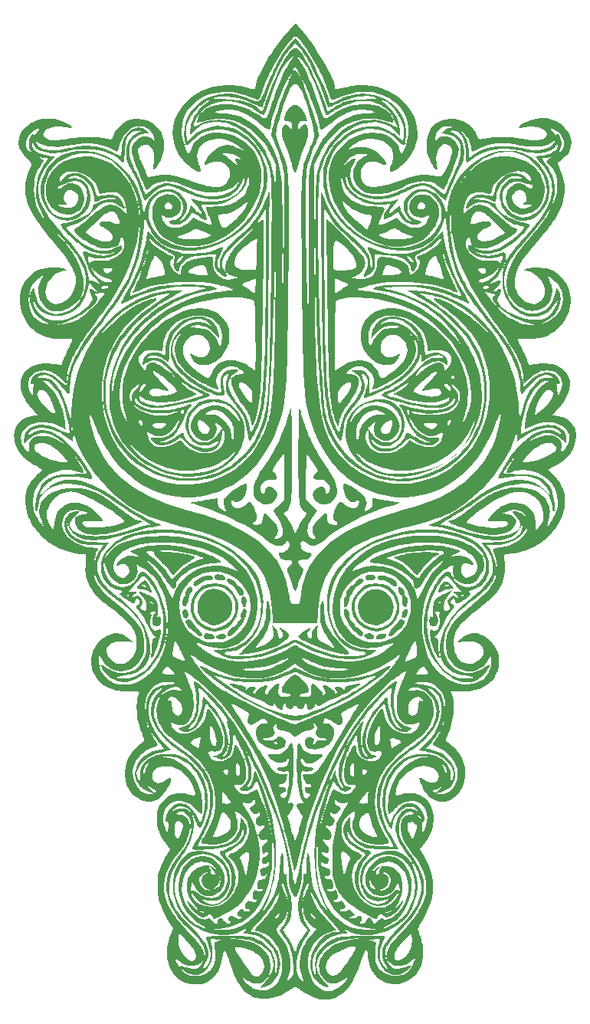
<source format=gbr>
%TF.GenerationSoftware,KiCad,Pcbnew,(6.0.7-1)-1*%
%TF.CreationDate,2022-10-07T10:10:38+07:00*%
%TF.ProjectId,benjolin_1.6_panel,62656e6a-6f6c-4696-9e5f-312e365f7061,rev?*%
%TF.SameCoordinates,Original*%
%TF.FileFunction,Legend,Top*%
%TF.FilePolarity,Positive*%
%FSLAX46Y46*%
G04 Gerber Fmt 4.6, Leading zero omitted, Abs format (unit mm)*
G04 Created by KiCad (PCBNEW (6.0.7-1)-1) date 2022-10-07 10:10:38*
%MOMM*%
%LPD*%
G01*
G04 APERTURE LIST*
G04 APERTURE END LIST*
%TO.C,G\u002A\u002A\u002A*%
G36*
X90169713Y-101709425D02*
G01*
X90533417Y-101804904D01*
X90880798Y-101969831D01*
X91201964Y-102202231D01*
X91312364Y-102305117D01*
X91567138Y-102611596D01*
X91748401Y-102945655D01*
X91855410Y-103299834D01*
X91887418Y-103666675D01*
X91843684Y-104038719D01*
X91723461Y-104408507D01*
X91553920Y-104725947D01*
X91414242Y-104898652D01*
X91219392Y-105077650D01*
X90987678Y-105251324D01*
X90737406Y-105408060D01*
X90486884Y-105536243D01*
X90254420Y-105624258D01*
X90083358Y-105658930D01*
X89955238Y-105658496D01*
X89780108Y-105643123D01*
X89589682Y-105615894D01*
X89530700Y-105605182D01*
X89223556Y-105531711D01*
X88974446Y-105436313D01*
X88761398Y-105308101D01*
X88562442Y-105136192D01*
X88541352Y-105115039D01*
X88301066Y-104815550D01*
X88118536Y-104470725D01*
X87998483Y-104096143D01*
X87945632Y-103707379D01*
X87964704Y-103320011D01*
X87976223Y-103251188D01*
X88077084Y-102918891D01*
X88247291Y-102600123D01*
X88475434Y-102309277D01*
X88750100Y-102060748D01*
X89059878Y-101868930D01*
X89079574Y-101859424D01*
X89432899Y-101734711D01*
X89799576Y-101685369D01*
X90169713Y-101709425D01*
G37*
G36*
X97506058Y-87729062D02*
G01*
X97485867Y-87749253D01*
X97465676Y-87729062D01*
X97485867Y-87708872D01*
X97506058Y-87729062D01*
G37*
G36*
X69540088Y-103041161D02*
G01*
X69675894Y-102609383D01*
X69701505Y-102549404D01*
X69868037Y-102238244D01*
X70081528Y-101939933D01*
X70327011Y-101670679D01*
X70589515Y-101446691D01*
X70854071Y-101284174D01*
X70882334Y-101270892D01*
X71109853Y-101187770D01*
X71387724Y-101117250D01*
X71685817Y-101065244D01*
X71973997Y-101037664D01*
X72085867Y-101034786D01*
X72330632Y-101047705D01*
X72601598Y-101082918D01*
X72870135Y-101135107D01*
X73107615Y-101198954D01*
X73245707Y-101250220D01*
X73462476Y-101371551D01*
X73695048Y-101544678D01*
X73920717Y-101750406D01*
X74116778Y-101969540D01*
X74153963Y-102018018D01*
X74413008Y-102429393D01*
X74593715Y-102857189D01*
X74695721Y-103297086D01*
X74718668Y-103744762D01*
X74662195Y-104195895D01*
X74525942Y-104646163D01*
X74396848Y-104931606D01*
X74239738Y-105185679D01*
X74032581Y-105444492D01*
X73795307Y-105687460D01*
X73547849Y-105894000D01*
X73330182Y-106033170D01*
X72939221Y-106196242D01*
X72520219Y-106291824D01*
X72091214Y-106317737D01*
X71670243Y-106271802D01*
X71560907Y-106246953D01*
X71086153Y-106092864D01*
X70672887Y-105887100D01*
X70319526Y-105628430D01*
X70024490Y-105315625D01*
X69786195Y-104947456D01*
X69721655Y-104817723D01*
X69567790Y-104393707D01*
X69486159Y-103947094D01*
X69483886Y-103835494D01*
X69768929Y-103835494D01*
X69834821Y-104225779D01*
X69969638Y-104596060D01*
X70170477Y-104939832D01*
X70434434Y-105250590D01*
X70758605Y-105521830D01*
X71140089Y-105747046D01*
X71476622Y-105886950D01*
X71820364Y-105977337D01*
X72147842Y-105998799D01*
X72482838Y-105952549D01*
X72531675Y-105940744D01*
X72929185Y-105803785D01*
X73307130Y-105604062D01*
X73642283Y-105354641D01*
X73744858Y-105258341D01*
X74018658Y-104936746D01*
X74217152Y-104592904D01*
X74342760Y-104220358D01*
X74397899Y-103812651D01*
X74396712Y-103518251D01*
X74337874Y-103084840D01*
X74211920Y-102685395D01*
X74023711Y-102326170D01*
X73778110Y-102013417D01*
X73479979Y-101753389D01*
X73134180Y-101552337D01*
X72766525Y-101421810D01*
X72404938Y-101364407D01*
X72013657Y-101365046D01*
X71615959Y-101420805D01*
X71235118Y-101528759D01*
X70962696Y-101648385D01*
X70734394Y-101795135D01*
X70501944Y-101991237D01*
X70286413Y-102215349D01*
X70108871Y-102446125D01*
X70013837Y-102609666D01*
X69855534Y-103020933D01*
X69774865Y-103431711D01*
X69768929Y-103835494D01*
X69483886Y-103835494D01*
X69476884Y-103491655D01*
X69540088Y-103041161D01*
G37*
G36*
X71361507Y-106536891D02*
G01*
X71586868Y-106572582D01*
X71776702Y-106635883D01*
X71924941Y-106719199D01*
X72025520Y-106814933D01*
X72072372Y-106915488D01*
X72059430Y-107013269D01*
X71980629Y-107100678D01*
X71859449Y-107160408D01*
X71706884Y-107193846D01*
X71518682Y-107207240D01*
X71327984Y-107200752D01*
X71167931Y-107174543D01*
X71115731Y-107156794D01*
X70986007Y-107063691D01*
X70915030Y-106935518D01*
X70907310Y-106792982D01*
X70967355Y-106656792D01*
X70998984Y-106620542D01*
X71063434Y-106563773D01*
X71128853Y-106535143D01*
X71222046Y-106528467D01*
X71361507Y-106536891D01*
G37*
G36*
X67320066Y-74692899D02*
G01*
X67456534Y-74233260D01*
X67662198Y-73796677D01*
X67928983Y-73392417D01*
X68248815Y-73029746D01*
X68613619Y-72717931D01*
X69015319Y-72466238D01*
X69408277Y-72296519D01*
X69730066Y-72215478D01*
X70090718Y-72173644D01*
X70457509Y-72172841D01*
X70797711Y-72214891D01*
X70813848Y-72218238D01*
X70989077Y-72266221D01*
X71200002Y-72339864D01*
X71411299Y-72426373D01*
X71493838Y-72464518D01*
X71652163Y-72540021D01*
X71782042Y-72600236D01*
X71867274Y-72637752D01*
X71891926Y-72646550D01*
X71875119Y-72621942D01*
X71811300Y-72557082D01*
X71713782Y-72465420D01*
X71702075Y-72454738D01*
X71390866Y-72196846D01*
X71095549Y-72008541D01*
X70802442Y-71884255D01*
X70497866Y-71818420D01*
X70168140Y-71805467D01*
X70112859Y-71807891D01*
X69682347Y-71870607D01*
X69261825Y-72008095D01*
X68857830Y-72214438D01*
X68476900Y-72483718D01*
X68125573Y-72810019D01*
X67810386Y-73187421D01*
X67537878Y-73610009D01*
X67314586Y-74071866D01*
X67175547Y-74466437D01*
X67145598Y-74576215D01*
X67122480Y-74687134D01*
X67105002Y-74812778D01*
X67091970Y-74966731D01*
X67082192Y-75162578D01*
X67074476Y-75413901D01*
X67068571Y-75685263D01*
X67062749Y-75947906D01*
X67056213Y-76181272D01*
X67049395Y-76374027D01*
X67042724Y-76514838D01*
X67036629Y-76592374D01*
X67033718Y-76603943D01*
X66995383Y-76582048D01*
X66908163Y-76523759D01*
X66788500Y-76440169D01*
X66744787Y-76408990D01*
X66539186Y-76264623D01*
X66375010Y-76158544D01*
X66230371Y-76078899D01*
X66083384Y-76013832D01*
X65912160Y-75951488D01*
X65880178Y-75940681D01*
X65585464Y-75865240D01*
X65306895Y-75838461D01*
X65057032Y-75859155D01*
X64848437Y-75926131D01*
X64693670Y-76038200D01*
X64679477Y-76054423D01*
X64666669Y-76078718D01*
X64682591Y-76095498D01*
X64737971Y-76105908D01*
X64843532Y-76111095D01*
X65010001Y-76112205D01*
X65207139Y-76110800D01*
X65443254Y-76109699D01*
X65617647Y-76113213D01*
X65749317Y-76123461D01*
X65857266Y-76142561D01*
X65960496Y-76172632D01*
X66048824Y-76204633D01*
X66292459Y-76313626D01*
X66531148Y-76456865D01*
X66776895Y-76643351D01*
X67041708Y-76882087D01*
X67300652Y-77143175D01*
X67632694Y-77489258D01*
X67919466Y-77783081D01*
X68169681Y-78032452D01*
X68392055Y-78245180D01*
X68595303Y-78429073D01*
X68788140Y-78591940D01*
X68979280Y-78741589D01*
X69177438Y-78885828D01*
X69391330Y-79032466D01*
X69461066Y-79078886D01*
X69733716Y-79246729D01*
X70059867Y-79427091D01*
X70416059Y-79607997D01*
X70778832Y-79777475D01*
X71084861Y-79907643D01*
X71316770Y-80007751D01*
X71472871Y-80093518D01*
X71555778Y-80169916D01*
X71568104Y-80241918D01*
X71512461Y-80314497D01*
X71391461Y-80392628D01*
X71350801Y-80413866D01*
X71215490Y-80472052D01*
X71011697Y-80545644D01*
X70749573Y-80631612D01*
X70439265Y-80726926D01*
X70090923Y-80828555D01*
X69714697Y-80933469D01*
X69320736Y-81038638D01*
X68919188Y-81141033D01*
X68895724Y-81146861D01*
X68104908Y-81329960D01*
X67380615Y-81470224D01*
X66720957Y-81567743D01*
X66124044Y-81622606D01*
X65587986Y-81634901D01*
X65110896Y-81604718D01*
X64690883Y-81532145D01*
X64326059Y-81417272D01*
X64211463Y-81367280D01*
X63993464Y-81242653D01*
X63815718Y-81086801D01*
X63658556Y-80880389D01*
X63576417Y-80743053D01*
X63481322Y-80592439D01*
X63404412Y-80514604D01*
X63362274Y-80500763D01*
X63294107Y-80526778D01*
X63270380Y-80608676D01*
X63289962Y-80752239D01*
X63303045Y-80804244D01*
X63399655Y-81012232D01*
X63570299Y-81206360D01*
X63808959Y-81383475D01*
X64109618Y-81540421D01*
X64466258Y-81674044D01*
X64872863Y-81781189D01*
X65311366Y-81857111D01*
X65589254Y-81882032D01*
X65924765Y-81893024D01*
X66296130Y-81890974D01*
X66681579Y-81876766D01*
X67059344Y-81851287D01*
X67407654Y-81815422D01*
X67704741Y-81770058D01*
X67769581Y-81757098D01*
X68142039Y-81667783D01*
X68506412Y-81561348D01*
X68840163Y-81445118D01*
X69120756Y-81326416D01*
X69171636Y-81301446D01*
X69334488Y-81235554D01*
X69458995Y-81218952D01*
X69535286Y-81251926D01*
X69552947Y-81290376D01*
X69533543Y-81349080D01*
X69471338Y-81447182D01*
X69378923Y-81565307D01*
X69359955Y-81587311D01*
X69238338Y-81738964D01*
X69124166Y-81910753D01*
X69010859Y-82115146D01*
X68891833Y-82364611D01*
X68760509Y-82671616D01*
X68673262Y-82888145D01*
X68448108Y-83412009D01*
X68214928Y-83861069D01*
X67967768Y-84241256D01*
X67700670Y-84558502D01*
X67407680Y-84818739D01*
X67082842Y-85027898D01*
X66720200Y-85191912D01*
X66313799Y-85316712D01*
X66210350Y-85341205D01*
X65786344Y-85436552D01*
X65998347Y-85466008D01*
X66227308Y-85482730D01*
X66456218Y-85465979D01*
X66694660Y-85412161D01*
X66952215Y-85317680D01*
X67238464Y-85178943D01*
X67562989Y-84992353D01*
X67935371Y-84754317D01*
X67987139Y-84719846D01*
X68224526Y-84564817D01*
X68405197Y-84455586D01*
X68536138Y-84388305D01*
X68624338Y-84359127D01*
X68645804Y-84357202D01*
X68689184Y-84395311D01*
X68719988Y-84510891D01*
X68726959Y-84561552D01*
X68787300Y-84815241D01*
X68910148Y-85052587D01*
X69102797Y-85286402D01*
X69186184Y-85368016D01*
X69483625Y-85602400D01*
X69822903Y-85794894D01*
X70190379Y-85942768D01*
X70572414Y-86043293D01*
X70955367Y-86093739D01*
X71325599Y-86091376D01*
X71669470Y-86033476D01*
X71961532Y-85923410D01*
X72081503Y-85848720D01*
X72214311Y-85745325D01*
X72343742Y-85628718D01*
X72453577Y-85514397D01*
X72527601Y-85417854D01*
X72550255Y-85360884D01*
X72531146Y-85304301D01*
X72469240Y-85292163D01*
X72357671Y-85325624D01*
X72189570Y-85405838D01*
X72146439Y-85428734D01*
X71872649Y-85571438D01*
X71648157Y-85675400D01*
X71454466Y-85745767D01*
X71273080Y-85787687D01*
X71085502Y-85806310D01*
X70873234Y-85806783D01*
X70798215Y-85803993D01*
X70604394Y-85792191D01*
X70459569Y-85771651D01*
X70331977Y-85734635D01*
X70189857Y-85673404D01*
X70117071Y-85638049D01*
X69797421Y-85436522D01*
X69514588Y-85171553D01*
X69275239Y-84854624D01*
X69086044Y-84497220D01*
X68953669Y-84110823D01*
X68884783Y-83706916D01*
X68877257Y-83525838D01*
X69242655Y-83525838D01*
X69253942Y-83835995D01*
X69292230Y-84111758D01*
X69299848Y-84145973D01*
X69421558Y-84509914D01*
X69599003Y-84823035D01*
X69825031Y-85081025D01*
X70092491Y-85279571D01*
X70394229Y-85414362D01*
X70723095Y-85481085D01*
X71071936Y-85475430D01*
X71391086Y-85406748D01*
X71687911Y-85288693D01*
X71960018Y-85122134D01*
X72216509Y-84899179D01*
X72466490Y-84611937D01*
X72714585Y-84259449D01*
X72947663Y-83899216D01*
X72845065Y-83764702D01*
X72783010Y-83698497D01*
X72681040Y-83604896D01*
X72555341Y-83497072D01*
X72422099Y-83388196D01*
X72297502Y-83291440D01*
X72197735Y-83219976D01*
X72138985Y-83186976D01*
X72134069Y-83186137D01*
X72138217Y-83221384D01*
X72164575Y-83315960D01*
X72208245Y-83453115D01*
X72236887Y-83537786D01*
X72317617Y-83835669D01*
X72337637Y-84097323D01*
X72296502Y-84340288D01*
X72211104Y-84549167D01*
X72031915Y-84813424D01*
X71794847Y-85023570D01*
X71505818Y-85175016D01*
X71332965Y-85230073D01*
X71017091Y-85271327D01*
X70707466Y-85233119D01*
X70407820Y-85116711D01*
X70121885Y-84923366D01*
X69949988Y-84762125D01*
X69716605Y-84466201D01*
X69560192Y-84152108D01*
X69480361Y-83824883D01*
X69476726Y-83489566D01*
X69531274Y-83233824D01*
X70255229Y-83233824D01*
X70255991Y-83446680D01*
X70257028Y-83465065D01*
X70307762Y-83802338D01*
X70416734Y-84083717D01*
X70584010Y-84309334D01*
X70753275Y-84445585D01*
X70860495Y-84495195D01*
X70990873Y-84511055D01*
X71093207Y-84506996D01*
X71235675Y-84488474D01*
X71331592Y-84449466D01*
X71414954Y-84375408D01*
X71424190Y-84365199D01*
X71535825Y-84196207D01*
X71567525Y-84024474D01*
X71520009Y-83843046D01*
X71485010Y-83776330D01*
X71370153Y-83618405D01*
X71213776Y-83455276D01*
X71032259Y-83299165D01*
X70841978Y-83162299D01*
X70659315Y-83056901D01*
X70500646Y-82995195D01*
X70423715Y-82984229D01*
X70336657Y-83009621D01*
X70281307Y-83090479D01*
X70255229Y-83233824D01*
X69531274Y-83233824D01*
X69548898Y-83151193D01*
X69696492Y-82814804D01*
X69919119Y-82485435D01*
X70014429Y-82380247D01*
X70975988Y-82380247D01*
X71013803Y-82387812D01*
X71118349Y-82394011D01*
X71275600Y-82398369D01*
X71471529Y-82400413D01*
X71573519Y-82400437D01*
X72171664Y-82398697D01*
X72523790Y-82572921D01*
X72888878Y-82793763D01*
X73213392Y-83070485D01*
X73487279Y-83391425D01*
X73700484Y-83744925D01*
X73836078Y-84094722D01*
X73878286Y-84276559D01*
X73914954Y-84495595D01*
X73938949Y-84708284D01*
X73940842Y-84734346D01*
X73963861Y-84969508D01*
X73995884Y-85133392D01*
X74035388Y-85224108D01*
X74080849Y-85239765D01*
X74130746Y-85178473D01*
X74183554Y-85038340D01*
X74184144Y-85036359D01*
X74226989Y-84817842D01*
X74246199Y-84549820D01*
X74242219Y-84259880D01*
X74215494Y-83975608D01*
X74166468Y-83724588D01*
X74162761Y-83710945D01*
X74017804Y-83313595D01*
X73816970Y-82951245D01*
X73568354Y-82630837D01*
X73280052Y-82359315D01*
X72960160Y-82143623D01*
X72616774Y-81990705D01*
X72257989Y-81907504D01*
X72044227Y-81893927D01*
X71863835Y-81916630D01*
X71649178Y-81977492D01*
X71430166Y-82065641D01*
X71236713Y-82170207D01*
X71182902Y-82206960D01*
X71076004Y-82288511D01*
X71001224Y-82351523D01*
X70975988Y-82380247D01*
X70014429Y-82380247D01*
X70144071Y-82237170D01*
X70507135Y-81921724D01*
X70882368Y-81682425D01*
X71280062Y-81514679D01*
X71710508Y-81413894D01*
X72066181Y-81379239D01*
X72326693Y-81373634D01*
X72535437Y-81385691D01*
X72719843Y-81417243D01*
X72752667Y-81425159D01*
X73136322Y-81559439D01*
X73518069Y-81764908D01*
X73887072Y-82032485D01*
X74232496Y-82353091D01*
X74543506Y-82717645D01*
X74809266Y-83117069D01*
X74843196Y-83176968D01*
X74923202Y-83313121D01*
X74971500Y-83377282D01*
X74987982Y-83371783D01*
X74972541Y-83298957D01*
X74925070Y-83161134D01*
X74852355Y-82977333D01*
X74622889Y-82505530D01*
X74348646Y-82092646D01*
X74033370Y-81743489D01*
X73680801Y-81462867D01*
X73666374Y-81453396D01*
X73273495Y-81242740D01*
X72840625Y-81091136D01*
X72387242Y-81002989D01*
X71932823Y-80982705D01*
X71677663Y-81003611D01*
X71214186Y-81091867D01*
X70805131Y-81229647D01*
X70436663Y-81423299D01*
X70094951Y-81679172D01*
X69982103Y-81781758D01*
X69705142Y-82095361D01*
X69485260Y-82450561D01*
X69332719Y-82829780D01*
X69300948Y-82948453D01*
X69258335Y-83217815D01*
X69242655Y-83525838D01*
X68877257Y-83525838D01*
X68876234Y-83501218D01*
X68916821Y-83067823D01*
X69032211Y-82643837D01*
X69216447Y-82238287D01*
X69463570Y-81860200D01*
X69767622Y-81518604D01*
X70122643Y-81222525D01*
X70522677Y-80980992D01*
X70548031Y-80968406D01*
X70827387Y-80842013D01*
X71080307Y-80754710D01*
X71334134Y-80700407D01*
X71616212Y-80673013D01*
X71904150Y-80666330D01*
X72252483Y-80676548D01*
X72551198Y-80711812D01*
X72829203Y-80778286D01*
X73115404Y-80882137D01*
X73302112Y-80964502D01*
X73787285Y-81230618D01*
X74213199Y-81551587D01*
X74579608Y-81927123D01*
X74886262Y-82356940D01*
X75132914Y-82840752D01*
X75283337Y-83254924D01*
X75324195Y-83394445D01*
X75353492Y-83517056D01*
X75373193Y-83641118D01*
X75385261Y-83784992D01*
X75391660Y-83967040D01*
X75394355Y-84205624D01*
X75394755Y-84296630D01*
X75390070Y-84655611D01*
X75370007Y-84956657D01*
X75329704Y-85221910D01*
X75264295Y-85473511D01*
X75168917Y-85733603D01*
X75038706Y-86024325D01*
X74995553Y-86113800D01*
X74689996Y-86648953D01*
X74317761Y-87140961D01*
X73881581Y-87587970D01*
X73384187Y-87988128D01*
X72828312Y-88339580D01*
X72216687Y-88640472D01*
X71552045Y-88888952D01*
X70837118Y-89083165D01*
X70523547Y-89147912D01*
X70309535Y-89177945D01*
X70034335Y-89201247D01*
X69717264Y-89217540D01*
X69377642Y-89226545D01*
X69034784Y-89227986D01*
X68708008Y-89221584D01*
X68416631Y-89207061D01*
X68179972Y-89184139D01*
X68163480Y-89181863D01*
X67393579Y-89035079D01*
X66619340Y-88815489D01*
X65854185Y-88529078D01*
X65111537Y-88181825D01*
X64404818Y-87779712D01*
X63747451Y-87328722D01*
X63417784Y-87067024D01*
X62837148Y-86529950D01*
X62318754Y-85945277D01*
X61862912Y-85317243D01*
X61469933Y-84650086D01*
X61337107Y-84367347D01*
X61807287Y-84367347D01*
X61830971Y-84420059D01*
X61882660Y-84521613D01*
X61891750Y-84538919D01*
X62129439Y-84946623D01*
X62420636Y-85375522D01*
X62749584Y-85805277D01*
X63100528Y-86215549D01*
X63457711Y-86585998D01*
X63533486Y-86658186D01*
X64163095Y-87194916D01*
X64829745Y-87661620D01*
X65529435Y-88056969D01*
X66258166Y-88379638D01*
X67011939Y-88628299D01*
X67786755Y-88801624D01*
X68578614Y-88898287D01*
X69383517Y-88916960D01*
X70167990Y-88859898D01*
X70772018Y-88771050D01*
X71312757Y-88655905D01*
X71782275Y-88518904D01*
X72356079Y-88287986D01*
X72895242Y-87993807D01*
X73392050Y-87642681D01*
X73838788Y-87240921D01*
X74227742Y-86794841D01*
X74551195Y-86310754D01*
X74610184Y-86204658D01*
X74682912Y-86065735D01*
X74735487Y-85958468D01*
X74760271Y-85898788D01*
X74760275Y-85891701D01*
X74730248Y-85922479D01*
X74669683Y-86002774D01*
X74599537Y-86103705D01*
X74302774Y-86482899D01*
X73935961Y-86848809D01*
X73509565Y-87194489D01*
X73034050Y-87512990D01*
X72519882Y-87797366D01*
X71977527Y-88040670D01*
X71417448Y-88235956D01*
X71363485Y-88251820D01*
X70565924Y-88442474D01*
X69770856Y-88553078D01*
X68980667Y-88583831D01*
X68197746Y-88534930D01*
X67424481Y-88406572D01*
X66663258Y-88198956D01*
X65916467Y-87912279D01*
X65624818Y-87776733D01*
X64848087Y-87358807D01*
X64138876Y-86896565D01*
X63497184Y-86390008D01*
X62923010Y-85839135D01*
X62416355Y-85243947D01*
X62131813Y-84846199D01*
X62022804Y-84682828D01*
X61926073Y-84537996D01*
X61852879Y-84428554D01*
X61817112Y-84375244D01*
X64650658Y-84375244D01*
X64668346Y-84482021D01*
X64700562Y-84628634D01*
X64742516Y-84796461D01*
X64789420Y-84966879D01*
X64836486Y-85121263D01*
X64878927Y-85240992D01*
X64898837Y-85285862D01*
X65061829Y-85523728D01*
X65281557Y-85726789D01*
X65503673Y-85859422D01*
X65603019Y-85900365D01*
X65702285Y-85927351D01*
X65821951Y-85943150D01*
X65982497Y-85950533D01*
X66190159Y-85952274D01*
X66414966Y-85947926D01*
X66613341Y-85931919D01*
X66800780Y-85899805D01*
X66992775Y-85847137D01*
X67204821Y-85769468D01*
X67452411Y-85662351D01*
X67751041Y-85521338D01*
X67836711Y-85479670D01*
X68050541Y-85375633D01*
X68203565Y-85303513D01*
X68307524Y-85259736D01*
X68374161Y-85240729D01*
X68415216Y-85242917D01*
X68442431Y-85262727D01*
X68462390Y-85289233D01*
X68732849Y-85627224D01*
X69041164Y-85929355D01*
X69369208Y-86179309D01*
X69602401Y-86315270D01*
X70003807Y-86480747D01*
X70437775Y-86592886D01*
X70883247Y-86648865D01*
X71319167Y-86645859D01*
X71674080Y-86593107D01*
X72078933Y-86469374D01*
X72421398Y-86295066D01*
X72703150Y-86068785D01*
X72892421Y-85831129D01*
X74771241Y-85831129D01*
X74791431Y-85851320D01*
X74811622Y-85831129D01*
X74791431Y-85810938D01*
X74771241Y-85831129D01*
X72892421Y-85831129D01*
X72925864Y-85789136D01*
X73091216Y-85454722D01*
X73113498Y-85393032D01*
X73198097Y-85066608D01*
X73226243Y-84753257D01*
X73196119Y-84473349D01*
X73195713Y-84471617D01*
X73158107Y-84339435D01*
X73109118Y-84203070D01*
X73057118Y-84081627D01*
X73010476Y-83994216D01*
X72977563Y-83959943D01*
X72972436Y-83961942D01*
X72962899Y-84006149D01*
X72948738Y-84114935D01*
X72931797Y-84272378D01*
X72913920Y-84462553D01*
X72912330Y-84480720D01*
X72877555Y-84808180D01*
X72833428Y-85074754D01*
X72775081Y-85300195D01*
X72697645Y-85504258D01*
X72621765Y-85659592D01*
X72428005Y-85939880D01*
X72171586Y-86173248D01*
X71889719Y-86339131D01*
X71549280Y-86464625D01*
X71204037Y-86521265D01*
X70841974Y-86509468D01*
X70451071Y-86429653D01*
X70329269Y-86393423D01*
X70105026Y-86313054D01*
X69898030Y-86216088D01*
X69694888Y-86093430D01*
X69482204Y-85935985D01*
X69246584Y-85734660D01*
X68974634Y-85480357D01*
X68951060Y-85457600D01*
X68768538Y-85284808D01*
X68604516Y-85136646D01*
X68468718Y-85021380D01*
X68370865Y-84947279D01*
X68321877Y-84922544D01*
X68258659Y-84946126D01*
X68150379Y-85009562D01*
X68014747Y-85101885D01*
X67926942Y-85167093D01*
X67553856Y-85419976D01*
X67178952Y-85610558D01*
X66809636Y-85737158D01*
X66453314Y-85798094D01*
X66117392Y-85791683D01*
X65809277Y-85716244D01*
X65705901Y-85671528D01*
X65586751Y-85598764D01*
X65450698Y-85493692D01*
X65313054Y-85371159D01*
X65189129Y-85246009D01*
X65094236Y-85133089D01*
X65043685Y-85047244D01*
X65039285Y-85025194D01*
X65058629Y-84969829D01*
X65122729Y-84935438D01*
X65240687Y-84920651D01*
X65421607Y-84924096D01*
X65613549Y-84938672D01*
X65993481Y-84956409D01*
X66322229Y-84932897D01*
X66619735Y-84865150D01*
X66905939Y-84750181D01*
X66920807Y-84742894D01*
X67254208Y-84534700D01*
X67555202Y-84255240D01*
X67824691Y-83903400D01*
X68063578Y-83478068D01*
X68203746Y-83159481D01*
X68289554Y-82937908D01*
X68340631Y-82788623D01*
X68356785Y-82711634D01*
X68337821Y-82706949D01*
X68283547Y-82774576D01*
X68193771Y-82914522D01*
X68068300Y-83126795D01*
X68045774Y-83165946D01*
X67795751Y-83570829D01*
X67548749Y-83904712D01*
X67296333Y-84176542D01*
X67030071Y-84395265D01*
X66741529Y-84569829D01*
X66705288Y-84588095D01*
X66562736Y-84656592D01*
X66451520Y-84700787D01*
X66346016Y-84725996D01*
X66220596Y-84737531D01*
X66049634Y-84740707D01*
X65968747Y-84740827D01*
X65541237Y-84740827D01*
X65102919Y-84527719D01*
X64932994Y-84446525D01*
X64791649Y-84381681D01*
X64693329Y-84339623D01*
X64652478Y-84326787D01*
X64652284Y-84326927D01*
X64650658Y-84375244D01*
X61817112Y-84375244D01*
X61816704Y-84374636D01*
X61807287Y-84367347D01*
X61337107Y-84367347D01*
X61284915Y-84256248D01*
X61727997Y-84256248D01*
X61748188Y-84276439D01*
X61768379Y-84256248D01*
X61748188Y-84236058D01*
X61727997Y-84256248D01*
X61284915Y-84256248D01*
X61246974Y-84175485D01*
X61687616Y-84175485D01*
X61707806Y-84195676D01*
X61727997Y-84175485D01*
X61707806Y-84155294D01*
X61687616Y-84175485D01*
X61246974Y-84175485D01*
X61209033Y-84094722D01*
X61647234Y-84094722D01*
X61667425Y-84114913D01*
X61687616Y-84094722D01*
X61667425Y-84074531D01*
X61647234Y-84094722D01*
X61209033Y-84094722D01*
X61171092Y-84013959D01*
X61606853Y-84013959D01*
X61627043Y-84034150D01*
X61647234Y-84013959D01*
X61627043Y-83993768D01*
X61606853Y-84013959D01*
X61171092Y-84013959D01*
X61140127Y-83948046D01*
X61134729Y-83933196D01*
X61566471Y-83933196D01*
X61586662Y-83953387D01*
X61606853Y-83933196D01*
X61586662Y-83913005D01*
X61566471Y-83933196D01*
X61134729Y-83933196D01*
X61105373Y-83852433D01*
X61526089Y-83852433D01*
X61546280Y-83872623D01*
X61566471Y-83852433D01*
X61546280Y-83832242D01*
X61526089Y-83852433D01*
X61105373Y-83852433D01*
X61076017Y-83771670D01*
X61485708Y-83771670D01*
X61505899Y-83791860D01*
X61526089Y-83771670D01*
X61505899Y-83751479D01*
X61485708Y-83771670D01*
X61076017Y-83771670D01*
X61039321Y-83670716D01*
X61445326Y-83670716D01*
X61460101Y-83703954D01*
X61472247Y-83697637D01*
X61477080Y-83649713D01*
X61472247Y-83643795D01*
X61448241Y-83649338D01*
X61445326Y-83670716D01*
X61039321Y-83670716D01*
X61002625Y-83569762D01*
X61404945Y-83569762D01*
X61425136Y-83589953D01*
X61445326Y-83569762D01*
X61425136Y-83549571D01*
X61404945Y-83569762D01*
X61002625Y-83569762D01*
X60973269Y-83488999D01*
X61364563Y-83488999D01*
X61384754Y-83509189D01*
X61404945Y-83488999D01*
X61384754Y-83468808D01*
X61364563Y-83488999D01*
X60973269Y-83488999D01*
X60929234Y-83367854D01*
X61324182Y-83367854D01*
X61344372Y-83388045D01*
X61364563Y-83367854D01*
X61344372Y-83347663D01*
X61324182Y-83367854D01*
X60929234Y-83367854D01*
X60899878Y-83287091D01*
X61283800Y-83287091D01*
X61303991Y-83307282D01*
X61324182Y-83287091D01*
X61303991Y-83266900D01*
X61283800Y-83287091D01*
X60899878Y-83287091D01*
X60873804Y-83215359D01*
X60867903Y-83193243D01*
X63696851Y-83193243D01*
X63735497Y-83265205D01*
X63811702Y-83363501D01*
X63906834Y-83468392D01*
X64002261Y-83560140D01*
X64079348Y-83619006D01*
X64109447Y-83630334D01*
X64132205Y-83593216D01*
X64143184Y-83520039D01*
X65208679Y-83520039D01*
X65248044Y-83595522D01*
X65310140Y-83673304D01*
X65499647Y-83843204D01*
X65716032Y-83938181D01*
X65953723Y-83957270D01*
X66207150Y-83899507D01*
X66323630Y-83848789D01*
X66458427Y-83766019D01*
X66588353Y-83660298D01*
X66695611Y-83549217D01*
X66762402Y-83450370D01*
X66775692Y-83401941D01*
X66738042Y-83368162D01*
X66635197Y-83342435D01*
X66482315Y-83324678D01*
X66294553Y-83314810D01*
X66087070Y-83312752D01*
X65875023Y-83318423D01*
X65673570Y-83331742D01*
X65497869Y-83352629D01*
X65363077Y-83381004D01*
X65293703Y-83409805D01*
X65224340Y-83465204D01*
X65208679Y-83520039D01*
X64143184Y-83520039D01*
X64146995Y-83494641D01*
X64150891Y-83388045D01*
X64143714Y-83232892D01*
X64118035Y-83132681D01*
X64070128Y-83064992D01*
X63966713Y-83000610D01*
X63856668Y-82988775D01*
X63761080Y-83022241D01*
X63701035Y-83093765D01*
X63696851Y-83193243D01*
X60867903Y-83193243D01*
X60860620Y-83165946D01*
X61243419Y-83165946D01*
X61263609Y-83186137D01*
X61283800Y-83165946D01*
X61263609Y-83145755D01*
X61243419Y-83165946D01*
X60860620Y-83165946D01*
X60828299Y-83044802D01*
X61203037Y-83044802D01*
X61223228Y-83064992D01*
X61243419Y-83044802D01*
X61223228Y-83024611D01*
X61203037Y-83044802D01*
X60828299Y-83044802D01*
X60795977Y-82923657D01*
X61162655Y-82923657D01*
X61182846Y-82943848D01*
X61203037Y-82923657D01*
X61182846Y-82903466D01*
X61162655Y-82923657D01*
X60795977Y-82923657D01*
X60758268Y-82782321D01*
X61122274Y-82782321D01*
X61137049Y-82815560D01*
X61149195Y-82809242D01*
X61154028Y-82761319D01*
X61149195Y-82755400D01*
X61125188Y-82760944D01*
X61122274Y-82782321D01*
X60758268Y-82782321D01*
X60725946Y-82661177D01*
X61081892Y-82661177D01*
X61096667Y-82694415D01*
X61108813Y-82688098D01*
X61113646Y-82640174D01*
X61108813Y-82634256D01*
X61084807Y-82639799D01*
X61081892Y-82661177D01*
X60725946Y-82661177D01*
X60687339Y-82516476D01*
X61044699Y-82516476D01*
X61052123Y-82568852D01*
X61065908Y-82569477D01*
X61075548Y-82515431D01*
X61069096Y-82492079D01*
X61051165Y-82476783D01*
X61044699Y-82516476D01*
X60687339Y-82516476D01*
X60671274Y-82456265D01*
X60653323Y-82354950D01*
X61004317Y-82354950D01*
X61011742Y-82407325D01*
X61025526Y-82407951D01*
X61035166Y-82353904D01*
X61028714Y-82330553D01*
X61010784Y-82315257D01*
X61004317Y-82354950D01*
X60653323Y-82354950D01*
X60532847Y-81675002D01*
X60458834Y-80875808D01*
X60449545Y-80062922D01*
X60457332Y-79948046D01*
X60716057Y-79948046D01*
X60735544Y-80661785D01*
X60802798Y-81354119D01*
X60905238Y-81945135D01*
X60945179Y-82117696D01*
X60972943Y-82212723D01*
X60987412Y-82232688D01*
X60987466Y-82180059D01*
X60971986Y-82057307D01*
X60940092Y-81868210D01*
X60905774Y-81624892D01*
X60878682Y-81322287D01*
X60859423Y-80981600D01*
X60848604Y-80624034D01*
X60846830Y-80270794D01*
X60854710Y-79943084D01*
X60858987Y-79876826D01*
X61571734Y-79876826D01*
X61573717Y-80542042D01*
X61642026Y-81185402D01*
X61778051Y-81802147D01*
X61983183Y-82387520D01*
X62098213Y-82639038D01*
X62174508Y-82789835D01*
X62241856Y-82916007D01*
X62289355Y-82997382D01*
X62300101Y-83012567D01*
X62362512Y-83063260D01*
X62397600Y-83041697D01*
X62398241Y-82953818D01*
X62394621Y-82933752D01*
X62374878Y-82848441D01*
X62338440Y-82702994D01*
X62289870Y-82515193D01*
X62233729Y-82302819D01*
X62210715Y-82216980D01*
X62115499Y-81853262D01*
X62042597Y-81545675D01*
X61989173Y-81273604D01*
X61952390Y-81016433D01*
X61929412Y-80753546D01*
X61917403Y-80464327D01*
X61917236Y-80449833D01*
X62713844Y-80449833D01*
X62769381Y-80747709D01*
X62827261Y-80895744D01*
X63005005Y-81187793D01*
X63254183Y-81463689D01*
X63566231Y-81718361D01*
X63932584Y-81946736D01*
X64344677Y-82143740D01*
X64793946Y-82304302D01*
X65271825Y-82423350D01*
X65464105Y-82457430D01*
X65673535Y-82478217D01*
X65935196Y-82486109D01*
X66225399Y-82482128D01*
X66520453Y-82467294D01*
X66796668Y-82442627D01*
X67030355Y-82409147D01*
X67140370Y-82385234D01*
X67290677Y-82342185D01*
X67462599Y-82287234D01*
X67640470Y-82226159D01*
X67808625Y-82164735D01*
X67842174Y-82151577D01*
X68390954Y-82151577D01*
X68410543Y-82278131D01*
X68461574Y-82339084D01*
X68532450Y-82329355D01*
X68609387Y-82247266D01*
X68677876Y-82106254D01*
X68702043Y-81975449D01*
X68677742Y-81879167D01*
X68673190Y-81873212D01*
X68592118Y-81816925D01*
X68513087Y-81830738D01*
X68446471Y-81904417D01*
X68402644Y-82027731D01*
X68390954Y-82151577D01*
X67842174Y-82151577D01*
X67951399Y-82108738D01*
X68053126Y-82063943D01*
X68098142Y-82036128D01*
X68098317Y-82032026D01*
X68054743Y-82032714D01*
X67949527Y-82046877D01*
X67800172Y-82071915D01*
X67681667Y-82093953D01*
X67069398Y-82188402D01*
X66469217Y-82235062D01*
X65888732Y-82235158D01*
X65335547Y-82189913D01*
X64817270Y-82100550D01*
X64437151Y-81994881D01*
X68148665Y-81994881D01*
X68168856Y-82015072D01*
X68189047Y-81994881D01*
X68168856Y-81974690D01*
X68148665Y-81994881D01*
X64437151Y-81994881D01*
X64341507Y-81968293D01*
X63915865Y-81794367D01*
X63547949Y-81579993D01*
X63311877Y-81391009D01*
X63107526Y-81171369D01*
X62976626Y-80953800D01*
X62913287Y-80725286D01*
X62909052Y-80501039D01*
X62931592Y-80350277D01*
X63797785Y-80350277D01*
X63818753Y-80578965D01*
X63869889Y-80764595D01*
X63885782Y-80798543D01*
X63928216Y-80859963D01*
X63995043Y-80912330D01*
X64102683Y-80964968D01*
X64267554Y-81027201D01*
X64321510Y-81045997D01*
X64671377Y-81166015D01*
X64959025Y-81261155D01*
X65198564Y-81332927D01*
X65404107Y-81382840D01*
X65589765Y-81412401D01*
X65769648Y-81423121D01*
X65957870Y-81416509D01*
X66168541Y-81394072D01*
X66415772Y-81357321D01*
X66713676Y-81307763D01*
X66735310Y-81304104D01*
X67779746Y-81101058D01*
X68867721Y-80837701D01*
X70002704Y-80513173D01*
X70323486Y-80413101D01*
X70903236Y-80229101D01*
X70525394Y-80027466D01*
X69942791Y-79708065D01*
X69415010Y-79401252D01*
X68947713Y-79110526D01*
X68546564Y-78839387D01*
X68269810Y-78633227D01*
X68223345Y-78602809D01*
X68224934Y-78620584D01*
X68266082Y-78677088D01*
X68338288Y-78762856D01*
X68433058Y-78868422D01*
X68541891Y-78984322D01*
X68656292Y-79101091D01*
X68767762Y-79209264D01*
X68867805Y-79299376D01*
X68868095Y-79299623D01*
X69079851Y-79476613D01*
X69252320Y-79611326D01*
X69404943Y-79716922D01*
X69557164Y-79806560D01*
X69728428Y-79893401D01*
X69784986Y-79920199D01*
X69932761Y-79991726D01*
X70045997Y-80050913D01*
X70109676Y-80089662D01*
X70117869Y-80099710D01*
X70065206Y-80129845D01*
X69950850Y-80182285D01*
X69788897Y-80251435D01*
X69593446Y-80331699D01*
X69378593Y-80417481D01*
X69158435Y-80503186D01*
X68947070Y-80583218D01*
X68758594Y-80651982D01*
X68607106Y-80703883D01*
X68553856Y-80720513D01*
X68091834Y-80840712D01*
X67620209Y-80931617D01*
X67146187Y-80994041D01*
X66676973Y-81028797D01*
X66219773Y-81036695D01*
X65781793Y-81018549D01*
X65370237Y-80975171D01*
X64992313Y-80907373D01*
X64655224Y-80815968D01*
X64366178Y-80701767D01*
X64132379Y-80565584D01*
X63961034Y-80408229D01*
X63859347Y-80230517D01*
X63847334Y-80189951D01*
X63841448Y-80045535D01*
X63873928Y-79949637D01*
X64865721Y-79949637D01*
X64908725Y-80101910D01*
X65025335Y-80222545D01*
X65184292Y-80302477D01*
X65316868Y-80331074D01*
X65511495Y-80345612D01*
X65750815Y-80346759D01*
X66017473Y-80335181D01*
X66294108Y-80311547D01*
X66563365Y-80276524D01*
X66755501Y-80242058D01*
X67109279Y-80165166D01*
X67389198Y-80094896D01*
X67601638Y-80028687D01*
X67752979Y-79963977D01*
X67849603Y-79898202D01*
X67897888Y-79828802D01*
X67906376Y-79779888D01*
X67871532Y-79651916D01*
X67768057Y-79486008D01*
X67597539Y-79284131D01*
X67361563Y-79048252D01*
X67189929Y-78891849D01*
X66811316Y-78564274D01*
X66462043Y-78277552D01*
X66146923Y-78035195D01*
X65870768Y-77840714D01*
X65638389Y-77697620D01*
X65454599Y-77609424D01*
X65412814Y-77595140D01*
X65343477Y-77587376D01*
X65322297Y-77632908D01*
X65321956Y-77646541D01*
X65352249Y-77749598D01*
X65441276Y-77901371D01*
X65586257Y-78098244D01*
X65784413Y-78336599D01*
X66032964Y-78612819D01*
X66202152Y-78792115D01*
X66459227Y-79061407D01*
X66663933Y-79278298D01*
X66820732Y-79447774D01*
X66934085Y-79574816D01*
X67008454Y-79664409D01*
X67048302Y-79721536D01*
X67058363Y-79748399D01*
X67054324Y-79760870D01*
X67035601Y-79766913D01*
X66992289Y-79764920D01*
X66914478Y-79753282D01*
X66792262Y-79730392D01*
X66615734Y-79694641D01*
X66374986Y-79644421D01*
X66230541Y-79614038D01*
X65864564Y-79550737D01*
X65549543Y-79524747D01*
X65289999Y-79535565D01*
X65090449Y-79582685D01*
X64955412Y-79665603D01*
X64894948Y-79763163D01*
X64865721Y-79949637D01*
X63873928Y-79949637D01*
X63895678Y-79885418D01*
X64013757Y-79702125D01*
X64196010Y-79491763D01*
X64317541Y-79355876D01*
X64411246Y-79235701D01*
X64465342Y-79147108D01*
X64473943Y-79117382D01*
X64441374Y-79041694D01*
X64359786Y-79004604D01*
X64253354Y-79010576D01*
X64153854Y-79058257D01*
X64050680Y-79176173D01*
X63961427Y-79356494D01*
X63888804Y-79581641D01*
X63835518Y-79834039D01*
X63804275Y-80096110D01*
X63797785Y-80350277D01*
X62931592Y-80350277D01*
X62936931Y-80314570D01*
X62994466Y-80143198D01*
X63090516Y-79970896D01*
X63233940Y-79781637D01*
X63423746Y-79569833D01*
X63598024Y-79375548D01*
X63717079Y-79222512D01*
X63780170Y-79113234D01*
X63786558Y-79050225D01*
X63735502Y-79035995D01*
X63626262Y-79073054D01*
X63560602Y-79105708D01*
X63365439Y-79237244D01*
X63165512Y-79419084D01*
X62984914Y-79626103D01*
X62847744Y-79833174D01*
X62830005Y-79867533D01*
X62734064Y-80151699D01*
X62713844Y-80449833D01*
X61917236Y-80449833D01*
X61913526Y-80128160D01*
X61913475Y-80056566D01*
X61917059Y-79687204D01*
X61929423Y-79374170D01*
X61953648Y-79093228D01*
X61992816Y-78820144D01*
X62050008Y-78530685D01*
X62128306Y-78200615D01*
X62170497Y-78035274D01*
X62405537Y-77280373D01*
X62716577Y-76530331D01*
X62856263Y-76260929D01*
X63710717Y-76260929D01*
X63747872Y-76527319D01*
X63854555Y-76803152D01*
X63980518Y-77011557D01*
X64091702Y-77161678D01*
X64205310Y-77301158D01*
X64309740Y-77417320D01*
X64393387Y-77497484D01*
X64444650Y-77528971D01*
X64452127Y-77526890D01*
X64471519Y-77475839D01*
X64494918Y-77369433D01*
X64513643Y-77254870D01*
X64575908Y-77007216D01*
X64685549Y-76824289D01*
X64846009Y-76703047D01*
X65060729Y-76640450D01*
X65221214Y-76629761D01*
X65370791Y-76637483D01*
X65507522Y-76667107D01*
X65663267Y-76727130D01*
X65766365Y-76775112D01*
X65987531Y-76891272D01*
X66225267Y-77032569D01*
X66469713Y-77191415D01*
X66711007Y-77360219D01*
X66939288Y-77531394D01*
X67144696Y-77697348D01*
X67317369Y-77850494D01*
X67447446Y-77983241D01*
X67525068Y-78088001D01*
X67542942Y-78142431D01*
X67570494Y-78206022D01*
X67606235Y-78219205D01*
X67649305Y-78199101D01*
X67641085Y-78128347D01*
X67570057Y-77980333D01*
X67444154Y-77797833D01*
X67274915Y-77592312D01*
X67073880Y-77375234D01*
X66852591Y-77158065D01*
X66622587Y-76952270D01*
X66395409Y-76769313D01*
X66182597Y-76620660D01*
X66042438Y-76540135D01*
X65774947Y-76428812D01*
X65521198Y-76378390D01*
X65267339Y-76390079D01*
X64999512Y-76465087D01*
X64703864Y-76604622D01*
X64595587Y-76666362D01*
X64439027Y-76756688D01*
X64306514Y-76829075D01*
X64214307Y-76874886D01*
X64181018Y-76886614D01*
X64157802Y-76850747D01*
X64151808Y-76756349D01*
X64160601Y-76623222D01*
X64181747Y-76471172D01*
X64212813Y-76320000D01*
X64251364Y-76189511D01*
X64273094Y-76137368D01*
X64392795Y-75951726D01*
X64563104Y-75795862D01*
X64798073Y-75657352D01*
X64837377Y-75638427D01*
X64950166Y-75589797D01*
X65054666Y-75559032D01*
X65174926Y-75542286D01*
X65334996Y-75535713D01*
X65483482Y-75535104D01*
X65687560Y-75538237D01*
X65837069Y-75549117D01*
X65958135Y-75572133D01*
X66076880Y-75611670D01*
X66169969Y-75650378D01*
X66318830Y-75711270D01*
X66453029Y-75759714D01*
X66540405Y-75784475D01*
X66608230Y-75790478D01*
X66643767Y-75762346D01*
X66663092Y-75680754D01*
X66669884Y-75628820D01*
X66680460Y-75515759D01*
X66692279Y-75347034D01*
X66703721Y-75147692D01*
X66711273Y-74988681D01*
X66769953Y-74464353D01*
X66900507Y-73974187D01*
X67104316Y-73515267D01*
X67382763Y-73084676D01*
X67737227Y-72679494D01*
X67860760Y-72560448D01*
X68243690Y-72247363D01*
X68653811Y-71989416D01*
X69082391Y-71788200D01*
X69520694Y-71645305D01*
X69959988Y-71562323D01*
X70391539Y-71540845D01*
X70806613Y-71582461D01*
X71196477Y-71688764D01*
X71552396Y-71861344D01*
X71585172Y-71881915D01*
X71880517Y-72118459D01*
X72127452Y-72418269D01*
X72326408Y-72782055D01*
X72477816Y-73210528D01*
X72535269Y-73446613D01*
X72572515Y-73628834D01*
X72600811Y-73779757D01*
X72617328Y-73883347D01*
X72619432Y-73923426D01*
X72588091Y-73900809D01*
X72510211Y-73829391D01*
X72395406Y-73718418D01*
X72253290Y-73577133D01*
X72141144Y-73463553D01*
X71895005Y-73220936D01*
X71681020Y-73031573D01*
X71482912Y-72884091D01*
X71284403Y-72767114D01*
X71069213Y-72669269D01*
X70928314Y-72616078D01*
X70659545Y-72544040D01*
X70369797Y-72506530D01*
X70082779Y-72503854D01*
X69822197Y-72536322D01*
X69622592Y-72599136D01*
X69526005Y-72647874D01*
X69477284Y-72686453D01*
X69481932Y-72717068D01*
X69545455Y-72741915D01*
X69673357Y-72763188D01*
X69871143Y-72783084D01*
X70133931Y-72803069D01*
X70480738Y-72834212D01*
X70753949Y-72874165D01*
X70960351Y-72923952D01*
X70980809Y-72930588D01*
X71388864Y-73104967D01*
X71738530Y-73335133D01*
X72029924Y-73621196D01*
X72263159Y-73963265D01*
X72413067Y-74290885D01*
X72497992Y-74502175D01*
X72569725Y-74643032D01*
X72633355Y-74721692D01*
X72693970Y-74746389D01*
X72694582Y-74746391D01*
X72761410Y-74707160D01*
X72817446Y-74592984D01*
X72861225Y-74409142D01*
X72891281Y-74160914D01*
X72901292Y-74001889D01*
X72900293Y-73597835D01*
X72854402Y-73241302D01*
X72759490Y-72910087D01*
X72651924Y-72661419D01*
X72459435Y-72358190D01*
X72199503Y-72084991D01*
X71882269Y-71849416D01*
X71517876Y-71659060D01*
X71136900Y-71526926D01*
X70924789Y-71487131D01*
X70656820Y-71462491D01*
X70356457Y-71452963D01*
X70047163Y-71458502D01*
X69752399Y-71479062D01*
X69495630Y-71514599D01*
X69420684Y-71530194D01*
X68880135Y-71691181D01*
X68374383Y-71913235D01*
X67912346Y-72191015D01*
X67502936Y-72519176D01*
X67161754Y-72884024D01*
X66947792Y-73173955D01*
X66777010Y-73462913D01*
X66642340Y-73768572D01*
X66536717Y-74108608D01*
X66453074Y-74500697D01*
X66411623Y-74760495D01*
X66381427Y-74964353D01*
X66354308Y-75137573D01*
X66332678Y-75265470D01*
X66318948Y-75333361D01*
X66316400Y-75340288D01*
X66273406Y-75341941D01*
X66165833Y-75336684D01*
X66009479Y-75325515D01*
X65820140Y-75309434D01*
X65802344Y-75307809D01*
X65351961Y-75279352D01*
X64968198Y-75284083D01*
X64643501Y-75323239D01*
X64370314Y-75398058D01*
X64141083Y-75509780D01*
X64014435Y-75600823D01*
X63844197Y-75789441D01*
X63742891Y-76012223D01*
X63710717Y-76260929D01*
X62856263Y-76260929D01*
X63098908Y-75792955D01*
X63547819Y-75076048D01*
X64058603Y-74387417D01*
X64626549Y-73734865D01*
X64983913Y-73372487D01*
X65314700Y-73061951D01*
X65633490Y-72784806D01*
X65962315Y-72523425D01*
X66323205Y-72260184D01*
X66674738Y-72019721D01*
X67341759Y-71602960D01*
X67982697Y-71261858D01*
X68598515Y-70995971D01*
X69190171Y-70804856D01*
X69442624Y-70744439D01*
X69825237Y-70683500D01*
X70237175Y-70653556D01*
X70651936Y-70654618D01*
X71043015Y-70686699D01*
X71358999Y-70743593D01*
X71678464Y-70841443D01*
X72011941Y-70978587D01*
X72330929Y-71141467D01*
X72606929Y-71316523D01*
X72681164Y-71372619D01*
X72970968Y-71647962D01*
X73230281Y-71982556D01*
X73447000Y-72357008D01*
X73609022Y-72751926D01*
X73665354Y-72949412D01*
X73712538Y-73226290D01*
X73735613Y-73547382D01*
X73734924Y-73884304D01*
X73710817Y-74208672D01*
X73663636Y-74492102D01*
X73645742Y-74562389D01*
X73473924Y-75028499D01*
X73231400Y-75466158D01*
X72925949Y-75865954D01*
X72565352Y-76218471D01*
X72157390Y-76514299D01*
X71924341Y-76645028D01*
X71629225Y-76780356D01*
X71362169Y-76867301D01*
X71093036Y-76913477D01*
X70810202Y-76926516D01*
X70626692Y-76923259D01*
X70492542Y-76908559D01*
X70376501Y-76875932D01*
X70247318Y-76818895D01*
X70215359Y-76803091D01*
X70017670Y-76684523D01*
X69852899Y-76536807D01*
X69706275Y-76343515D01*
X69563028Y-76088217D01*
X69551051Y-76064176D01*
X69460822Y-75870931D01*
X69412706Y-75739244D01*
X69405107Y-75662759D01*
X69436425Y-75635122D01*
X69443087Y-75634786D01*
X69495934Y-75654457D01*
X69597327Y-75706548D01*
X69727325Y-75780668D01*
X69755704Y-75797645D01*
X70077086Y-75959404D01*
X70382313Y-76049827D01*
X70666294Y-76069684D01*
X70923941Y-76019746D01*
X71150165Y-75900783D01*
X71339876Y-75713564D01*
X71448686Y-75541423D01*
X71506594Y-75416560D01*
X71539290Y-75300755D01*
X71553083Y-75162319D01*
X71554706Y-75008872D01*
X71516339Y-74659500D01*
X71410064Y-74345164D01*
X71240050Y-74072875D01*
X71010467Y-73849647D01*
X70781648Y-73708600D01*
X70655154Y-73651830D01*
X70541289Y-73617757D01*
X70411102Y-73600868D01*
X70235643Y-73595647D01*
X70187934Y-73595517D01*
X69999749Y-73598776D01*
X69862731Y-73612398D01*
X69747414Y-73642151D01*
X69624331Y-73693802D01*
X69582210Y-73714076D01*
X69318963Y-73880320D01*
X69072456Y-74105813D01*
X68863678Y-74369149D01*
X68754204Y-74558434D01*
X68635661Y-74889074D01*
X68592553Y-75238855D01*
X68624232Y-75599822D01*
X68730052Y-75964018D01*
X68895906Y-76301122D01*
X69146810Y-76661808D01*
X69470458Y-77026221D01*
X69859493Y-77387784D01*
X70306556Y-77739918D01*
X70804288Y-78076044D01*
X71041899Y-78219776D01*
X71215553Y-78315904D01*
X71346728Y-78367995D01*
X71447131Y-78370121D01*
X71528468Y-78316352D01*
X71602447Y-78200758D01*
X71680776Y-78017410D01*
X71736304Y-77868083D01*
X71921709Y-77463349D01*
X72160283Y-77118351D01*
X72448260Y-76835546D01*
X72781871Y-76617393D01*
X73157348Y-76466347D01*
X73570924Y-76384869D01*
X74018830Y-76375415D01*
X74024182Y-76375736D01*
X74407471Y-76420588D01*
X74779125Y-76510696D01*
X75151806Y-76651168D01*
X75538180Y-76847113D01*
X75950911Y-77103641D01*
X76124023Y-77222809D01*
X76608601Y-77564508D01*
X76620679Y-75539631D01*
X76622086Y-75118810D01*
X76621585Y-74670398D01*
X76619326Y-74202372D01*
X76615461Y-73722707D01*
X76610143Y-73239381D01*
X76603521Y-72760370D01*
X76595749Y-72293650D01*
X76586978Y-71847198D01*
X76577359Y-71428989D01*
X76567043Y-71047001D01*
X76556183Y-70709210D01*
X76544930Y-70423592D01*
X76533435Y-70198124D01*
X76521850Y-70040782D01*
X76515101Y-69983562D01*
X76485849Y-69871703D01*
X76428922Y-69784903D01*
X76331783Y-69714587D01*
X76181894Y-69652183D01*
X75966718Y-69589117D01*
X75920888Y-69577238D01*
X75515777Y-69498522D01*
X75046386Y-69450646D01*
X74522552Y-69432359D01*
X73954110Y-69442414D01*
X73350896Y-69479560D01*
X72722746Y-69542550D01*
X72079495Y-69630134D01*
X71430980Y-69741063D01*
X70787036Y-69874087D01*
X70157499Y-70027959D01*
X69552204Y-70201430D01*
X68980987Y-70393249D01*
X68721996Y-70491394D01*
X67933849Y-70841486D01*
X67173239Y-71259665D01*
X66435858Y-71748835D01*
X65717396Y-72311897D01*
X65013541Y-72951754D01*
X64894024Y-73069375D01*
X64309201Y-73691454D01*
X63776802Y-74339258D01*
X63298219Y-75008029D01*
X62874842Y-75693009D01*
X62508059Y-76389441D01*
X62199263Y-77092565D01*
X61949842Y-77797624D01*
X61761186Y-78499859D01*
X61634687Y-79194512D01*
X61571734Y-79876826D01*
X60858987Y-79876826D01*
X60872848Y-79662109D01*
X60876053Y-79629525D01*
X61004739Y-78771250D01*
X61210916Y-77921339D01*
X61491414Y-77084104D01*
X61843062Y-76263854D01*
X62262691Y-75464900D01*
X62747130Y-74691552D01*
X63293208Y-73948119D01*
X63897756Y-73238911D01*
X64557603Y-72568240D01*
X65269579Y-71940415D01*
X66030514Y-71359746D01*
X66837238Y-70830543D01*
X67686580Y-70357116D01*
X67702080Y-70349213D01*
X68344220Y-70036607D01*
X68954138Y-69771069D01*
X69557073Y-69542911D01*
X70178261Y-69342446D01*
X70712894Y-69193520D01*
X71018415Y-69115976D01*
X71305494Y-69048799D01*
X71589724Y-68989168D01*
X71886694Y-68934265D01*
X72211997Y-68881269D01*
X72581222Y-68827361D01*
X73009963Y-68769721D01*
X73172267Y-68748746D01*
X73458773Y-68711602D01*
X73717944Y-68677210D01*
X73939307Y-68647024D01*
X74112392Y-68622496D01*
X74226727Y-68605081D01*
X74271841Y-68596233D01*
X74272065Y-68596070D01*
X74244136Y-68576889D01*
X74150195Y-68539777D01*
X74002071Y-68488323D01*
X73811598Y-68426110D01*
X73590605Y-68356726D01*
X73350925Y-68283756D01*
X73104389Y-68210785D01*
X72862828Y-68141400D01*
X72638074Y-68079187D01*
X72441958Y-68027731D01*
X72323683Y-67999529D01*
X75134675Y-67999529D01*
X75167345Y-68041664D01*
X75259979Y-68121311D01*
X75404515Y-68232453D01*
X75592890Y-68369072D01*
X75817040Y-68525150D01*
X76043260Y-68677657D01*
X76242346Y-68810225D01*
X76383690Y-68901857D01*
X76477772Y-68954833D01*
X76535076Y-68971437D01*
X76566083Y-68953950D01*
X76581277Y-68904655D01*
X76591140Y-68825833D01*
X76594512Y-68797675D01*
X76604198Y-68681546D01*
X76612855Y-68505529D01*
X76619718Y-68290498D01*
X76624020Y-68057329D01*
X76624799Y-67972385D01*
X76625199Y-67759732D01*
X76623674Y-67578867D01*
X76620489Y-67443634D01*
X76615911Y-67367874D01*
X76612967Y-67356566D01*
X76571522Y-67370074D01*
X76468747Y-67407137D01*
X76318781Y-67462561D01*
X76135768Y-67531155D01*
X76075379Y-67553961D01*
X75774378Y-67671405D01*
X75524220Y-67776368D01*
X75330911Y-67866006D01*
X75200457Y-67937474D01*
X75138865Y-67987926D01*
X75134675Y-67999529D01*
X72323683Y-67999529D01*
X72286311Y-67990618D01*
X72247393Y-67982438D01*
X71495501Y-67858856D01*
X70685969Y-67776228D01*
X69830892Y-67734772D01*
X68942370Y-67734709D01*
X68032498Y-67776258D01*
X67113374Y-67859638D01*
X66896837Y-67885390D01*
X66143922Y-67993286D01*
X65461804Y-68121565D01*
X64842629Y-68272266D01*
X64278540Y-68447432D01*
X63761683Y-68649103D01*
X63506922Y-68766119D01*
X63299459Y-68861263D01*
X63153938Y-68914518D01*
X63064142Y-68927326D01*
X63023858Y-68901124D01*
X63020207Y-68878886D01*
X63038266Y-68824177D01*
X63087372Y-68714695D01*
X63159918Y-68566582D01*
X63243827Y-68404403D01*
X63492195Y-67922849D01*
X63707354Y-67474846D01*
X63764106Y-67345306D01*
X64554706Y-67345306D01*
X64566002Y-67377389D01*
X64606791Y-67391720D01*
X64687421Y-67387129D01*
X64818242Y-67362448D01*
X65009606Y-67316507D01*
X65164842Y-67276403D01*
X65391476Y-67219509D01*
X65632351Y-67163224D01*
X65852680Y-67115497D01*
X65967803Y-67092938D01*
X66223223Y-67043252D01*
X66407528Y-66997454D01*
X66529674Y-66948890D01*
X66598619Y-66890907D01*
X66623320Y-66816854D01*
X66612735Y-66720076D01*
X66588160Y-66632172D01*
X66552222Y-66506220D01*
X66507467Y-66332815D01*
X66461941Y-66143493D01*
X66448782Y-66085844D01*
X66399434Y-65896855D01*
X66339981Y-65713419D01*
X66281147Y-65567660D01*
X66265211Y-65536064D01*
X66145621Y-65345050D01*
X66008102Y-65171289D01*
X65863656Y-65024136D01*
X65723282Y-64912945D01*
X65597978Y-64847072D01*
X65498745Y-64835872D01*
X65462625Y-64853463D01*
X65425789Y-64908435D01*
X65368941Y-65021813D01*
X65300244Y-65176312D01*
X65237104Y-65330950D01*
X65173902Y-65497215D01*
X65098400Y-65704113D01*
X65014806Y-65939220D01*
X64927332Y-66190108D01*
X64840186Y-66444350D01*
X64757578Y-66689521D01*
X64683717Y-66913192D01*
X64622815Y-67102939D01*
X64579080Y-67246333D01*
X64556723Y-67330949D01*
X64554706Y-67345306D01*
X63764106Y-67345306D01*
X63899409Y-67036466D01*
X64078470Y-66583781D01*
X64254643Y-66092863D01*
X64385824Y-65700922D01*
X64491674Y-65367027D01*
X64587213Y-65046423D01*
X64670370Y-64747781D01*
X64739073Y-64479768D01*
X64791252Y-64251052D01*
X64824836Y-64070302D01*
X64837753Y-63946185D01*
X64827933Y-63887370D01*
X64819976Y-63883752D01*
X64801152Y-63896324D01*
X64777069Y-63939797D01*
X64744763Y-64022814D01*
X64701272Y-64154014D01*
X64643633Y-64342037D01*
X64568882Y-64595523D01*
X64530033Y-64729243D01*
X64260705Y-65569512D01*
X63932882Y-66437208D01*
X63554138Y-67313308D01*
X63244931Y-67957055D01*
X63100164Y-68253899D01*
X62973898Y-68528989D01*
X62870372Y-68772008D01*
X62793826Y-68972641D01*
X62748498Y-69120574D01*
X62737536Y-69191641D01*
X62743441Y-69268704D01*
X62755093Y-69294881D01*
X62795940Y-69281471D01*
X62903184Y-69243504D01*
X63067452Y-69184375D01*
X63279367Y-69107478D01*
X63529556Y-69016210D01*
X63808645Y-68913964D01*
X63927400Y-68870338D01*
X64235959Y-68757803D01*
X64537939Y-68649342D01*
X64820047Y-68549604D01*
X65068994Y-68463237D01*
X65271488Y-68394892D01*
X65414237Y-68349216D01*
X65434247Y-68343269D01*
X65753960Y-68262582D01*
X66116841Y-68194938D01*
X66528658Y-68139847D01*
X66995178Y-68096820D01*
X67522169Y-68065367D01*
X68115398Y-68045000D01*
X68780634Y-68035228D01*
X69077441Y-68034169D01*
X69716890Y-68039928D01*
X70295530Y-68057928D01*
X70810180Y-68087871D01*
X71257663Y-68129457D01*
X71634799Y-68182386D01*
X71938410Y-68246360D01*
X72165317Y-68321077D01*
X72177215Y-68326246D01*
X72289608Y-68389375D01*
X72332261Y-68449663D01*
X72303377Y-68508085D01*
X72201157Y-68565618D01*
X72023805Y-68623238D01*
X71769521Y-68681922D01*
X71436510Y-68742647D01*
X71399380Y-68748775D01*
X70725435Y-68874784D01*
X70094785Y-69027314D01*
X69487114Y-69213150D01*
X68882101Y-69439073D01*
X68259429Y-69711865D01*
X67714495Y-69978814D01*
X66761744Y-70509983D01*
X65848586Y-71110011D01*
X64981028Y-71774461D01*
X64165078Y-72498897D01*
X63767014Y-72893878D01*
X63128210Y-73600166D01*
X62566992Y-74323235D01*
X62081238Y-75066839D01*
X61668827Y-75834736D01*
X61327639Y-76630679D01*
X61055553Y-77458425D01*
X60942211Y-77896153D01*
X60819589Y-78543453D01*
X60744138Y-79234676D01*
X60716057Y-79948046D01*
X60457332Y-79948046D01*
X60505291Y-79240582D01*
X60626380Y-78413026D01*
X60813125Y-77584492D01*
X61065834Y-76759219D01*
X61384818Y-75941446D01*
X61770388Y-75135410D01*
X62222853Y-74345350D01*
X62459787Y-73979142D01*
X62703993Y-73626480D01*
X62941982Y-73307647D01*
X63190095Y-73002775D01*
X63464672Y-72691992D01*
X63782054Y-72355428D01*
X63866683Y-72268330D01*
X64521550Y-71638544D01*
X65194112Y-71075548D01*
X65899000Y-70568871D01*
X66650840Y-70108043D01*
X67464262Y-69682594D01*
X67510714Y-69660188D01*
X67880673Y-69488935D01*
X68250167Y-69332051D01*
X68634092Y-69184174D01*
X69047346Y-69039941D01*
X69504827Y-68893990D01*
X70021430Y-68740961D01*
X70228053Y-68682174D01*
X71277711Y-68386296D01*
X70813586Y-68336532D01*
X70541973Y-68312512D01*
X70218713Y-68292202D01*
X69860019Y-68275901D01*
X69482104Y-68263908D01*
X69101184Y-68256521D01*
X68733471Y-68254042D01*
X68395181Y-68256768D01*
X68102526Y-68265000D01*
X67871721Y-68279036D01*
X67843070Y-68281697D01*
X66894915Y-68406377D01*
X65947593Y-68591696D01*
X65020252Y-68832997D01*
X64132041Y-69125627D01*
X63726884Y-69282277D01*
X63545625Y-69358819D01*
X63312707Y-69461371D01*
X63049038Y-69580495D01*
X62775527Y-69706752D01*
X62528934Y-69823119D01*
X62300265Y-69931394D01*
X62095161Y-70026641D01*
X61925163Y-70103651D01*
X61801814Y-70157218D01*
X61736654Y-70182133D01*
X61730718Y-70183275D01*
X61718817Y-70163972D01*
X61735748Y-70102767D01*
X61783978Y-69994723D01*
X61865975Y-69834899D01*
X61984204Y-69618355D01*
X62141134Y-69340153D01*
X62224807Y-69193927D01*
X62694673Y-68343276D01*
X63105216Y-67528183D01*
X63461370Y-66735288D01*
X63768075Y-65951230D01*
X64030267Y-65162647D01*
X64252884Y-64356179D01*
X64440863Y-63518465D01*
X64524516Y-63065994D01*
X64877759Y-63065994D01*
X64891846Y-63131027D01*
X64939926Y-63211209D01*
X65030725Y-63317885D01*
X65172973Y-63462397D01*
X65211730Y-63500096D01*
X65477882Y-63740589D01*
X65771090Y-63976181D01*
X66077945Y-64198236D01*
X66385039Y-64398115D01*
X66678965Y-64567183D01*
X66946315Y-64696802D01*
X67173680Y-64778336D01*
X67210266Y-64787455D01*
X67397915Y-64841437D01*
X67507465Y-64903954D01*
X67541557Y-64981595D01*
X67502831Y-65080947D01*
X67393927Y-65208600D01*
X67383303Y-65219202D01*
X67268097Y-65359045D01*
X67202829Y-65493822D01*
X67197731Y-65515492D01*
X67197445Y-65710072D01*
X67256818Y-65930901D01*
X67367241Y-66161075D01*
X67520106Y-66383686D01*
X67706807Y-66581828D01*
X67766564Y-66632713D01*
X67899630Y-66727761D01*
X68040128Y-66808741D01*
X68169134Y-66866914D01*
X68267725Y-66893541D01*
X68313189Y-66885143D01*
X68333560Y-66831078D01*
X68357002Y-66718067D01*
X68374152Y-66602322D01*
X69210535Y-66602322D01*
X69212166Y-66606843D01*
X69290800Y-66703404D01*
X69444954Y-66786793D01*
X69670270Y-66855758D01*
X69962390Y-66909043D01*
X70316955Y-66945396D01*
X70410032Y-66951414D01*
X70719918Y-66968785D01*
X70957867Y-66980356D01*
X71132506Y-66986049D01*
X71252458Y-66985785D01*
X71326348Y-66979485D01*
X71362801Y-66967070D01*
X71370442Y-66948462D01*
X71368794Y-66942655D01*
X71349972Y-66883861D01*
X71314924Y-66767040D01*
X71269498Y-66611853D01*
X71240410Y-66510998D01*
X71164357Y-66259759D01*
X71095707Y-66078596D01*
X71024807Y-65958641D01*
X70942006Y-65891028D01*
X70837651Y-65866891D01*
X70702090Y-65877363D01*
X70577340Y-65901886D01*
X70227190Y-65989313D01*
X69917853Y-66086538D01*
X69655818Y-66190209D01*
X69447579Y-66296975D01*
X69299624Y-66403484D01*
X69218446Y-66506383D01*
X69210535Y-66602322D01*
X68374152Y-66602322D01*
X68379297Y-66567597D01*
X68385028Y-66519283D01*
X68438063Y-66235078D01*
X68533398Y-65999494D01*
X68680265Y-65800562D01*
X68887895Y-65626314D01*
X69165522Y-65464783D01*
X69218776Y-65438485D01*
X69514341Y-65316357D01*
X69863352Y-65211484D01*
X70273541Y-65122019D01*
X70752641Y-65046117D01*
X70985581Y-65016740D01*
X71279364Y-64980723D01*
X71502427Y-64953864D01*
X71664670Y-64940537D01*
X71775995Y-64945116D01*
X71846303Y-64971977D01*
X71885494Y-65025494D01*
X71903470Y-65110040D01*
X71910131Y-65229991D01*
X71915379Y-65389720D01*
X71917209Y-65428347D01*
X71953789Y-65847036D01*
X72018984Y-66199482D01*
X72116456Y-66496251D01*
X72249863Y-66747912D01*
X72422868Y-66965031D01*
X72463908Y-67006577D01*
X72685458Y-67189773D01*
X72931418Y-67323442D01*
X73218650Y-67414615D01*
X73564017Y-67470325D01*
X73579985Y-67471987D01*
X73637803Y-67468664D01*
X73751383Y-67456019D01*
X73896622Y-67436749D01*
X73903037Y-67435838D01*
X74099539Y-67399644D01*
X74312233Y-67348169D01*
X74448188Y-67307661D01*
X74710668Y-67219758D01*
X74391353Y-67165405D01*
X74083084Y-67097051D01*
X73839338Y-67005099D01*
X73645665Y-66882862D01*
X73520068Y-66762195D01*
X73372640Y-66535367D01*
X73296364Y-66271283D01*
X73291146Y-65970718D01*
X73356892Y-65634450D01*
X73381270Y-65568213D01*
X74286662Y-65568213D01*
X74316756Y-65796048D01*
X74412325Y-65989770D01*
X74565895Y-66153000D01*
X74699301Y-66251388D01*
X74846461Y-66324003D01*
X75021731Y-66374217D01*
X75239464Y-66405402D01*
X75514017Y-66420932D01*
X75720207Y-66424182D01*
X75946556Y-66423462D01*
X76163051Y-66419425D01*
X76347309Y-66412705D01*
X76476951Y-66403936D01*
X76491766Y-66402309D01*
X76697983Y-66377530D01*
X76724161Y-65504170D01*
X76734205Y-65170422D01*
X76745634Y-64792926D01*
X76757447Y-64404534D01*
X76768646Y-64038103D01*
X76776392Y-63786115D01*
X76802445Y-62941420D01*
X76483425Y-63113129D01*
X76023799Y-63382724D01*
X75607405Y-63671587D01*
X75239095Y-63974296D01*
X74923720Y-64285431D01*
X74666131Y-64599567D01*
X74471180Y-64911284D01*
X74343719Y-65215159D01*
X74288599Y-65505771D01*
X74286662Y-65568213D01*
X73381270Y-65568213D01*
X73493507Y-65263258D01*
X73700898Y-64857917D01*
X73763420Y-64751956D01*
X73897206Y-64541813D01*
X74044701Y-64333685D01*
X74213642Y-64118589D01*
X74411767Y-63887543D01*
X74646812Y-63631563D01*
X74926515Y-63341667D01*
X75258612Y-63008873D01*
X75300331Y-62967624D01*
X75602936Y-62667106D01*
X75849361Y-62418537D01*
X76042496Y-62218788D01*
X76185231Y-62064730D01*
X76280454Y-61953236D01*
X76331057Y-61881177D01*
X76339928Y-61845424D01*
X76338539Y-61843632D01*
X76298927Y-61858860D01*
X76206185Y-61921958D01*
X76067525Y-62027113D01*
X75890155Y-62168511D01*
X75681287Y-62340340D01*
X75448130Y-62536786D01*
X75197895Y-62752038D01*
X75033721Y-62895569D01*
X74571965Y-63310387D01*
X74175376Y-63685462D01*
X73840855Y-64024209D01*
X73565304Y-64330045D01*
X73345626Y-64606385D01*
X73178724Y-64856645D01*
X73073382Y-65057267D01*
X73023676Y-65181631D01*
X72993571Y-65302570D01*
X72978596Y-65447353D01*
X72974280Y-65643252D01*
X72974261Y-65661818D01*
X72974261Y-66046720D01*
X73206455Y-66499470D01*
X73330539Y-66755799D01*
X73406647Y-66949579D01*
X73434427Y-67083485D01*
X73413530Y-67160195D01*
X73343605Y-67182384D01*
X73224301Y-67152728D01*
X73126519Y-67110030D01*
X73005881Y-67034808D01*
X72854551Y-66915873D01*
X72687890Y-66768217D01*
X72521258Y-66606830D01*
X72370014Y-66446704D01*
X72249518Y-66302828D01*
X72175131Y-66190195D01*
X72167798Y-66174335D01*
X72133633Y-66072131D01*
X72114854Y-65956277D01*
X72111676Y-65812883D01*
X72124312Y-65628060D01*
X72152979Y-65387918D01*
X72183218Y-65175962D01*
X72211126Y-64985302D01*
X72233448Y-64826993D01*
X72248105Y-64716223D01*
X72253020Y-64668179D01*
X72252840Y-64667335D01*
X72210161Y-64668208D01*
X72097876Y-64676260D01*
X71926729Y-64690517D01*
X71707465Y-64710009D01*
X71450826Y-64733761D01*
X71167558Y-64760802D01*
X70868406Y-64790159D01*
X70620636Y-64815088D01*
X70356430Y-64843981D01*
X70105631Y-64875073D01*
X69884620Y-64906054D01*
X69709780Y-64934613D01*
X69597494Y-64958442D01*
X69590906Y-64960307D01*
X69236542Y-65100435D01*
X68900510Y-65309473D01*
X68586396Y-65580275D01*
X68439172Y-65729524D01*
X68342286Y-65842109D01*
X68284457Y-65933575D01*
X68254405Y-66019468D01*
X68249426Y-66044672D01*
X68202444Y-66279828D01*
X68155142Y-66437624D01*
X68106389Y-66521460D01*
X68085886Y-66535179D01*
X67965816Y-66541801D01*
X67847181Y-66477050D01*
X67737763Y-66350067D01*
X67645344Y-66169992D01*
X67577704Y-65945965D01*
X67575499Y-65935625D01*
X67556009Y-65825760D01*
X67551933Y-65730476D01*
X67566090Y-65625677D01*
X67584477Y-65553385D01*
X67889467Y-65553385D01*
X67906082Y-65610900D01*
X67973978Y-65606110D01*
X68069012Y-65553619D01*
X68205870Y-65449265D01*
X68343050Y-65322502D01*
X68468807Y-65187301D01*
X68571400Y-65057631D01*
X68639084Y-64947463D01*
X68660116Y-64870768D01*
X68655380Y-64856058D01*
X68600938Y-64835541D01*
X68507908Y-64865748D01*
X68389975Y-64935834D01*
X68260819Y-65034953D01*
X68134123Y-65152262D01*
X68023570Y-65276916D01*
X67942842Y-65398069D01*
X67925416Y-65434629D01*
X67889467Y-65553385D01*
X67584477Y-65553385D01*
X67601295Y-65487265D01*
X67645010Y-65341023D01*
X67697460Y-65162873D01*
X67725372Y-65026331D01*
X67721340Y-64919466D01*
X67677961Y-64830345D01*
X67587829Y-64747036D01*
X67443540Y-64657606D01*
X67237687Y-64550122D01*
X67116565Y-64489476D01*
X66743121Y-64297321D01*
X66427563Y-64120203D01*
X66151809Y-63945741D01*
X65897779Y-63761550D01*
X65647390Y-63555250D01*
X65382564Y-63314457D01*
X65335009Y-63269395D01*
X65161765Y-63110289D01*
X65035473Y-63009620D01*
X64950228Y-62964759D01*
X64900123Y-62973080D01*
X64879254Y-63031955D01*
X64877759Y-63065994D01*
X64524516Y-63065994D01*
X64559770Y-62875305D01*
X64690672Y-62104312D01*
X65440416Y-62846568D01*
X65653408Y-63055065D01*
X65858472Y-63251421D01*
X66045402Y-63426197D01*
X66203994Y-63569957D01*
X66324040Y-63673262D01*
X66385069Y-63720168D01*
X66633126Y-63867655D01*
X66949611Y-64021348D01*
X67338127Y-64182832D01*
X67802275Y-64353693D01*
X67907019Y-64389995D01*
X68156257Y-64474519D01*
X68348826Y-64535899D01*
X68504034Y-64578384D01*
X68641188Y-64606223D01*
X68779595Y-64623663D01*
X68938563Y-64634954D01*
X69043999Y-64640185D01*
X69459218Y-64643138D01*
X69924508Y-64618880D01*
X70415016Y-64570346D01*
X70905887Y-64500469D01*
X71372267Y-64412183D01*
X71742624Y-64321610D01*
X71916650Y-64266363D01*
X72128744Y-64188872D01*
X72344286Y-64102099D01*
X72439459Y-64060664D01*
X72686259Y-63957692D01*
X72867752Y-63899674D01*
X72983454Y-63886714D01*
X73032885Y-63918915D01*
X73034834Y-63933473D01*
X73018251Y-63987135D01*
X72972969Y-64097812D01*
X72905687Y-64249928D01*
X72823105Y-64427905D01*
X72813400Y-64448337D01*
X72646399Y-64833381D01*
X72526343Y-65185683D01*
X72454074Y-65499576D01*
X72430431Y-65769390D01*
X72456255Y-65989457D01*
X72532386Y-66154108D01*
X72556316Y-66182704D01*
X72622332Y-66245042D01*
X72666145Y-66259569D01*
X72690618Y-66218959D01*
X72698617Y-66115886D01*
X72693005Y-65943022D01*
X72687271Y-65847726D01*
X72676681Y-65639579D01*
X72677947Y-65483727D01*
X72693377Y-65352270D01*
X72725278Y-65217305D01*
X72744961Y-65150169D01*
X72896039Y-64774244D01*
X73124993Y-64383307D01*
X73430651Y-63978892D01*
X73811839Y-63562534D01*
X74267383Y-63135766D01*
X74321932Y-63088295D01*
X74838158Y-62635619D01*
X75293983Y-62220039D01*
X75695696Y-61833094D01*
X76049587Y-61466325D01*
X76361945Y-61111274D01*
X76639058Y-60759482D01*
X76887216Y-60402488D01*
X77112707Y-60031833D01*
X77321821Y-59639059D01*
X77520847Y-59215707D01*
X77716072Y-58753316D01*
X77903545Y-58270716D01*
X77976673Y-58080530D01*
X78042691Y-57916766D01*
X78095153Y-57794865D01*
X78127612Y-57730267D01*
X78131152Y-57725565D01*
X78140256Y-57754297D01*
X78146994Y-57859773D01*
X78151332Y-58038008D01*
X78153236Y-58285016D01*
X78152672Y-58596813D01*
X78149606Y-58969412D01*
X78144864Y-59340827D01*
X78141250Y-59606813D01*
X78137068Y-59945908D01*
X78132396Y-60350461D01*
X78127312Y-60812822D01*
X78121892Y-61325340D01*
X78116213Y-61880362D01*
X78110352Y-62470238D01*
X78104387Y-63087318D01*
X78098394Y-63723949D01*
X78092451Y-64372481D01*
X78086635Y-65025263D01*
X78081022Y-65674644D01*
X78080799Y-65700922D01*
X78069912Y-66933133D01*
X78058793Y-68088087D01*
X78047353Y-69169293D01*
X78035506Y-70180257D01*
X78023163Y-71124486D01*
X78010238Y-72005487D01*
X77996641Y-72826768D01*
X77982286Y-73591834D01*
X77967085Y-74304195D01*
X77950951Y-74967355D01*
X77933795Y-75584823D01*
X77915529Y-76160106D01*
X77896067Y-76696710D01*
X77875321Y-77198143D01*
X77853203Y-77667912D01*
X77829625Y-78109523D01*
X77804499Y-78526484D01*
X77777739Y-78922302D01*
X77749255Y-79300484D01*
X77737093Y-79450843D01*
X77663990Y-80233759D01*
X77578900Y-80944720D01*
X77479766Y-81591924D01*
X77364530Y-82183566D01*
X77231135Y-82727843D01*
X77077522Y-83232951D01*
X76901635Y-83707087D01*
X76701416Y-84158446D01*
X76474807Y-84595225D01*
X76422355Y-84688170D01*
X76276992Y-84935325D01*
X76157673Y-85117520D01*
X76060570Y-85232849D01*
X75981855Y-85279408D01*
X75917703Y-85255290D01*
X75864287Y-85158590D01*
X75817778Y-84987403D01*
X75774352Y-84739823D01*
X75730181Y-84413945D01*
X75720882Y-84338891D01*
X75657184Y-83879168D01*
X75583142Y-83481587D01*
X75491867Y-83130388D01*
X75376470Y-82809810D01*
X75230062Y-82504092D01*
X75045754Y-82197474D01*
X74816657Y-81874195D01*
X74535882Y-81518495D01*
X74434443Y-81395788D01*
X74108174Y-80990956D01*
X73842262Y-80627824D01*
X73634017Y-80297616D01*
X73480750Y-79991555D01*
X73379770Y-79700867D01*
X73328387Y-79416775D01*
X73323912Y-79130503D01*
X73363655Y-78833275D01*
X73444925Y-78516316D01*
X73500236Y-78347859D01*
X73559391Y-78170457D01*
X73603996Y-78021787D01*
X73629634Y-77917704D01*
X73632169Y-77874305D01*
X73580592Y-77873821D01*
X73487659Y-77911677D01*
X73375411Y-77976175D01*
X73265886Y-78055615D01*
X73227725Y-78089001D01*
X73109039Y-78252457D01*
X73033526Y-78473337D01*
X73001920Y-78740351D01*
X73014955Y-79042207D01*
X73073365Y-79367616D01*
X73131309Y-79571988D01*
X73194731Y-79783071D01*
X73226395Y-79935738D01*
X73226467Y-80045758D01*
X73195110Y-80128903D01*
X73137779Y-80196031D01*
X73082033Y-80241730D01*
X73021405Y-80267647D01*
X72934417Y-80277417D01*
X72799591Y-80274676D01*
X72703677Y-80269528D01*
X72464506Y-80243187D01*
X72215135Y-80189039D01*
X71943075Y-80102869D01*
X71635839Y-79980464D01*
X71280940Y-79817607D01*
X71096519Y-79727089D01*
X70510109Y-79414246D01*
X69945914Y-79073740D01*
X69414911Y-78713570D01*
X68928080Y-78341736D01*
X68496400Y-77966238D01*
X68130848Y-77595076D01*
X68060384Y-77514788D01*
X67798648Y-77162825D01*
X67575806Y-76769901D01*
X67406193Y-76363335D01*
X67340634Y-76143191D01*
X67289692Y-75857724D01*
X67264192Y-75527672D01*
X67264593Y-75185250D01*
X67273703Y-75075425D01*
X67430400Y-75075425D01*
X67432173Y-75205375D01*
X67450530Y-75360775D01*
X67470067Y-75484375D01*
X67574160Y-75930540D01*
X67738608Y-76357560D01*
X67967908Y-76773281D01*
X68266560Y-77185549D01*
X68639064Y-77602211D01*
X68746390Y-77710086D01*
X69285066Y-78192649D01*
X69873202Y-78624740D01*
X70105959Y-78774041D01*
X70321720Y-78901401D01*
X70575519Y-79041107D01*
X70855620Y-79187634D01*
X71150292Y-79335459D01*
X71447801Y-79479058D01*
X71736413Y-79612909D01*
X72004395Y-79731486D01*
X72240013Y-79829268D01*
X72431535Y-79900729D01*
X72567227Y-79940346D01*
X72593166Y-79944920D01*
X72688049Y-79949766D01*
X72754412Y-79927931D01*
X72795485Y-79869210D01*
X72814500Y-79763398D01*
X72814686Y-79600288D01*
X72799277Y-79369676D01*
X72794205Y-79309912D01*
X72774971Y-78873875D01*
X72799457Y-78503016D01*
X72868581Y-78194021D01*
X72983263Y-77943578D01*
X73144423Y-77748374D01*
X73250680Y-77665047D01*
X73388319Y-77583004D01*
X73527056Y-77516361D01*
X73593015Y-77492595D01*
X73743510Y-77460022D01*
X73922567Y-77436921D01*
X74114580Y-77423264D01*
X74303944Y-77419025D01*
X74475052Y-77424174D01*
X74612298Y-77438686D01*
X74700077Y-77462532D01*
X74723183Y-77494594D01*
X74688161Y-77532196D01*
X74601590Y-77608143D01*
X74476110Y-77711763D01*
X74324361Y-77832384D01*
X74308066Y-77845096D01*
X74124474Y-77992180D01*
X73992996Y-78109546D01*
X73898833Y-78212694D01*
X73827184Y-78317130D01*
X73786487Y-78391456D01*
X73697916Y-78633092D01*
X73649419Y-78917226D01*
X73643868Y-79214672D01*
X73679665Y-79477231D01*
X73752122Y-79710027D01*
X73867637Y-79979648D01*
X74014398Y-80263661D01*
X74180592Y-80539628D01*
X74354406Y-80785115D01*
X74394951Y-80835797D01*
X74675919Y-81179998D01*
X74909991Y-81472923D01*
X75103508Y-81724030D01*
X75262811Y-81942777D01*
X75394241Y-82138620D01*
X75504138Y-82321018D01*
X75598844Y-82499428D01*
X75684699Y-82683308D01*
X75768045Y-82882114D01*
X75769706Y-82886249D01*
X75848451Y-83108147D01*
X75901555Y-83328392D01*
X75937528Y-83584134D01*
X75943723Y-83646044D01*
X75975118Y-83917546D01*
X76011619Y-84111602D01*
X76055194Y-84231468D01*
X76107808Y-84280399D01*
X76171430Y-84261651D01*
X76248024Y-84178479D01*
X76257430Y-84165390D01*
X76386092Y-83949746D01*
X76520414Y-83662159D01*
X76657240Y-83310966D01*
X76793415Y-82904505D01*
X76925782Y-82451113D01*
X76972013Y-82277552D01*
X77062364Y-81906533D01*
X77145012Y-81516184D01*
X77220387Y-81101554D01*
X77288919Y-80657688D01*
X77351038Y-80179633D01*
X77407175Y-79662437D01*
X77457759Y-79101144D01*
X77503220Y-78490803D01*
X77543989Y-77826460D01*
X77580495Y-77103162D01*
X77613168Y-76315954D01*
X77642439Y-75459885D01*
X77668737Y-74530000D01*
X77678415Y-74140668D01*
X77682714Y-73933994D01*
X77687363Y-73660215D01*
X77692320Y-73324517D01*
X77697545Y-72932084D01*
X77702995Y-72488100D01*
X77708629Y-71997749D01*
X77714406Y-71466216D01*
X77720285Y-70898684D01*
X77726223Y-70300340D01*
X77732181Y-69676365D01*
X77738116Y-69031946D01*
X77743987Y-68372267D01*
X77749752Y-67702511D01*
X77755371Y-67027863D01*
X77760801Y-66353507D01*
X77766002Y-65684628D01*
X77770933Y-65026411D01*
X77775550Y-64384038D01*
X77779815Y-63762696D01*
X77783684Y-63167567D01*
X77787117Y-62603837D01*
X77790072Y-62076690D01*
X77792507Y-61591309D01*
X77794383Y-61152881D01*
X77795656Y-60766588D01*
X77796286Y-60437615D01*
X77796232Y-60171146D01*
X77795451Y-59972367D01*
X77793903Y-59846460D01*
X77792779Y-59811460D01*
X77779667Y-59555224D01*
X77519417Y-60013368D01*
X77393112Y-60228561D01*
X77239583Y-60479335D01*
X77077891Y-60735081D01*
X76927093Y-60965193D01*
X76921821Y-60973038D01*
X76794160Y-61163537D01*
X76708738Y-61294053D01*
X76662390Y-61371397D01*
X76651948Y-61402376D01*
X76674246Y-61393800D01*
X76726118Y-61352478D01*
X76758064Y-61325187D01*
X76981745Y-61135497D01*
X77154203Y-60997861D01*
X77283208Y-60909173D01*
X77376531Y-60866328D01*
X77441943Y-60866223D01*
X77487213Y-60905751D01*
X77520112Y-60981809D01*
X77530190Y-61016662D01*
X77537560Y-61088191D01*
X77542654Y-61237343D01*
X77545482Y-61461012D01*
X77546053Y-61756090D01*
X77544377Y-62119469D01*
X77540462Y-62548042D01*
X77534319Y-63038703D01*
X77525956Y-63588342D01*
X77521657Y-63843371D01*
X77512197Y-64398553D01*
X77501945Y-65016146D01*
X77491190Y-65677805D01*
X77480220Y-66365184D01*
X77469325Y-67059940D01*
X77458792Y-67743727D01*
X77448912Y-68398201D01*
X77439972Y-69005015D01*
X77435514Y-69315072D01*
X77420574Y-70345627D01*
X77406136Y-71299633D01*
X77392096Y-72181298D01*
X77378347Y-72994833D01*
X77364787Y-73744450D01*
X77351308Y-74434358D01*
X77337808Y-75068768D01*
X77324180Y-75651890D01*
X77310319Y-76187935D01*
X77296121Y-76681113D01*
X77281481Y-77135634D01*
X77266294Y-77555710D01*
X77250455Y-77945549D01*
X77233858Y-78309364D01*
X77216400Y-78651364D01*
X77197974Y-78975760D01*
X77192430Y-79067218D01*
X77142302Y-79774117D01*
X77082296Y-80428860D01*
X77013133Y-81026048D01*
X76935536Y-81560283D01*
X76850223Y-82026164D01*
X76757917Y-82418292D01*
X76733251Y-82506163D01*
X76687128Y-82649855D01*
X76625071Y-82823300D01*
X76552950Y-83012336D01*
X76476636Y-83202798D01*
X76401997Y-83380524D01*
X76334903Y-83531351D01*
X76281224Y-83641115D01*
X76246830Y-83695655D01*
X76239163Y-83698362D01*
X76225652Y-83654540D01*
X76201324Y-83548033D01*
X76169824Y-83395614D01*
X76140114Y-83242400D01*
X76064836Y-82898328D01*
X75972577Y-82592920D01*
X75854533Y-82307503D01*
X75701900Y-82023403D01*
X75505874Y-81721946D01*
X75274673Y-81406713D01*
X74924279Y-80927216D01*
X74622127Y-80471247D01*
X74370912Y-80043889D01*
X74173329Y-79650226D01*
X74032073Y-79295341D01*
X73968822Y-79056110D01*
X74784529Y-79056110D01*
X74791968Y-79151159D01*
X74840175Y-79315352D01*
X74932220Y-79524976D01*
X75058409Y-79764993D01*
X75209047Y-80020363D01*
X75374438Y-80276046D01*
X75544886Y-80517004D01*
X75710697Y-80728197D01*
X75862176Y-80894585D01*
X75980855Y-80995373D01*
X76072414Y-81051700D01*
X76127498Y-81063022D01*
X76173746Y-81033449D01*
X76182073Y-81025296D01*
X76207979Y-80984956D01*
X76225975Y-80916044D01*
X76237326Y-80805781D01*
X76243299Y-80641388D01*
X76245158Y-80410084D01*
X76245167Y-80388207D01*
X76243993Y-80155304D01*
X76239141Y-79986629D01*
X76228620Y-79865668D01*
X76210439Y-79775904D01*
X76182607Y-79700820D01*
X76155821Y-79647228D01*
X76053148Y-79499497D01*
X75903471Y-79340275D01*
X75722796Y-79181387D01*
X75527135Y-79034657D01*
X75332495Y-78911909D01*
X75154885Y-78824967D01*
X75010315Y-78785656D01*
X74987820Y-78784547D01*
X74882347Y-78820058D01*
X74811732Y-78915917D01*
X74784529Y-79056110D01*
X73968822Y-79056110D01*
X73949840Y-78984317D01*
X73934700Y-78879379D01*
X73928042Y-78635973D01*
X73969557Y-78440670D01*
X74064656Y-78273059D01*
X74109751Y-78219203D01*
X74249608Y-78097908D01*
X74425180Y-78011270D01*
X74650947Y-77954018D01*
X74926150Y-77921968D01*
X75139261Y-77895343D01*
X75274609Y-77852116D01*
X75333572Y-77791780D01*
X75336582Y-77771469D01*
X75301687Y-77691447D01*
X75205267Y-77588871D01*
X75059725Y-77473707D01*
X74877462Y-77355922D01*
X74699686Y-77259578D01*
X74525456Y-77174486D01*
X74397094Y-77119323D01*
X74288378Y-77087604D01*
X74173086Y-77072847D01*
X74024996Y-77068567D01*
X73926172Y-77068331D01*
X73737546Y-77070571D01*
X73601465Y-77081180D01*
X73489752Y-77105993D01*
X73374227Y-77150841D01*
X73256083Y-77207057D01*
X72940542Y-77404383D01*
X72672286Y-77658210D01*
X72463783Y-77956056D01*
X72417343Y-78046621D01*
X72347907Y-78205253D01*
X72308563Y-78337865D01*
X72291232Y-78481655D01*
X72287775Y-78643212D01*
X72293654Y-78835324D01*
X72316250Y-78984785D01*
X72363005Y-79129173D01*
X72402197Y-79221118D01*
X72471580Y-79396951D01*
X72491494Y-79514148D01*
X72457611Y-79576503D01*
X72365600Y-79587808D01*
X72211131Y-79551856D01*
X72077286Y-79505721D01*
X71882018Y-79426787D01*
X71635080Y-79316861D01*
X71354913Y-79185042D01*
X71059959Y-79040428D01*
X70768660Y-78892115D01*
X70499456Y-78749201D01*
X70270789Y-78620785D01*
X70208124Y-78583597D01*
X69627558Y-78203808D01*
X69120982Y-77810927D01*
X68689343Y-77406214D01*
X68333587Y-76990928D01*
X68054660Y-76566328D01*
X67853508Y-76133672D01*
X67731077Y-75694219D01*
X67688314Y-75249229D01*
X67688275Y-75230970D01*
X67702754Y-74945176D01*
X67748986Y-74675266D01*
X67832521Y-74405495D01*
X67958908Y-74120117D01*
X68133698Y-73803388D01*
X68268408Y-73584993D01*
X68334923Y-73470686D01*
X68373910Y-73383973D01*
X68377738Y-73346742D01*
X68340480Y-73362339D01*
X68262053Y-73425641D01*
X68156116Y-73525052D01*
X68095308Y-73586526D01*
X67823011Y-73919441D01*
X67624451Y-74280811D01*
X67495064Y-74679310D01*
X67478066Y-74759212D01*
X67445575Y-74937758D01*
X67430400Y-75075425D01*
X67273703Y-75075425D01*
X67291350Y-74862674D01*
X67320066Y-74692899D01*
G37*
G36*
X95827753Y-97579867D02*
G01*
X96135193Y-97591345D01*
X96402179Y-97611720D01*
X96619815Y-97640866D01*
X96779211Y-97678658D01*
X96871471Y-97724972D01*
X96889369Y-97750406D01*
X96863656Y-97790097D01*
X96781601Y-97852717D01*
X96659622Y-97926136D01*
X96629998Y-97942039D01*
X96412037Y-98077134D01*
X96162592Y-98265652D01*
X95895552Y-98494207D01*
X95624805Y-98749410D01*
X95364240Y-99017871D01*
X95127746Y-99286202D01*
X94929213Y-99541016D01*
X94848228Y-99659624D01*
X94721171Y-99844937D01*
X94607848Y-99987402D01*
X94516694Y-100077340D01*
X94459790Y-100105373D01*
X94418998Y-100077559D01*
X94332138Y-100000739D01*
X94209040Y-99884195D01*
X94059536Y-99737212D01*
X93912099Y-99588179D01*
X93687943Y-99364766D01*
X93482181Y-99175160D01*
X93278521Y-99007222D01*
X93060668Y-98848817D01*
X92812329Y-98687807D01*
X92517211Y-98512056D01*
X92305355Y-98391353D01*
X92145362Y-98299112D01*
X92016971Y-98220965D01*
X91933253Y-98165167D01*
X91907275Y-98139981D01*
X91961779Y-98114546D01*
X92081004Y-98075459D01*
X92250770Y-98026299D01*
X92456894Y-97970645D01*
X92685195Y-97912078D01*
X92921490Y-97854176D01*
X93151599Y-97800518D01*
X93361338Y-97754685D01*
X93536528Y-97720255D01*
X93631584Y-97704776D01*
X93994994Y-97660266D01*
X94371309Y-97625398D01*
X94751636Y-97600049D01*
X95127081Y-97584094D01*
X95488752Y-97577408D01*
X95827753Y-97579867D01*
G37*
G36*
X86640425Y-83574725D02*
G01*
X86704367Y-83334653D01*
X87027130Y-83334653D01*
X87034227Y-83357952D01*
X87069895Y-83314849D01*
X87131863Y-83206328D01*
X87303619Y-82921212D01*
X87516672Y-82641213D01*
X87783874Y-82350243D01*
X87930664Y-82206223D01*
X88247910Y-81925084D01*
X88546138Y-81710283D01*
X88840141Y-81554812D01*
X89144711Y-81451665D01*
X89474641Y-81393832D01*
X89677832Y-81378543D01*
X90073493Y-81381171D01*
X90428912Y-81431869D01*
X90772815Y-81536678D01*
X91077810Y-81672962D01*
X91451759Y-81894229D01*
X91780925Y-82156260D01*
X92058985Y-82450477D01*
X92279613Y-82768303D01*
X92436485Y-83101161D01*
X92523276Y-83440474D01*
X92539126Y-83654755D01*
X92503611Y-83933254D01*
X92404078Y-84223565D01*
X92251046Y-84506406D01*
X92055033Y-84762492D01*
X91826559Y-84972541D01*
X91816068Y-84980320D01*
X91517092Y-85155292D01*
X91207046Y-85251341D01*
X90890519Y-85268016D01*
X90572101Y-85204864D01*
X90370312Y-85122773D01*
X90098122Y-84951337D01*
X89894149Y-84736743D01*
X89757652Y-84477868D01*
X89687893Y-84173588D01*
X89679931Y-84074531D01*
X89678411Y-83973575D01*
X90444886Y-83973575D01*
X90456470Y-84154189D01*
X90525187Y-84317087D01*
X90644908Y-84439294D01*
X90671987Y-84455516D01*
X90815162Y-84500898D01*
X90994145Y-84514941D01*
X91170202Y-84497386D01*
X91284493Y-84459606D01*
X91460222Y-84324224D01*
X91595581Y-84124507D01*
X91687311Y-83867852D01*
X91732153Y-83561655D01*
X91736220Y-83434293D01*
X91726571Y-83217219D01*
X91691498Y-83074410D01*
X91624231Y-83001549D01*
X91518001Y-82994324D01*
X91366039Y-83048418D01*
X91236810Y-83115951D01*
X91076429Y-83221031D01*
X90903803Y-83357904D01*
X90738321Y-83508703D01*
X90599367Y-83655558D01*
X90506329Y-83780602D01*
X90496568Y-83798221D01*
X90444886Y-83973575D01*
X89678411Y-83973575D01*
X89677085Y-83885538D01*
X89695255Y-83732487D01*
X89741172Y-83571829D01*
X89769868Y-83492890D01*
X89818843Y-83356486D01*
X89851424Y-83252840D01*
X89861487Y-83201710D01*
X89860703Y-83199818D01*
X89822950Y-83214432D01*
X89739680Y-83269872D01*
X89626364Y-83354012D01*
X89498470Y-83454730D01*
X89371467Y-83559900D01*
X89260823Y-83657400D01*
X89193509Y-83722747D01*
X89058226Y-83864620D01*
X89274272Y-84220476D01*
X89436546Y-84463714D01*
X89621765Y-84701870D01*
X89815253Y-84918599D01*
X90002332Y-85097557D01*
X90168327Y-85222403D01*
X90180613Y-85229772D01*
X90443931Y-85364726D01*
X90691532Y-85444381D01*
X90957028Y-85477387D01*
X91145962Y-85478201D01*
X91342310Y-85468275D01*
X91490212Y-85447263D01*
X91621881Y-85408209D01*
X91769527Y-85344158D01*
X91771876Y-85343043D01*
X92075933Y-85155427D01*
X92327854Y-84907509D01*
X92525359Y-84602527D01*
X92666165Y-84243718D01*
X92724853Y-83990818D01*
X92764172Y-83553572D01*
X92728848Y-83123947D01*
X92622601Y-82711623D01*
X92449150Y-82326280D01*
X92212213Y-81977596D01*
X91915512Y-81675250D01*
X91799759Y-81583299D01*
X91407240Y-81331980D01*
X90998173Y-81152426D01*
X90560890Y-81040893D01*
X90083721Y-80993638D01*
X89954706Y-80991423D01*
X89509153Y-81015951D01*
X89106648Y-81095790D01*
X88727283Y-81237285D01*
X88351154Y-81446778D01*
X88196050Y-81551814D01*
X87875491Y-81824653D01*
X87586914Y-82161955D01*
X87340310Y-82550474D01*
X87171362Y-82910581D01*
X87096289Y-83106543D01*
X87048015Y-83249375D01*
X87027130Y-83334653D01*
X86704367Y-83334653D01*
X86767551Y-83097428D01*
X86961933Y-82650939D01*
X87148166Y-82338157D01*
X87468634Y-81927556D01*
X87846923Y-81566930D01*
X88273888Y-81261107D01*
X88740381Y-81014921D01*
X89237257Y-80833200D01*
X89755369Y-80720777D01*
X90283014Y-80682480D01*
X90777172Y-80716989D01*
X91236104Y-80818732D01*
X91655141Y-80985035D01*
X92029616Y-81213221D01*
X92354862Y-81500616D01*
X92626210Y-81844545D01*
X92779532Y-82113332D01*
X92935455Y-82483225D01*
X93031908Y-82851221D01*
X93075746Y-83246856D01*
X93080019Y-83408236D01*
X93071710Y-83711922D01*
X93037258Y-83972771D01*
X92969539Y-84222442D01*
X92861428Y-84492593D01*
X92811945Y-84599492D01*
X92710461Y-84795047D01*
X92602139Y-84958522D01*
X92465422Y-85119566D01*
X92341594Y-85246419D01*
X92089767Y-85474153D01*
X91851255Y-85641183D01*
X91605453Y-85760099D01*
X91386840Y-85829800D01*
X91028808Y-85888056D01*
X90690140Y-85870101D01*
X90367898Y-85774945D01*
X90059144Y-85601598D01*
X89760939Y-85349072D01*
X89666539Y-85250590D01*
X89421535Y-84983116D01*
X89439740Y-85193417D01*
X89497467Y-85419770D01*
X89629717Y-85620321D01*
X89837298Y-85795833D01*
X90121015Y-85947071D01*
X90313756Y-86021550D01*
X90446205Y-86062692D01*
X90574355Y-86089592D01*
X90720974Y-86104919D01*
X90908830Y-86111338D01*
X91085390Y-86111930D01*
X91313434Y-86108880D01*
X91481975Y-86099887D01*
X91612210Y-86082240D01*
X91725334Y-86053230D01*
X91824254Y-86017459D01*
X92034677Y-85911192D01*
X92260003Y-85758049D01*
X92488355Y-85570344D01*
X92707856Y-85360390D01*
X92906630Y-85140502D01*
X93072800Y-84922994D01*
X93194490Y-84720179D01*
X93259822Y-84544373D01*
X93263364Y-84525348D01*
X93296013Y-84415437D01*
X93353606Y-84368774D01*
X93368576Y-84365670D01*
X93432992Y-84383553D01*
X93553576Y-84443270D01*
X93720883Y-84539562D01*
X93925465Y-84667176D01*
X94014137Y-84724840D01*
X94406320Y-84972957D01*
X94749369Y-85167827D01*
X95051883Y-85312678D01*
X95322459Y-85410742D01*
X95569697Y-85465246D01*
X95802193Y-85479422D01*
X95982114Y-85464080D01*
X96083220Y-85444829D01*
X96126905Y-85427212D01*
X96112894Y-85417532D01*
X95662633Y-85315868D01*
X95265166Y-85187935D01*
X94913491Y-85027258D01*
X94600607Y-84827361D01*
X94319511Y-84581768D01*
X94063201Y-84284006D01*
X93824675Y-83927598D01*
X93596931Y-83506068D01*
X93372967Y-83012943D01*
X93286864Y-82804119D01*
X93149026Y-82470849D01*
X93029509Y-82203369D01*
X92948998Y-82043507D01*
X93353837Y-82043507D01*
X93396102Y-82215082D01*
X93411714Y-82256544D01*
X93467554Y-82373835D01*
X93511759Y-82413226D01*
X93547503Y-82376210D01*
X93563595Y-82328029D01*
X93588920Y-82173793D01*
X93587232Y-82094271D01*
X93831336Y-82094271D01*
X93871357Y-82157132D01*
X93990211Y-82215254D01*
X94186086Y-82268250D01*
X94457169Y-82315736D01*
X94801648Y-82357327D01*
X95217712Y-82392638D01*
X95244690Y-82394533D01*
X95438683Y-82402178D01*
X95691219Y-82403595D01*
X95982788Y-82399491D01*
X96293881Y-82390571D01*
X96604990Y-82377542D01*
X96896605Y-82361110D01*
X97149217Y-82341982D01*
X97343316Y-82320863D01*
X97364722Y-82317786D01*
X97723361Y-82242377D01*
X98029301Y-82126794D01*
X98304915Y-81960652D01*
X98523449Y-81779894D01*
X98809249Y-81472732D01*
X99016108Y-81151042D01*
X99144849Y-80812973D01*
X99196293Y-80456673D01*
X99193252Y-80270609D01*
X99141707Y-79955431D01*
X99027641Y-79682394D01*
X98843299Y-79434282D01*
X98792854Y-79381645D01*
X98640028Y-79240862D01*
X98492601Y-79127258D01*
X98366916Y-79052211D01*
X98283403Y-79026987D01*
X98240473Y-79042661D01*
X98243514Y-79093707D01*
X98295524Y-79185582D01*
X98399504Y-79323740D01*
X98537720Y-79489502D01*
X98721254Y-79712182D01*
X98853574Y-79895409D01*
X98943129Y-80054166D01*
X98998370Y-80203433D01*
X99027747Y-80358190D01*
X99027762Y-80358316D01*
X99034106Y-80641863D01*
X98976265Y-80894895D01*
X98848125Y-81143027D01*
X98836144Y-81161206D01*
X98611244Y-81428296D01*
X98316585Y-81664590D01*
X97958139Y-81867359D01*
X97541877Y-82033876D01*
X97073769Y-82161412D01*
X96559786Y-82247237D01*
X96428427Y-82261505D01*
X96049576Y-82282427D01*
X95649793Y-82271440D01*
X95213570Y-82227347D01*
X94725393Y-82148948D01*
X94558204Y-82116920D01*
X94299429Y-82067135D01*
X94109277Y-82034987D01*
X93977626Y-82020159D01*
X93894356Y-82022336D01*
X93849345Y-82041204D01*
X93832474Y-82076446D01*
X93831336Y-82094271D01*
X93587232Y-82094271D01*
X93585827Y-82028112D01*
X93559081Y-81906169D01*
X93513451Y-81823148D01*
X93453703Y-81794229D01*
X93403051Y-81816715D01*
X93356042Y-81905081D01*
X93353837Y-82043507D01*
X92948998Y-82043507D01*
X92922284Y-81990464D01*
X92821320Y-81820921D01*
X92720589Y-81683524D01*
X92630588Y-81583578D01*
X92512678Y-81446146D01*
X92461448Y-81342414D01*
X92477372Y-81275438D01*
X92560921Y-81248275D01*
X92578648Y-81247822D01*
X92659133Y-81259959D01*
X92799017Y-81293332D01*
X92981164Y-81343386D01*
X93188438Y-81405564D01*
X93275230Y-81433029D01*
X93844807Y-81602976D01*
X94369962Y-81730225D01*
X94872412Y-81818428D01*
X95373875Y-81871233D01*
X95896069Y-81892293D01*
X96011940Y-81893025D01*
X96599167Y-81872710D01*
X97118339Y-81810670D01*
X97569177Y-81706982D01*
X97951400Y-81561724D01*
X98264730Y-81374973D01*
X98442957Y-81219562D01*
X98603153Y-81010813D01*
X98696160Y-80787999D01*
X98717504Y-80623205D01*
X98708402Y-80524884D01*
X98673403Y-80485095D01*
X98638943Y-80480573D01*
X98580933Y-80507042D01*
X98510869Y-80592068D01*
X98422002Y-80744077D01*
X98410555Y-80765694D01*
X98245146Y-81021804D01*
X98040795Y-81226873D01*
X97788263Y-81386753D01*
X97478311Y-81507295D01*
X97102242Y-81594253D01*
X96689681Y-81639995D01*
X96208741Y-81644998D01*
X95660667Y-81609452D01*
X95046705Y-81533548D01*
X94368099Y-81417476D01*
X93626095Y-81261427D01*
X92821939Y-81065590D01*
X91956874Y-80830156D01*
X91791061Y-80782508D01*
X91402124Y-80664485D01*
X91089955Y-80557501D01*
X90851540Y-80460018D01*
X90683869Y-80370500D01*
X90583931Y-80287409D01*
X90560627Y-80235664D01*
X91107200Y-80235664D01*
X91139385Y-80254008D01*
X91238868Y-80290869D01*
X91395145Y-80343083D01*
X91597715Y-80407484D01*
X91836076Y-80480909D01*
X92099726Y-80560191D01*
X92378165Y-80642167D01*
X92660889Y-80723671D01*
X92937397Y-80801538D01*
X93197188Y-80872605D01*
X93387139Y-80922747D01*
X94052696Y-81081782D01*
X94682274Y-81206020D01*
X95269237Y-81294674D01*
X95806949Y-81346955D01*
X96288775Y-81362077D01*
X96708078Y-81339249D01*
X96799380Y-81327938D01*
X97198180Y-81246805D01*
X97528716Y-81123424D01*
X97792356Y-80956463D01*
X97990467Y-80744591D01*
X98124417Y-80486476D01*
X98195573Y-80180787D01*
X98208799Y-79955612D01*
X98194708Y-79679964D01*
X98147873Y-79461456D01*
X98062791Y-79281202D01*
X97980130Y-79170665D01*
X97882460Y-79072352D01*
X97791897Y-79025458D01*
X97686993Y-79012078D01*
X97580863Y-79015289D01*
X97530652Y-79042213D01*
X97513585Y-79095665D01*
X97526698Y-79160133D01*
X97584835Y-79254727D01*
X97693918Y-79387868D01*
X97804463Y-79509261D01*
X97972645Y-79700925D01*
X98082285Y-79858139D01*
X98139773Y-79994483D01*
X98151499Y-80123534D01*
X98136428Y-80214715D01*
X98058580Y-80371136D01*
X97909893Y-80522056D01*
X97700191Y-80657961D01*
X97654995Y-80680942D01*
X97287290Y-80825330D01*
X96859880Y-80931919D01*
X96384346Y-81000870D01*
X95872269Y-81032342D01*
X95335229Y-81026498D01*
X94784808Y-80983499D01*
X94232587Y-80903506D01*
X93690145Y-80786678D01*
X93169065Y-80633179D01*
X93124659Y-80617935D01*
X92944386Y-80552228D01*
X92745205Y-80474603D01*
X92540148Y-80390761D01*
X92342244Y-80306404D01*
X92164525Y-80227234D01*
X92020021Y-80158952D01*
X91921763Y-80107260D01*
X91882783Y-80077860D01*
X91883537Y-80074880D01*
X91933547Y-80047514D01*
X92035964Y-79999806D01*
X92167024Y-79942767D01*
X92338448Y-79860639D01*
X92496247Y-79773045D01*
X94088778Y-79773045D01*
X94110769Y-79841631D01*
X94169241Y-79905333D01*
X94270886Y-79967219D01*
X94422395Y-80030357D01*
X94630459Y-80097817D01*
X94901768Y-80172665D01*
X95243015Y-80257971D01*
X95406217Y-80297042D01*
X95659149Y-80355105D01*
X95856118Y-80392946D01*
X96019191Y-80411157D01*
X96170439Y-80410333D01*
X96331932Y-80391069D01*
X96525739Y-80353959D01*
X96635969Y-80330147D01*
X96860457Y-80258146D01*
X97023156Y-80158035D01*
X97119717Y-80036276D01*
X97145791Y-79899333D01*
X97097029Y-79753670D01*
X97060024Y-79699969D01*
X96967569Y-79612828D01*
X96844348Y-79553921D01*
X96682404Y-79522964D01*
X96473781Y-79519674D01*
X96210522Y-79543767D01*
X95884671Y-79594958D01*
X95608124Y-79648174D01*
X95387155Y-79692106D01*
X95195263Y-79728423D01*
X95045749Y-79754756D01*
X94951912Y-79768737D01*
X94926029Y-79769654D01*
X94936903Y-79734736D01*
X94997252Y-79652275D01*
X95108633Y-79520501D01*
X95272605Y-79337642D01*
X95490724Y-79101927D01*
X95764548Y-78811583D01*
X95815328Y-78758159D01*
X96096909Y-78455096D01*
X96225658Y-78307926D01*
X98264858Y-78307926D01*
X98280762Y-78352804D01*
X98346617Y-78402887D01*
X98447356Y-78413911D01*
X98548162Y-78387609D01*
X98608329Y-78336505D01*
X98631706Y-78237451D01*
X98605987Y-78130152D01*
X98542726Y-78051144D01*
X98513565Y-78036844D01*
X98414159Y-78041447D01*
X98328205Y-78103590D01*
X98272754Y-78200131D01*
X98264858Y-78307926D01*
X96225658Y-78307926D01*
X96324354Y-78195108D01*
X96496833Y-77979651D01*
X96613515Y-77810183D01*
X96673571Y-77688159D01*
X96676169Y-77615036D01*
X96620479Y-77592270D01*
X96505670Y-77621318D01*
X96450331Y-77644460D01*
X96287075Y-77731602D01*
X96087572Y-77860217D01*
X95860923Y-78022370D01*
X95616229Y-78210127D01*
X95362590Y-78415553D01*
X95109108Y-78630715D01*
X94864883Y-78847679D01*
X94639015Y-79058510D01*
X94440605Y-79255273D01*
X94278755Y-79430036D01*
X94162564Y-79574863D01*
X94101134Y-79681821D01*
X94096577Y-79696507D01*
X94088778Y-79773045D01*
X92496247Y-79773045D01*
X92528744Y-79755006D01*
X92671721Y-79665166D01*
X92824768Y-79549957D01*
X93012663Y-79391694D01*
X93216731Y-79207803D01*
X93418297Y-79015713D01*
X93598687Y-78832851D01*
X93739225Y-78676643D01*
X93765226Y-78644708D01*
X93891908Y-78484677D01*
X93649619Y-78682453D01*
X93389384Y-78880132D01*
X93067405Y-79100331D01*
X92696643Y-79334883D01*
X92290059Y-79575620D01*
X91860613Y-79814374D01*
X91811962Y-79840471D01*
X91597792Y-79955852D01*
X91409047Y-80059283D01*
X91256985Y-80144453D01*
X91152860Y-80205051D01*
X91107929Y-80234764D01*
X91107200Y-80235664D01*
X90560627Y-80235664D01*
X90548713Y-80209209D01*
X90561707Y-80155134D01*
X90591721Y-80112290D01*
X90641210Y-80068642D01*
X90720536Y-80018488D01*
X90840063Y-79956125D01*
X91010153Y-79875853D01*
X91241171Y-79771968D01*
X91327679Y-79733680D01*
X91706405Y-79558004D01*
X92056123Y-79376145D01*
X92387216Y-79180432D01*
X92710067Y-78963198D01*
X93035057Y-78716774D01*
X93372569Y-78433490D01*
X93732984Y-78105678D01*
X94126684Y-77725668D01*
X94356296Y-77496545D01*
X94683061Y-77170211D01*
X94963631Y-76898478D01*
X95206469Y-76676486D01*
X95420038Y-76499378D01*
X95612801Y-76362297D01*
X95793221Y-76260385D01*
X95969761Y-76188784D01*
X96150885Y-76142637D01*
X96345055Y-76117086D01*
X96560735Y-76107274D01*
X96775795Y-76107813D01*
X96970220Y-76109289D01*
X97135212Y-76107462D01*
X97254025Y-76102733D01*
X97309917Y-76095503D01*
X97310960Y-76094965D01*
X97327169Y-76047760D01*
X97288239Y-75978519D01*
X97209066Y-75905426D01*
X97109087Y-75848538D01*
X96945737Y-75811082D01*
X96730154Y-75806928D01*
X96482977Y-75834555D01*
X96224844Y-75892444D01*
X96133085Y-75920439D01*
X95956182Y-75981603D01*
X95811313Y-76041360D01*
X95674813Y-76112060D01*
X95523018Y-76206054D01*
X95332265Y-76335692D01*
X95316655Y-76346551D01*
X95179997Y-76440572D01*
X95070078Y-76514063D01*
X95002309Y-76556830D01*
X94988592Y-76563561D01*
X94982580Y-76525192D01*
X94975274Y-76418091D01*
X94967247Y-76254266D01*
X94959071Y-76045727D01*
X94951316Y-75804484D01*
X94949658Y-75745835D01*
X94936476Y-75393503D01*
X94918049Y-75090902D01*
X94895147Y-74847901D01*
X94868542Y-74674366D01*
X94864572Y-74656207D01*
X94719358Y-74168796D01*
X94518001Y-73710318D01*
X94266919Y-73286770D01*
X93972529Y-72904150D01*
X93641249Y-72568455D01*
X93279498Y-72285683D01*
X92893692Y-72061832D01*
X92490250Y-71902899D01*
X92075590Y-71814882D01*
X91806731Y-71798538D01*
X91406328Y-71834267D01*
X91040768Y-71942487D01*
X90706389Y-72124746D01*
X90399527Y-72382591D01*
X90381708Y-72400707D01*
X90223177Y-72563544D01*
X90536256Y-72406262D01*
X90928610Y-72253161D01*
X91340845Y-72178140D01*
X91773108Y-72181205D01*
X92225551Y-72262362D01*
X92698320Y-72421619D01*
X92897177Y-72509074D01*
X93368324Y-72769168D01*
X93781239Y-73079190D01*
X94132551Y-73435267D01*
X94418892Y-73833526D01*
X94636890Y-74270096D01*
X94761774Y-74651938D01*
X94837235Y-75105351D01*
X94832910Y-75560051D01*
X94749725Y-76014440D01*
X94588604Y-76466920D01*
X94350474Y-76915894D01*
X94036259Y-77359765D01*
X93646886Y-77796933D01*
X93183279Y-78225802D01*
X92646365Y-78644775D01*
X92317027Y-78872484D01*
X92058298Y-79033644D01*
X91740211Y-79215010D01*
X91379045Y-79408472D01*
X90991081Y-79605919D01*
X90592597Y-79799243D01*
X90199872Y-79980332D01*
X89829186Y-80141078D01*
X89530721Y-80260566D01*
X89234575Y-80370291D01*
X89004673Y-80448217D01*
X88833741Y-80495977D01*
X88714504Y-80515204D01*
X88639689Y-80507531D01*
X88602021Y-80474589D01*
X88599831Y-80469488D01*
X88604218Y-80411780D01*
X88631688Y-80292332D01*
X88678318Y-80125521D01*
X88740191Y-79925722D01*
X88785451Y-79788735D01*
X88869575Y-79533870D01*
X88928790Y-79336435D01*
X88967259Y-79178509D01*
X88989140Y-79042173D01*
X88998597Y-78909506D01*
X88999658Y-78866167D01*
X88987471Y-78598156D01*
X88936961Y-78383614D01*
X88841600Y-78201771D01*
X88758141Y-78097501D01*
X88651921Y-77998014D01*
X88537354Y-77918145D01*
X88434576Y-77869214D01*
X88363727Y-77862541D01*
X88352604Y-77869532D01*
X88354730Y-77915833D01*
X88381331Y-78018706D01*
X88427260Y-78159591D01*
X88452068Y-78228306D01*
X88538218Y-78467709D01*
X88597352Y-78655951D01*
X88634290Y-78816094D01*
X88653855Y-78971201D01*
X88660868Y-79144334D01*
X88661229Y-79228744D01*
X88644638Y-79495585D01*
X88593046Y-79755816D01*
X88501773Y-80018947D01*
X88366138Y-80294489D01*
X88181462Y-80591950D01*
X87943064Y-80920841D01*
X87646637Y-81290221D01*
X87411023Y-81576269D01*
X87221213Y-81814633D01*
X87068757Y-82017454D01*
X86945207Y-82196874D01*
X86842111Y-82365035D01*
X86751021Y-82534077D01*
X86681833Y-82676569D01*
X86581669Y-82911047D01*
X86498026Y-83155682D01*
X86427020Y-83426269D01*
X86364767Y-83738604D01*
X86307384Y-84108482D01*
X86281000Y-84306619D01*
X86249281Y-84540556D01*
X86216486Y-84757546D01*
X86185537Y-84939901D01*
X86159357Y-85069933D01*
X86147561Y-85114250D01*
X86101012Y-85215632D01*
X86043724Y-85261122D01*
X85973058Y-85247866D01*
X85886378Y-85173012D01*
X85781045Y-85033707D01*
X85654422Y-84827098D01*
X85503872Y-84550332D01*
X85354356Y-84256248D01*
X85249813Y-84040141D01*
X85150660Y-83821798D01*
X85056739Y-83598810D01*
X84967891Y-83368769D01*
X84883957Y-83129267D01*
X84804779Y-82877896D01*
X84730197Y-82612248D01*
X84660053Y-82329914D01*
X84594188Y-82028487D01*
X84532443Y-81705558D01*
X84474660Y-81358718D01*
X84420679Y-80985561D01*
X84370342Y-80583677D01*
X84323490Y-80150659D01*
X84279964Y-79684098D01*
X84239606Y-79181586D01*
X84202256Y-78640715D01*
X84167757Y-78059077D01*
X84135948Y-77434264D01*
X84106671Y-76763867D01*
X84079768Y-76045478D01*
X84055080Y-75276689D01*
X84032447Y-74455093D01*
X84011711Y-73578280D01*
X83992714Y-72643843D01*
X83975296Y-71649373D01*
X83959299Y-70592462D01*
X83944564Y-69470702D01*
X83930932Y-68281686D01*
X83918244Y-67023004D01*
X83906341Y-65692249D01*
X83895066Y-64287012D01*
X83884258Y-62804885D01*
X83877845Y-61864674D01*
X83874136Y-61343852D01*
X83870074Y-60837409D01*
X83865743Y-60352460D01*
X83863983Y-60174530D01*
X84197040Y-60174530D01*
X84197534Y-60489566D01*
X84198607Y-60860086D01*
X84200220Y-61281035D01*
X84202339Y-61747359D01*
X84204925Y-62254002D01*
X84207943Y-62795908D01*
X84211355Y-63368024D01*
X84215126Y-63965294D01*
X84219218Y-64582662D01*
X84223595Y-65215075D01*
X84228220Y-65857476D01*
X84233056Y-66504811D01*
X84238067Y-67152025D01*
X84243216Y-67794062D01*
X84248466Y-68425868D01*
X84253782Y-69042387D01*
X84259125Y-69638565D01*
X84264459Y-70209346D01*
X84269749Y-70749676D01*
X84274956Y-71254499D01*
X84280045Y-71718760D01*
X84284978Y-72137404D01*
X84289720Y-72505377D01*
X84294233Y-72817622D01*
X84298480Y-73069086D01*
X84300093Y-73151320D01*
X84324114Y-74208455D01*
X84351067Y-75188586D01*
X84381232Y-76095427D01*
X84414891Y-76932695D01*
X84452323Y-77704103D01*
X84493809Y-78413367D01*
X84539631Y-79064202D01*
X84590068Y-79660323D01*
X84645401Y-80205445D01*
X84705911Y-80703284D01*
X84771879Y-81157554D01*
X84843584Y-81571971D01*
X84921308Y-81950249D01*
X84984861Y-82216980D01*
X85045326Y-82436436D01*
X85121616Y-82684632D01*
X85208914Y-82948600D01*
X85302403Y-83215374D01*
X85397268Y-83471986D01*
X85488693Y-83705470D01*
X85571860Y-83902857D01*
X85641953Y-84051181D01*
X85694156Y-84137475D01*
X85701060Y-84145199D01*
X85791105Y-84219160D01*
X85858820Y-84223747D01*
X85924861Y-84157958D01*
X85941478Y-84133542D01*
X85980659Y-84035934D01*
X86015503Y-83878650D01*
X86041357Y-83682777D01*
X86041691Y-83679250D01*
X86119604Y-83245943D01*
X86273435Y-82790457D01*
X86502093Y-82314952D01*
X86804486Y-81821585D01*
X87179525Y-81312517D01*
X87331397Y-81126678D01*
X87565714Y-80837863D01*
X87753700Y-80583275D01*
X87908856Y-80342894D01*
X88044687Y-80096704D01*
X88096357Y-79992687D01*
X88226754Y-79685905D01*
X88303958Y-79403586D01*
X88334344Y-79115658D01*
X88330766Y-78887134D01*
X88284815Y-78578219D01*
X88180076Y-78309896D01*
X88011323Y-78074978D01*
X87773329Y-77866278D01*
X87460870Y-77676612D01*
X87444157Y-77667990D01*
X87148188Y-77516350D01*
X87430859Y-77481494D01*
X87675319Y-77461212D01*
X87928125Y-77457189D01*
X88169257Y-77468237D01*
X88378691Y-77493169D01*
X88536404Y-77530796D01*
X88581733Y-77549754D01*
X88791671Y-77693144D01*
X88969783Y-77882395D01*
X89093073Y-78092478D01*
X89102678Y-78116787D01*
X89162609Y-78318004D01*
X89199631Y-78547356D01*
X89214602Y-78818092D01*
X89208382Y-79143456D01*
X89189064Y-79447674D01*
X89173570Y-79657913D01*
X89162009Y-79837535D01*
X89155175Y-79972155D01*
X89153863Y-80047387D01*
X89155363Y-80058124D01*
X89198701Y-80050909D01*
X89303356Y-80015490D01*
X89457084Y-79956997D01*
X89647639Y-79880561D01*
X89862777Y-79791313D01*
X90090252Y-79694382D01*
X90317818Y-79594899D01*
X90533232Y-79497995D01*
X90724247Y-79408799D01*
X90837935Y-79353169D01*
X91539031Y-78973120D01*
X92169450Y-78572250D01*
X92737904Y-78144551D01*
X93238926Y-77697803D01*
X93622789Y-77297805D01*
X93934975Y-76910307D01*
X94181829Y-76526944D01*
X94298565Y-76301081D01*
X94423891Y-76010125D01*
X94504426Y-75754009D01*
X94546176Y-75504786D01*
X94555149Y-75234509D01*
X94551418Y-75124695D01*
X94536422Y-74921192D01*
X94509042Y-74764415D01*
X94461528Y-74620460D01*
X94409398Y-74503403D01*
X94325786Y-74346350D01*
X94232075Y-74197483D01*
X94157902Y-74100286D01*
X94031239Y-73958951D01*
X94097670Y-74120477D01*
X94249746Y-74569339D01*
X94326484Y-74995998D01*
X94328414Y-75405940D01*
X94259367Y-75792603D01*
X94096314Y-76244126D01*
X93855088Y-76688064D01*
X93538112Y-77122022D01*
X93147808Y-77543606D01*
X92686599Y-77950423D01*
X92156910Y-78340077D01*
X91561161Y-78710175D01*
X91007242Y-79006297D01*
X90599716Y-79205346D01*
X90258676Y-79362053D01*
X89982257Y-79477095D01*
X89768594Y-79551151D01*
X89615820Y-79584897D01*
X89522071Y-79579012D01*
X89493076Y-79556258D01*
X89494682Y-79499372D01*
X89525348Y-79392991D01*
X89578446Y-79260070D01*
X89578863Y-79259142D01*
X89636595Y-79118173D01*
X89670932Y-78992350D01*
X89687569Y-78850681D01*
X89692203Y-78662171D01*
X89692226Y-78642363D01*
X89689282Y-78456619D01*
X89676287Y-78321440D01*
X89646995Y-78206721D01*
X89595162Y-78082352D01*
X89561647Y-78012836D01*
X89379881Y-77728456D01*
X89135481Y-77474489D01*
X88845319Y-77267148D01*
X88713318Y-77197611D01*
X88573918Y-77135293D01*
X88458117Y-77096903D01*
X88337079Y-77076765D01*
X88181970Y-77069198D01*
X88056773Y-77068331D01*
X87873480Y-77070238D01*
X87739826Y-77080594D01*
X87626019Y-77106348D01*
X87502270Y-77154450D01*
X87338787Y-77231849D01*
X87323203Y-77239464D01*
X87087066Y-77367263D01*
X86897405Y-77495036D01*
X86762941Y-77615610D01*
X86692397Y-77721812D01*
X86683800Y-77765361D01*
X86693964Y-77819215D01*
X86732898Y-77858576D01*
X86813269Y-77887869D01*
X86947742Y-77911519D01*
X87148983Y-77933952D01*
X87172892Y-77936263D01*
X87471484Y-77982367D01*
X87700331Y-78060204D01*
X87866165Y-78175549D01*
X87975720Y-78334176D01*
X88035727Y-78541857D01*
X88050578Y-78688973D01*
X88048631Y-78909789D01*
X88016150Y-79125506D01*
X87947979Y-79355100D01*
X87838958Y-79617544D01*
X87745404Y-79811430D01*
X87600477Y-80086743D01*
X87441852Y-80359393D01*
X87259926Y-80644287D01*
X87045100Y-80956330D01*
X86787774Y-81310430D01*
X86729207Y-81389158D01*
X86483095Y-81732454D01*
X86288270Y-82038478D01*
X86136574Y-82324629D01*
X86019851Y-82608308D01*
X85929942Y-82906916D01*
X85858693Y-83237853D01*
X85856227Y-83251395D01*
X85824912Y-83418451D01*
X85796587Y-83559142D01*
X85775752Y-83651515D01*
X85770284Y-83670716D01*
X85746656Y-83662492D01*
X85698814Y-83589539D01*
X85632689Y-83462053D01*
X85570534Y-83327472D01*
X85485869Y-83129171D01*
X85406684Y-82927401D01*
X85332751Y-82719011D01*
X85263844Y-82500852D01*
X85199732Y-82269773D01*
X85140190Y-82022623D01*
X85084987Y-81756252D01*
X85033897Y-81467510D01*
X84986692Y-81153245D01*
X84943142Y-80810308D01*
X84903021Y-80435548D01*
X84900151Y-80403698D01*
X85734834Y-80403698D01*
X85738239Y-80661615D01*
X85749925Y-80848719D01*
X85772092Y-80974732D01*
X85806944Y-81049375D01*
X85856683Y-81082370D01*
X85889472Y-81086296D01*
X85935689Y-81058994D01*
X86021452Y-80986117D01*
X86131284Y-80881208D01*
X86177906Y-80833911D01*
X86524114Y-80438449D01*
X86825760Y-80016623D01*
X87013532Y-79694258D01*
X87100485Y-79518278D01*
X87152409Y-79382273D01*
X87177844Y-79258217D01*
X87185185Y-79130878D01*
X87183504Y-78992636D01*
X87168693Y-78911831D01*
X87133448Y-78865349D01*
X87093688Y-78841352D01*
X86965750Y-78819248D01*
X86798823Y-78855844D01*
X86603311Y-78945944D01*
X86389617Y-79084347D01*
X86168146Y-79265857D01*
X86082621Y-79346512D01*
X85953667Y-79480836D01*
X85860820Y-79603731D01*
X85798304Y-79732745D01*
X85760348Y-79885428D01*
X85741176Y-80079331D01*
X85735017Y-80332002D01*
X85734834Y-80403698D01*
X84900151Y-80403698D01*
X84866100Y-80025814D01*
X84832151Y-79577956D01*
X84800947Y-79088824D01*
X84772258Y-78555267D01*
X84745857Y-77974134D01*
X84721516Y-77342275D01*
X84699007Y-76656540D01*
X84678102Y-75913778D01*
X84658573Y-75110838D01*
X84640192Y-74244571D01*
X84629446Y-73670561D01*
X85397932Y-73670561D01*
X85398725Y-74365510D01*
X85399747Y-74655381D01*
X85411781Y-77532415D01*
X85896360Y-77207172D01*
X86094387Y-77077012D01*
X86292333Y-76951686D01*
X86469350Y-76844095D01*
X86604591Y-76767140D01*
X86623228Y-76757363D01*
X87069925Y-76563523D01*
X87517732Y-76437867D01*
X87959132Y-76379947D01*
X88386609Y-76389313D01*
X88792644Y-76465520D01*
X89169721Y-76608117D01*
X89510324Y-76816659D01*
X89656581Y-76938158D01*
X89909011Y-77207055D01*
X90103891Y-77506432D01*
X90248048Y-77835581D01*
X90325628Y-78044523D01*
X90394513Y-78200883D01*
X90464424Y-78305614D01*
X90545082Y-78359675D01*
X90646208Y-78364019D01*
X90777523Y-78319604D01*
X90948749Y-78227386D01*
X91169605Y-78088319D01*
X91383622Y-77947250D01*
X91883339Y-77588539D01*
X92316510Y-77220053D01*
X92680446Y-76844949D01*
X92972460Y-76466382D01*
X93189865Y-76087509D01*
X93329972Y-75711485D01*
X93347550Y-75640983D01*
X93387193Y-75317133D01*
X93366390Y-74982810D01*
X93288206Y-74666568D01*
X93227458Y-74521920D01*
X93092434Y-74298688D01*
X92915724Y-74079624D01*
X92717628Y-73886113D01*
X92518450Y-73739544D01*
X92448740Y-73701587D01*
X92143417Y-73596004D01*
X91830617Y-73564587D01*
X91522187Y-73603084D01*
X91229975Y-73707244D01*
X90965831Y-73872815D01*
X90741602Y-74095547D01*
X90569138Y-74371187D01*
X90566405Y-74376982D01*
X90513760Y-74500693D01*
X90481674Y-74614875D01*
X90465385Y-74746902D01*
X90460130Y-74924143D01*
X90459992Y-74988681D01*
X90463754Y-75187166D01*
X90476891Y-75328336D01*
X90503127Y-75435441D01*
X90546186Y-75531731D01*
X90547312Y-75533832D01*
X90715913Y-75769649D01*
X90929271Y-75941322D01*
X91178654Y-76045218D01*
X91455330Y-76077705D01*
X91750568Y-76035151D01*
X91751686Y-76034849D01*
X91862905Y-75993652D01*
X92014422Y-75923155D01*
X92177979Y-75836758D01*
X92219623Y-75812976D01*
X92359863Y-75733081D01*
X92473013Y-75671718D01*
X92541544Y-75638261D01*
X92552771Y-75634786D01*
X92580459Y-75667729D01*
X92567390Y-75761443D01*
X92515677Y-75908256D01*
X92427437Y-76100496D01*
X92420593Y-76114171D01*
X92238759Y-76415264D01*
X92029902Y-76642594D01*
X91786933Y-76800662D01*
X91502760Y-76893971D01*
X91170296Y-76927020D01*
X91140121Y-76927195D01*
X90743956Y-76888042D01*
X90346569Y-76775489D01*
X89957491Y-76596182D01*
X89586250Y-76356763D01*
X89242376Y-76063879D01*
X88935399Y-75724173D01*
X88674847Y-75344291D01*
X88557652Y-75126514D01*
X88421785Y-74811273D01*
X88329690Y-74501275D01*
X88276024Y-74171323D01*
X88255747Y-73801756D01*
X89093499Y-73801756D01*
X89093640Y-73857997D01*
X89101869Y-74173102D01*
X89122999Y-74411910D01*
X89157770Y-74577967D01*
X89206922Y-74674818D01*
X89270666Y-74706010D01*
X89313355Y-74695045D01*
X89361668Y-74656400D01*
X89421604Y-74581450D01*
X89499164Y-74461569D01*
X89600348Y-74288132D01*
X89731155Y-74052512D01*
X89752799Y-74012928D01*
X89914557Y-73751734D01*
X90101446Y-73507497D01*
X90297766Y-73298252D01*
X90345833Y-73258742D01*
X93488355Y-73258742D01*
X93500789Y-73297667D01*
X93556259Y-73373492D01*
X93638305Y-73468498D01*
X93730466Y-73564968D01*
X93816282Y-73645187D01*
X93879293Y-73691437D01*
X93895040Y-73696471D01*
X93946762Y-73675371D01*
X93952481Y-73659212D01*
X93924855Y-73617473D01*
X93854095Y-73544958D01*
X93758370Y-73457346D01*
X93655853Y-73370316D01*
X93564716Y-73299547D01*
X93503130Y-73260720D01*
X93488355Y-73258742D01*
X90345833Y-73258742D01*
X90487815Y-73142036D01*
X90539434Y-73109275D01*
X90726988Y-73010739D01*
X90919709Y-72935997D01*
X91135211Y-72880827D01*
X91391109Y-72841005D01*
X91705016Y-72812309D01*
X91805804Y-72805687D01*
X92083237Y-72786884D01*
X92286059Y-72768156D01*
X92420396Y-72747644D01*
X92492378Y-72723487D01*
X92508132Y-72693828D01*
X92473787Y-72656804D01*
X92414808Y-72620881D01*
X92332803Y-72585369D01*
X92231045Y-72562624D01*
X92090819Y-72550227D01*
X91893409Y-72545758D01*
X91832449Y-72545596D01*
X91389174Y-72576577D01*
X90982785Y-72671959D01*
X90605705Y-72835400D01*
X90250360Y-73070561D01*
X89909172Y-73381101D01*
X89756652Y-73548240D01*
X89628501Y-73693550D01*
X89519946Y-73811890D01*
X89441327Y-73892334D01*
X89402988Y-73923957D01*
X89401260Y-73923734D01*
X89398993Y-73876858D01*
X89411304Y-73770626D01*
X89434597Y-73624375D01*
X89465279Y-73457443D01*
X89499755Y-73289166D01*
X89534432Y-73138882D01*
X89565714Y-73025926D01*
X89571131Y-73009845D01*
X89745130Y-72628785D01*
X89977955Y-72296779D01*
X90263064Y-72019717D01*
X90593914Y-71803491D01*
X90963964Y-71653991D01*
X91120845Y-71614331D01*
X91574789Y-71558253D01*
X92039383Y-71575770D01*
X92505515Y-71662172D01*
X92964072Y-71812746D01*
X93405941Y-72022781D01*
X93822010Y-72287566D01*
X94203165Y-72602388D01*
X94540293Y-72962537D01*
X94824283Y-73363299D01*
X94952623Y-73595517D01*
X95058151Y-73823485D01*
X95139282Y-74043758D01*
X95200413Y-74275303D01*
X95245940Y-74537084D01*
X95280260Y-74848067D01*
X95298885Y-75089141D01*
X95317712Y-75357601D01*
X95336186Y-75553868D01*
X95360139Y-75686275D01*
X95395404Y-75763157D01*
X95447816Y-75792846D01*
X95523207Y-75783675D01*
X95627411Y-75743978D01*
X95726413Y-75699890D01*
X96062142Y-75588639D01*
X96415676Y-75542502D01*
X96767457Y-75561667D01*
X97097926Y-75646321D01*
X97192763Y-75685789D01*
X97454182Y-75833685D01*
X97642335Y-76007101D01*
X97762845Y-76214263D01*
X97821334Y-76463397D01*
X97829110Y-76616692D01*
X97825456Y-76752480D01*
X97815875Y-76849422D01*
X97802437Y-76886613D01*
X97802373Y-76886614D01*
X97758037Y-76867405D01*
X97661199Y-76815860D01*
X97528665Y-76741103D01*
X97449034Y-76694802D01*
X97294054Y-76605345D01*
X97180701Y-76549247D01*
X97081065Y-76518796D01*
X96967235Y-76506277D01*
X96811298Y-76503978D01*
X96758999Y-76504107D01*
X96549469Y-76510393D01*
X96376807Y-76532448D01*
X96201160Y-76577290D01*
X96043344Y-76630151D01*
X95687752Y-76775885D01*
X95354754Y-76950024D01*
X95053240Y-77145206D01*
X94792102Y-77354070D01*
X94580228Y-77569255D01*
X94426508Y-77783399D01*
X94339833Y-77989140D01*
X94327892Y-78050627D01*
X94305520Y-78217420D01*
X94623674Y-77904704D01*
X94802576Y-77738530D01*
X95010334Y-77560172D01*
X95212379Y-77398869D01*
X95289259Y-77341769D01*
X95681627Y-77077291D01*
X96034943Y-76878186D01*
X96354406Y-76742268D01*
X96645217Y-76667351D01*
X96912577Y-76651249D01*
X96929536Y-76652203D01*
X97079836Y-76666013D01*
X97177211Y-76690813D01*
X97249500Y-76737198D01*
X97306983Y-76795856D01*
X97427459Y-76987740D01*
X97494297Y-77225437D01*
X97505832Y-77381288D01*
X97514732Y-77478655D01*
X97536517Y-77530241D01*
X97543214Y-77532719D01*
X97594457Y-77502165D01*
X97678770Y-77420941D01*
X97783135Y-77304697D01*
X97894539Y-77169088D01*
X97999966Y-77029765D01*
X98086399Y-76902383D01*
X98128679Y-76828610D01*
X98243496Y-76531816D01*
X98281447Y-76254794D01*
X98245004Y-76002206D01*
X98136639Y-75778715D01*
X97958823Y-75588986D01*
X97714028Y-75437681D01*
X97404725Y-75329463D01*
X97324341Y-75311079D01*
X97177920Y-75292650D01*
X96971510Y-75282835D01*
X96725389Y-75281297D01*
X96459832Y-75287697D01*
X96195118Y-75301698D01*
X95951522Y-75322963D01*
X95848034Y-75335654D01*
X95663938Y-75360977D01*
X95594800Y-74833090D01*
X95538116Y-74462244D01*
X95470457Y-74149453D01*
X95385344Y-73872133D01*
X95276299Y-73607702D01*
X95196926Y-73446292D01*
X94930900Y-73019246D01*
X94597986Y-72633029D01*
X94203215Y-72291720D01*
X93751614Y-71999395D01*
X93248213Y-71760132D01*
X93007845Y-71671443D01*
X92468609Y-71523271D01*
X91943035Y-71449876D01*
X91448824Y-71447613D01*
X90968478Y-71508432D01*
X90534127Y-71629093D01*
X90149272Y-71807073D01*
X89817421Y-72039849D01*
X89542075Y-72324900D01*
X89326741Y-72659702D01*
X89174922Y-73041733D01*
X89159880Y-73095307D01*
X89122170Y-73283061D01*
X89100547Y-73512733D01*
X89093499Y-73801756D01*
X88255747Y-73801756D01*
X88255443Y-73796218D01*
X88254830Y-73698390D01*
X88275380Y-73279907D01*
X88340259Y-72903639D01*
X88456149Y-72540350D01*
X88586721Y-72246235D01*
X88797978Y-71900927D01*
X89075644Y-71578888D01*
X89406229Y-71291623D01*
X89776239Y-71050642D01*
X90172183Y-70867453D01*
X90225879Y-70848127D01*
X90763123Y-70703289D01*
X91319232Y-70636024D01*
X91894646Y-70646386D01*
X92489807Y-70734433D01*
X93105154Y-70900220D01*
X93741129Y-71143802D01*
X94170772Y-71346393D01*
X94959592Y-71784574D01*
X95705529Y-72278322D01*
X96405160Y-72823024D01*
X97055058Y-73414066D01*
X97651800Y-74046833D01*
X98191960Y-74716713D01*
X98672113Y-75419090D01*
X99088834Y-76149351D01*
X99438699Y-76902883D01*
X99718283Y-77675070D01*
X99924160Y-78461300D01*
X100052906Y-79256958D01*
X100054676Y-79272986D01*
X100074464Y-79542102D01*
X100082711Y-79862346D01*
X100080136Y-80210339D01*
X100067455Y-80562698D01*
X100045387Y-80896043D01*
X100014650Y-81186993D01*
X99991313Y-81337146D01*
X99956275Y-81505558D01*
X99904391Y-81726427D01*
X99841820Y-81974796D01*
X99774720Y-82225705D01*
X99752209Y-82306303D01*
X99662239Y-82630380D01*
X99597342Y-82879290D01*
X99557792Y-83054728D01*
X99543865Y-83158388D01*
X99555835Y-83191965D01*
X99593976Y-83157154D01*
X99658564Y-83055649D01*
X99749873Y-82889146D01*
X99823624Y-82746980D01*
X99928226Y-82531163D01*
X100032398Y-82296953D01*
X100121892Y-82077317D01*
X100168385Y-81949268D01*
X100199203Y-81833355D01*
X101067507Y-81833355D01*
X101071872Y-81902319D01*
X101084513Y-81908391D01*
X101086123Y-81904791D01*
X101094111Y-81824626D01*
X101087619Y-81783646D01*
X101074765Y-81767179D01*
X101067773Y-81820815D01*
X101067507Y-81833355D01*
X100199203Y-81833355D01*
X100328227Y-81348064D01*
X100417637Y-80715358D01*
X100438141Y-80056313D01*
X100391268Y-79376091D01*
X100278546Y-78679857D01*
X100101501Y-77972772D01*
X99861662Y-77259999D01*
X99661428Y-76785660D01*
X100373148Y-76785660D01*
X100393339Y-76805851D01*
X100413530Y-76785660D01*
X100393339Y-76765469D01*
X100373148Y-76785660D01*
X99661428Y-76785660D01*
X99610289Y-76664515D01*
X100332767Y-76664515D01*
X100352958Y-76684706D01*
X100373148Y-76664515D01*
X100352958Y-76644325D01*
X100332767Y-76664515D01*
X99610289Y-76664515D01*
X99576196Y-76583752D01*
X100292385Y-76583752D01*
X100312576Y-76603943D01*
X100332767Y-76583752D01*
X100312576Y-76563561D01*
X100292385Y-76583752D01*
X99576196Y-76583752D01*
X99560557Y-76546704D01*
X99480208Y-76388907D01*
X100214614Y-76388907D01*
X100236802Y-76461046D01*
X100266731Y-76507553D01*
X100280885Y-76507759D01*
X100278648Y-76462597D01*
X100256933Y-76415159D01*
X100221227Y-76367719D01*
X100214614Y-76388907D01*
X99480208Y-76388907D01*
X99199713Y-75838047D01*
X98780657Y-75139192D01*
X98304918Y-74455303D01*
X97774024Y-73791542D01*
X97744394Y-73757043D01*
X97090174Y-73053280D01*
X96393787Y-72409512D01*
X95660228Y-71829177D01*
X94894495Y-71315710D01*
X94101582Y-70872547D01*
X93286487Y-70503122D01*
X92700652Y-70288670D01*
X92055902Y-70091082D01*
X91395390Y-69917945D01*
X90727288Y-69769966D01*
X90059766Y-69647851D01*
X89400993Y-69552305D01*
X88759140Y-69484033D01*
X88142376Y-69443742D01*
X87558872Y-69432138D01*
X87016799Y-69449925D01*
X86524325Y-69497810D01*
X86089621Y-69576499D01*
X85722834Y-69685949D01*
X85609194Y-69740570D01*
X85528012Y-69800649D01*
X85511744Y-69821693D01*
X85491612Y-69900668D01*
X85473210Y-70056908D01*
X85456617Y-70286931D01*
X85441916Y-70587255D01*
X85429186Y-70954400D01*
X85418508Y-71384882D01*
X85409963Y-71875221D01*
X85403631Y-72421935D01*
X85399594Y-73021542D01*
X85397932Y-73670561D01*
X84629446Y-73670561D01*
X84622730Y-73311825D01*
X84605960Y-72309450D01*
X84589653Y-71234296D01*
X84573582Y-70083212D01*
X84565016Y-69436216D01*
X84556893Y-68822180D01*
X84548706Y-68221614D01*
X84546745Y-68081875D01*
X85391590Y-68081875D01*
X85392595Y-68367557D01*
X85396358Y-68582229D01*
X85404000Y-68735629D01*
X85416643Y-68837495D01*
X85435409Y-68897563D01*
X85461419Y-68925572D01*
X85489445Y-68931447D01*
X85537752Y-68910654D01*
X85642085Y-68852902D01*
X85790676Y-68765128D01*
X85971760Y-68654271D01*
X86064496Y-68595972D01*
X87748219Y-68595972D01*
X87790245Y-68604572D01*
X87901156Y-68621655D01*
X88069705Y-68645645D01*
X88284641Y-68674964D01*
X88534716Y-68708038D01*
X88706578Y-68730264D01*
X89194894Y-68794781D01*
X89617566Y-68855127D01*
X89989434Y-68913846D01*
X90325337Y-68973485D01*
X90640113Y-69036592D01*
X90948603Y-69105712D01*
X91085390Y-69138496D01*
X92080968Y-69419925D01*
X93047237Y-69769832D01*
X93980100Y-70185081D01*
X94875458Y-70662535D01*
X95729213Y-71199059D01*
X96537268Y-71791516D01*
X97295524Y-72436770D01*
X97999883Y-73131685D01*
X98646248Y-73873125D01*
X99230520Y-74657954D01*
X99748602Y-75483036D01*
X100013018Y-75970722D01*
X100089791Y-76116862D01*
X100152673Y-76229466D01*
X100193157Y-76293683D01*
X100203208Y-76302766D01*
X100192539Y-76263182D01*
X100153742Y-76164881D01*
X100092825Y-76022340D01*
X100015800Y-75850034D01*
X100009543Y-75836318D01*
X99556796Y-74938295D01*
X99041691Y-74087658D01*
X98467027Y-73287324D01*
X97835601Y-72540208D01*
X97150208Y-71849226D01*
X96413647Y-71217293D01*
X95628714Y-70647327D01*
X94798207Y-70142243D01*
X94295724Y-69879675D01*
X93712899Y-69608938D01*
X93142109Y-69379013D01*
X92564234Y-69183939D01*
X91960158Y-69017757D01*
X91310763Y-68874507D01*
X90741530Y-68771710D01*
X90401330Y-68713244D01*
X90133970Y-68661982D01*
X89932077Y-68615718D01*
X89788277Y-68572247D01*
X89695198Y-68529363D01*
X89645466Y-68484860D01*
X89631654Y-68439653D01*
X89670125Y-68390903D01*
X89778768Y-68336939D01*
X89947431Y-68280943D01*
X90165960Y-68226093D01*
X90424202Y-68175571D01*
X90530035Y-68158261D01*
X90833385Y-68120927D01*
X91204252Y-68091183D01*
X91629755Y-68068961D01*
X92097012Y-68054192D01*
X92593140Y-68046807D01*
X93105260Y-68046735D01*
X93620488Y-68053909D01*
X94125943Y-68068258D01*
X94608744Y-68089713D01*
X95056008Y-68118206D01*
X95454855Y-68153666D01*
X95724605Y-68186194D01*
X96017008Y-68230849D01*
X96295686Y-68282817D01*
X96572678Y-68345631D01*
X96860024Y-68422827D01*
X97169763Y-68517940D01*
X97513933Y-68634502D01*
X97904574Y-68776050D01*
X98353724Y-68946117D01*
X98483287Y-68996106D01*
X98732576Y-69092253D01*
X98956100Y-69177818D01*
X99143079Y-69248727D01*
X99282731Y-69300905D01*
X99364276Y-69330278D01*
X99380777Y-69335263D01*
X99388357Y-69328295D01*
X99384903Y-69302850D01*
X99367343Y-69252113D01*
X99332604Y-69169268D01*
X99277613Y-69047502D01*
X99199297Y-68879999D01*
X99094583Y-68659946D01*
X98960398Y-68380527D01*
X98804869Y-68058115D01*
X98549367Y-67523517D01*
X98328375Y-67047902D01*
X98137190Y-66619648D01*
X97971109Y-66227133D01*
X97825431Y-65858733D01*
X97695452Y-65502828D01*
X97576471Y-65147794D01*
X97463785Y-64782009D01*
X97423240Y-64643329D01*
X97363399Y-64439388D01*
X97310165Y-64264242D01*
X97267974Y-64132016D01*
X97241264Y-64056838D01*
X97235373Y-64045279D01*
X97223750Y-64063327D01*
X97227214Y-64146277D01*
X97243579Y-64280137D01*
X97270658Y-64450915D01*
X97306264Y-64644618D01*
X97348211Y-64847255D01*
X97386821Y-65014436D01*
X97471807Y-65339058D01*
X97569578Y-65663949D01*
X97684297Y-65999799D01*
X97820129Y-66357302D01*
X97981238Y-66747149D01*
X98171788Y-67180033D01*
X98395944Y-67666646D01*
X98531548Y-67953674D01*
X98649595Y-68202677D01*
X98755184Y-68427172D01*
X98843606Y-68617001D01*
X98910149Y-68762003D01*
X98950106Y-68852022D01*
X98959794Y-68877402D01*
X98924041Y-68890913D01*
X98816620Y-68869258D01*
X98637289Y-68812361D01*
X98385806Y-68720149D01*
X98158912Y-68631444D01*
X97502112Y-68394723D01*
X96811594Y-68195737D01*
X96078360Y-68032654D01*
X95293410Y-67903641D01*
X94447748Y-67806865D01*
X93891030Y-67762388D01*
X93247770Y-67731682D01*
X92586082Y-67724455D01*
X91922760Y-67739811D01*
X91274598Y-67776853D01*
X90658387Y-67834685D01*
X90090922Y-67912412D01*
X89692226Y-67986425D01*
X89585575Y-68012700D01*
X89428252Y-68056232D01*
X89232509Y-68113182D01*
X89010595Y-68179709D01*
X88774760Y-68251970D01*
X88537255Y-68326127D01*
X88310329Y-68398336D01*
X88106232Y-68464758D01*
X87937215Y-68521551D01*
X87815527Y-68564874D01*
X87753419Y-68590886D01*
X87748219Y-68595972D01*
X86064496Y-68595972D01*
X86157146Y-68537727D01*
X86402151Y-68380310D01*
X86584974Y-68258104D01*
X86712670Y-68164737D01*
X86792292Y-68093837D01*
X86830896Y-68039031D01*
X86835536Y-67993949D01*
X86813265Y-67952219D01*
X86809922Y-67948096D01*
X86737878Y-67895810D01*
X86593019Y-67822474D01*
X86379933Y-67730083D01*
X86103213Y-67620631D01*
X85783379Y-67501875D01*
X85391590Y-67360054D01*
X85391590Y-68081875D01*
X84546745Y-68081875D01*
X84540551Y-67640543D01*
X84536497Y-67360054D01*
X84532522Y-67084993D01*
X84524714Y-66560988D01*
X84517221Y-66074554D01*
X84510139Y-65631714D01*
X84503563Y-65238495D01*
X84502590Y-65183565D01*
X85173340Y-65183565D01*
X85173373Y-65236534D01*
X85176691Y-65570295D01*
X85186110Y-65832713D01*
X85203687Y-66033108D01*
X85231478Y-66180798D01*
X85271542Y-66285104D01*
X85325934Y-66355344D01*
X85396712Y-66400838D01*
X85433570Y-66415416D01*
X85548436Y-66438624D01*
X85725352Y-66454548D01*
X85945920Y-66463042D01*
X86191745Y-66463964D01*
X86444428Y-66457170D01*
X86685574Y-66442516D01*
X86846386Y-66426453D01*
X87153333Y-66381900D01*
X87387753Y-66328577D01*
X87557835Y-66260463D01*
X87671770Y-66171535D01*
X87737747Y-66055768D01*
X87763954Y-65907141D01*
X87761305Y-65753576D01*
X87708792Y-65487289D01*
X87592206Y-65193735D01*
X87419332Y-64882511D01*
X87197955Y-64563211D01*
X86935863Y-64245434D01*
X86640840Y-63938774D01*
X86320672Y-63652829D01*
X85983145Y-63397193D01*
X85707037Y-63221641D01*
X85517713Y-63111746D01*
X85451664Y-63212551D01*
X85371262Y-63382929D01*
X85303152Y-63626109D01*
X85248320Y-63934928D01*
X85207751Y-64302220D01*
X85182429Y-64720820D01*
X85173340Y-65183565D01*
X84502590Y-65183565D01*
X84497586Y-64900920D01*
X84492304Y-64625015D01*
X84487812Y-64416805D01*
X84484205Y-64282315D01*
X84483692Y-64267377D01*
X84477505Y-64059206D01*
X84472120Y-63805514D01*
X84467556Y-63516126D01*
X84463835Y-63200872D01*
X84460976Y-62869578D01*
X84459000Y-62532071D01*
X84457928Y-62198178D01*
X84457779Y-61877726D01*
X84458574Y-61580544D01*
X84460334Y-61316457D01*
X84463079Y-61095293D01*
X84466828Y-60926879D01*
X84471603Y-60821043D01*
X84476483Y-60787625D01*
X84514862Y-60804583D01*
X84603538Y-60874911D01*
X84737266Y-60993351D01*
X84910801Y-61154641D01*
X85118898Y-61353520D01*
X85356313Y-61584727D01*
X85617799Y-61843002D01*
X85898112Y-62123085D01*
X86192006Y-62419713D01*
X86494238Y-62727627D01*
X86799561Y-63041566D01*
X87102730Y-63356269D01*
X87398501Y-63666476D01*
X87681629Y-63966925D01*
X87946867Y-64252356D01*
X88126223Y-64448260D01*
X88300153Y-64641744D01*
X88427619Y-64790298D01*
X88518053Y-64907284D01*
X88580888Y-65006065D01*
X88625558Y-65100003D01*
X88661496Y-65202461D01*
X88663734Y-65209668D01*
X88723273Y-65447086D01*
X88738166Y-65653607D01*
X88708389Y-65865651D01*
X88663163Y-66029817D01*
X88522765Y-66346028D01*
X88311053Y-66626219D01*
X88029904Y-66868511D01*
X87681194Y-67071028D01*
X87573846Y-67119437D01*
X87428406Y-67183059D01*
X87311781Y-67237055D01*
X87244030Y-67272042D01*
X87236542Y-67277163D01*
X87254660Y-67296054D01*
X87338597Y-67318100D01*
X87473547Y-67341668D01*
X87644709Y-67365127D01*
X87837278Y-67386846D01*
X88036451Y-67405192D01*
X88227426Y-67418535D01*
X88395397Y-67425242D01*
X88525563Y-67423681D01*
X88549582Y-67421890D01*
X88922317Y-67353164D01*
X89244651Y-67221716D01*
X89515484Y-67028798D01*
X89589748Y-66942655D01*
X90641898Y-66942655D01*
X90679662Y-66966977D01*
X90785588Y-66983502D01*
X90947441Y-66992144D01*
X91152988Y-66992814D01*
X91389995Y-66985424D01*
X91646230Y-66969888D01*
X91858456Y-66951373D01*
X92058807Y-66927055D01*
X92251747Y-66896212D01*
X92408574Y-66863750D01*
X92468843Y-66847046D01*
X92633363Y-66769486D01*
X92720775Y-66672198D01*
X92730916Y-66559995D01*
X92663620Y-66437694D01*
X92518726Y-66310108D01*
X92487850Y-66289211D01*
X92328566Y-66203341D01*
X92116745Y-66114467D01*
X91877154Y-66030534D01*
X91634564Y-65959488D01*
X91413742Y-65909274D01*
X91239456Y-65887838D01*
X91236372Y-65887751D01*
X91106984Y-65891145D01*
X91026865Y-65916906D01*
X90965354Y-65975840D01*
X90957454Y-65986067D01*
X90918237Y-66060986D01*
X90865204Y-66192329D01*
X90805476Y-66358517D01*
X90746168Y-66537972D01*
X90694401Y-66709113D01*
X90657293Y-66850364D01*
X90641962Y-66940143D01*
X90641898Y-66942655D01*
X89589748Y-66942655D01*
X89733717Y-66775657D01*
X89898250Y-66463544D01*
X90007982Y-66093707D01*
X90059340Y-65707245D01*
X90081093Y-65462648D01*
X90110767Y-65285599D01*
X90152650Y-65162967D01*
X90211029Y-65081618D01*
X90279117Y-65033924D01*
X90418954Y-64993221D01*
X90621439Y-64977235D01*
X90873065Y-64983797D01*
X91160325Y-65010736D01*
X91469710Y-65055882D01*
X91787714Y-65117064D01*
X92100828Y-65192112D01*
X92395547Y-65278856D01*
X92658361Y-65375125D01*
X92800051Y-65438985D01*
X93099496Y-65613561D01*
X93325596Y-65808865D01*
X93484884Y-66033731D01*
X93583898Y-66296994D01*
X93625279Y-66554369D01*
X93641578Y-66706685D01*
X93660377Y-66826550D01*
X93678109Y-66892158D01*
X93681323Y-66896961D01*
X93739525Y-66902551D01*
X93843215Y-66865537D01*
X93976070Y-66795299D01*
X93995356Y-66782845D01*
X95374315Y-66782845D01*
X95375727Y-66839375D01*
X95398987Y-66879989D01*
X95428948Y-66910859D01*
X95503565Y-66953722D01*
X95646920Y-67001835D01*
X95863044Y-67056369D01*
X96112894Y-67109848D01*
X96347602Y-67159317D01*
X96575911Y-67210935D01*
X96775946Y-67259523D01*
X96925826Y-67299899D01*
X96960907Y-67310653D01*
X97146455Y-67366780D01*
X97269312Y-67391587D01*
X97341764Y-67383770D01*
X97376096Y-67342025D01*
X97384596Y-67265708D01*
X97371060Y-67181884D01*
X97333607Y-67035555D01*
X97276614Y-66839860D01*
X97204460Y-66607939D01*
X97121525Y-66352931D01*
X97032187Y-66087973D01*
X96940826Y-65826205D01*
X96851820Y-65580767D01*
X96769548Y-65364796D01*
X96698389Y-65191432D01*
X96678030Y-65145676D01*
X96605755Y-64998683D01*
X96540169Y-64884830D01*
X96491313Y-64820738D01*
X96476785Y-64812528D01*
X96396778Y-64839985D01*
X96281967Y-64912458D01*
X96151758Y-65015096D01*
X96025560Y-65133050D01*
X95952680Y-65213538D01*
X95790957Y-65435382D01*
X95678365Y-65661691D01*
X95598075Y-65927479D01*
X95587838Y-65972637D01*
X95543137Y-66160168D01*
X95486926Y-66373793D01*
X95439330Y-66540259D01*
X95395325Y-66689954D01*
X95374315Y-66782845D01*
X93995356Y-66782845D01*
X94121766Y-66701215D01*
X94263980Y-66592663D01*
X94357359Y-66508554D01*
X94578216Y-66249147D01*
X94721328Y-65979295D01*
X94789571Y-65693344D01*
X94793340Y-65651341D01*
X94800025Y-65523951D01*
X94789239Y-65438823D01*
X94749065Y-65366747D01*
X94667585Y-65278515D01*
X94623336Y-65234699D01*
X94522375Y-65129821D01*
X94473027Y-65059601D01*
X94465572Y-65006152D01*
X94479547Y-64970120D01*
X94538689Y-64902738D01*
X94647808Y-64838038D01*
X94817601Y-64770739D01*
X95002401Y-64712047D01*
X95217637Y-64631348D01*
X95457780Y-64512841D01*
X95713150Y-64364193D01*
X95974064Y-64193069D01*
X96230839Y-64007134D01*
X96473795Y-63814054D01*
X96693248Y-63621495D01*
X96879516Y-63437122D01*
X97022919Y-63268602D01*
X97113772Y-63123599D01*
X97142624Y-63017554D01*
X97126651Y-62965735D01*
X97075804Y-62963887D01*
X96985688Y-63014604D01*
X96851911Y-63120477D01*
X96670077Y-63284101D01*
X96634574Y-63317372D01*
X96336134Y-63581594D01*
X96024668Y-63821564D01*
X95683110Y-64048777D01*
X95294396Y-64274730D01*
X94925690Y-64468555D01*
X94678903Y-64594898D01*
X94496960Y-64695405D01*
X94372450Y-64780319D01*
X94297962Y-64859884D01*
X94266085Y-64944344D01*
X94269407Y-65043943D01*
X94300517Y-65168925D01*
X94336704Y-65282657D01*
X94385810Y-65455169D01*
X94421574Y-65622904D01*
X94436920Y-65752095D01*
X94437059Y-65761572D01*
X94417130Y-65947196D01*
X94363413Y-66133602D01*
X94285017Y-66303763D01*
X94191047Y-66440653D01*
X94090611Y-66527243D01*
X94015942Y-66548935D01*
X93917903Y-66524197D01*
X93848401Y-66443379D01*
X93800576Y-66296581D01*
X93785941Y-66216925D01*
X93742446Y-66052641D01*
X93671516Y-65883096D01*
X93639530Y-65825568D01*
X93473816Y-65617106D01*
X93245978Y-65414823D01*
X92974503Y-65229887D01*
X92677874Y-65073466D01*
X92374579Y-64956726D01*
X92094929Y-64892442D01*
X91944735Y-64873412D01*
X91740840Y-64850454D01*
X91627727Y-64838573D01*
X93311436Y-64838573D01*
X93327858Y-64908310D01*
X93384593Y-65009144D01*
X93472838Y-65128482D01*
X93583791Y-65253727D01*
X93708651Y-65372285D01*
X93770764Y-65422985D01*
X93918440Y-65524978D01*
X94025656Y-65574411D01*
X94086985Y-65570167D01*
X94097001Y-65511131D01*
X94091239Y-65488919D01*
X94021499Y-65346304D01*
X93906371Y-65194582D01*
X93763303Y-65049551D01*
X93609743Y-64927007D01*
X93463138Y-64842744D01*
X93344128Y-64812528D01*
X93311436Y-64838573D01*
X91627727Y-64838573D01*
X91498029Y-64824950D01*
X91231087Y-64798284D01*
X90954802Y-64771841D01*
X90683959Y-64747004D01*
X90433344Y-64725158D01*
X90217743Y-64707686D01*
X90051943Y-64695972D01*
X89950729Y-64691400D01*
X89946862Y-64691383D01*
X89792457Y-64691383D01*
X89799713Y-65408156D01*
X89801523Y-65671872D01*
X89800055Y-65869142D01*
X89794122Y-66014259D01*
X89782537Y-66121514D01*
X89764115Y-66205198D01*
X89737668Y-66279602D01*
X89724906Y-66309226D01*
X89642803Y-66445781D01*
X89518840Y-66593696D01*
X89366175Y-66742950D01*
X89197967Y-66883517D01*
X89027372Y-67005374D01*
X88867551Y-67098498D01*
X88731661Y-67152864D01*
X88632861Y-67158449D01*
X88617995Y-67152453D01*
X88555903Y-67096832D01*
X88541352Y-67057548D01*
X88558624Y-67002178D01*
X88605676Y-66891018D01*
X88675360Y-66740103D01*
X88760526Y-66565469D01*
X88762161Y-66562200D01*
X88906973Y-66249971D01*
X89002383Y-65987742D01*
X89051540Y-65764187D01*
X89057595Y-65567980D01*
X89052321Y-65518759D01*
X89014467Y-65327734D01*
X88950831Y-65135340D01*
X88857352Y-64936565D01*
X88729967Y-64726395D01*
X88564615Y-64499818D01*
X88357234Y-64251822D01*
X88103761Y-63977391D01*
X87800134Y-63671515D01*
X87442292Y-63329180D01*
X87026171Y-62945372D01*
X86804945Y-62745306D01*
X86451726Y-62425680D01*
X86151756Y-62148814D01*
X85896756Y-61905154D01*
X85678445Y-61685148D01*
X85488543Y-61479242D01*
X85318767Y-61277883D01*
X85160839Y-61071518D01*
X85006477Y-60850594D01*
X84847401Y-60605557D01*
X84675331Y-60326854D01*
X84598746Y-60200043D01*
X84476667Y-59998572D01*
X84369283Y-59824347D01*
X84283225Y-59687882D01*
X84225126Y-59599692D01*
X84201617Y-59570290D01*
X84201578Y-59570330D01*
X84199393Y-59612878D01*
X84197933Y-59731131D01*
X84197161Y-59920033D01*
X84197040Y-60174530D01*
X83863983Y-60174530D01*
X83861228Y-59896117D01*
X83856611Y-59475497D01*
X83851978Y-59097714D01*
X83847412Y-58769881D01*
X83842996Y-58499113D01*
X83838816Y-58292525D01*
X83834954Y-58157230D01*
X83833761Y-58129380D01*
X83826093Y-57918838D01*
X83828122Y-57785470D01*
X83839994Y-57726257D01*
X83853303Y-57726340D01*
X83881036Y-57775349D01*
X83933102Y-57886912D01*
X84004017Y-58048528D01*
X84088295Y-58247693D01*
X84180452Y-58471905D01*
X84181057Y-58473399D01*
X84439065Y-59082223D01*
X84696411Y-59627186D01*
X84962094Y-60120626D01*
X85245113Y-60574883D01*
X85554465Y-61002297D01*
X85899150Y-61415206D01*
X86288165Y-61825951D01*
X86730509Y-62246871D01*
X87235180Y-62690305D01*
X87290368Y-62737163D01*
X87723421Y-63114174D01*
X88091793Y-63458107D01*
X88401264Y-63775353D01*
X88657615Y-64072303D01*
X88866626Y-64355347D01*
X89034079Y-64630876D01*
X89076342Y-64711574D01*
X89157233Y-64885633D01*
X89215482Y-65050867D01*
X89256461Y-65230220D01*
X89285536Y-65446636D01*
X89306047Y-65693246D01*
X89326020Y-65928155D01*
X89349418Y-66087796D01*
X89378449Y-66177655D01*
X89415319Y-66203217D01*
X89462238Y-66169968D01*
X89485645Y-66139537D01*
X89529315Y-66024710D01*
X89549170Y-65852145D01*
X89545569Y-65641165D01*
X89518871Y-65411093D01*
X89469433Y-65181253D01*
X89467764Y-65175150D01*
X89413641Y-65007480D01*
X89334905Y-64799453D01*
X89243886Y-64582531D01*
X89185093Y-64453999D01*
X89105307Y-64280084D01*
X89040699Y-64127184D01*
X88998473Y-64013159D01*
X88985549Y-63959325D01*
X89003226Y-63905466D01*
X89061323Y-63887651D01*
X89167439Y-63907119D01*
X89329174Y-63965106D01*
X89516528Y-64045820D01*
X89962274Y-64219024D01*
X90467352Y-64367321D01*
X91013294Y-64487472D01*
X91581631Y-64576240D01*
X92153892Y-64630386D01*
X92711610Y-64646672D01*
X92917912Y-64642186D01*
X93109896Y-64633605D01*
X93264306Y-64621160D01*
X93402446Y-64600469D01*
X93545619Y-64567150D01*
X93715130Y-64516818D01*
X93932281Y-64445094D01*
X94018765Y-64415731D01*
X94420785Y-64275942D01*
X94758795Y-64149686D01*
X95046499Y-64028514D01*
X95297603Y-63903977D01*
X95525811Y-63767627D01*
X95744827Y-63611013D01*
X95968355Y-63425687D01*
X96210101Y-63203199D01*
X96483768Y-62935102D01*
X96584994Y-62833595D01*
X96804792Y-62612889D01*
X96974693Y-62444281D01*
X97101366Y-62322229D01*
X97191482Y-62241187D01*
X97251710Y-62195610D01*
X97288720Y-62179953D01*
X97309181Y-62188672D01*
X97319764Y-62216221D01*
X97320938Y-62221769D01*
X97336867Y-62308314D01*
X97361495Y-62450347D01*
X97390653Y-62623628D01*
X97405347Y-62712687D01*
X97586695Y-63691954D01*
X97801861Y-64610493D01*
X98056212Y-65483162D01*
X98355113Y-66324819D01*
X98703930Y-67150322D01*
X99108029Y-67974529D01*
X99572776Y-68812298D01*
X99664248Y-68967300D01*
X99835449Y-69256524D01*
X99968398Y-69485504D01*
X100067444Y-69662605D01*
X100136940Y-69796197D01*
X100181234Y-69894646D01*
X100204678Y-69966321D01*
X100211621Y-70019588D01*
X100211622Y-70020140D01*
X100202268Y-70070216D01*
X100168022Y-70093819D01*
X100099612Y-70088808D01*
X99987763Y-70053040D01*
X99823204Y-69984373D01*
X99596661Y-69880663D01*
X99585659Y-69875512D01*
X99196920Y-69694265D01*
X98868807Y-69543504D01*
X98589431Y-69418157D01*
X98346902Y-69313154D01*
X98129333Y-69223421D01*
X97924835Y-69143888D01*
X97721518Y-69069482D01*
X97580613Y-69020172D01*
X96652166Y-68735119D01*
X95695534Y-68508218D01*
X94736128Y-68345043D01*
X94235905Y-68286373D01*
X93901595Y-68262067D01*
X93509748Y-68247582D01*
X93082971Y-68242774D01*
X92643873Y-68247501D01*
X92215061Y-68261618D01*
X91819144Y-68284983D01*
X91610350Y-68303026D01*
X91384623Y-68324724D01*
X91179008Y-68343184D01*
X91010762Y-68356952D01*
X90897144Y-68364577D01*
X90866657Y-68365630D01*
X90790300Y-68372024D01*
X90769585Y-68386791D01*
X90769975Y-68387203D01*
X90813228Y-68403784D01*
X90923110Y-68438837D01*
X91088489Y-68489016D01*
X91298233Y-68550975D01*
X91541212Y-68621366D01*
X91695386Y-68665422D01*
X92426279Y-68883895D01*
X93090353Y-69106166D01*
X93701515Y-69338402D01*
X94273674Y-69586775D01*
X94820739Y-69857452D01*
X95356616Y-70156603D01*
X95895216Y-70490397D01*
X96072512Y-70606932D01*
X96572547Y-70953443D01*
X97027157Y-71299341D01*
X97460736Y-71664679D01*
X97897674Y-72069513D01*
X98133381Y-72301365D01*
X98502758Y-72681036D01*
X98824746Y-73035828D01*
X99117587Y-73387925D01*
X99399528Y-73759509D01*
X99688812Y-74172763D01*
X99761931Y-74281464D01*
X99955896Y-74588988D01*
X100163252Y-74947835D01*
X100373437Y-75337367D01*
X100575890Y-75736946D01*
X100760048Y-76125935D01*
X100915349Y-76483694D01*
X100999316Y-76699246D01*
X101273402Y-77562920D01*
X101471190Y-78444897D01*
X101591582Y-79337857D01*
X101633480Y-80234474D01*
X101617625Y-80824259D01*
X101531698Y-81634611D01*
X101367509Y-82434721D01*
X101127505Y-83217295D01*
X100814132Y-83975037D01*
X100429839Y-84700653D01*
X100188690Y-85084070D01*
X100069820Y-85258810D01*
X99963056Y-85409419D01*
X99873368Y-85530055D01*
X99805729Y-85614874D01*
X99765111Y-85658033D01*
X99756485Y-85653690D01*
X99784823Y-85596001D01*
X99855096Y-85479123D01*
X99862267Y-85467695D01*
X100122255Y-85015241D01*
X100362659Y-84520785D01*
X100577073Y-84002171D01*
X100759094Y-83477247D01*
X100902318Y-82963856D01*
X101000340Y-82479846D01*
X101036116Y-82196789D01*
X101045886Y-82084695D01*
X101047651Y-82033314D01*
X101038801Y-82047062D01*
X101016724Y-82130352D01*
X100978808Y-82287597D01*
X100976387Y-82297743D01*
X100753055Y-83065502D01*
X100459108Y-83794655D01*
X100095500Y-84484024D01*
X99663182Y-85132430D01*
X99163107Y-85738695D01*
X98596227Y-86301642D01*
X97963494Y-86820092D01*
X97265861Y-87292868D01*
X96658045Y-87639320D01*
X95923573Y-87982661D01*
X95171465Y-88249398D01*
X94406323Y-88439234D01*
X93632747Y-88551866D01*
X92855338Y-88586997D01*
X92078695Y-88544325D01*
X91307421Y-88423551D01*
X90546115Y-88224375D01*
X90096042Y-88067116D01*
X89505855Y-87813802D01*
X88976592Y-87527190D01*
X88491763Y-87196999D01*
X88034876Y-86812945D01*
X87937462Y-86721154D01*
X87775181Y-86568017D01*
X87666279Y-86472348D01*
X87610409Y-86434977D01*
X87607226Y-86456738D01*
X87656383Y-86538461D01*
X87757536Y-86680978D01*
X87883845Y-86850150D01*
X88266962Y-87293115D01*
X88713566Y-87697926D01*
X89212894Y-88058207D01*
X89754186Y-88367587D01*
X90326680Y-88619689D01*
X90919615Y-88808140D01*
X91343064Y-88899113D01*
X91708782Y-88941111D01*
X92145521Y-88954368D01*
X92648926Y-88939149D01*
X93214644Y-88895718D01*
X93838321Y-88824339D01*
X94515603Y-88725278D01*
X94699539Y-88695088D01*
X95287372Y-88572847D01*
X95888373Y-88404006D01*
X96473863Y-88197849D01*
X97015162Y-87963658D01*
X97122433Y-87910829D01*
X97250509Y-87849150D01*
X97332913Y-87815470D01*
X97359740Y-87813422D01*
X97344531Y-87829302D01*
X97238994Y-87899939D01*
X97072317Y-87994022D01*
X96858369Y-88105059D01*
X96611019Y-88226558D01*
X96344137Y-88352026D01*
X96071592Y-88474971D01*
X95807253Y-88588900D01*
X95564990Y-88687323D01*
X95358671Y-88763745D01*
X95321480Y-88776302D01*
X94527802Y-89001049D01*
X93734092Y-89151760D01*
X92947310Y-89227610D01*
X92174417Y-89227773D01*
X91774059Y-89197022D01*
X91586613Y-89172230D01*
X91355409Y-89134025D01*
X91115081Y-89088418D01*
X90969603Y-89057474D01*
X90293877Y-88873270D01*
X89664507Y-88635960D01*
X89084479Y-88348919D01*
X88556779Y-88015521D01*
X88084393Y-87639138D01*
X87670308Y-87223146D01*
X87317509Y-86770916D01*
X87028984Y-86285823D01*
X87003402Y-86226329D01*
X87457559Y-86226329D01*
X87467384Y-86248896D01*
X87508044Y-86292248D01*
X87531420Y-86283355D01*
X87531813Y-86277709D01*
X87503131Y-86243554D01*
X87485192Y-86231089D01*
X87457559Y-86226329D01*
X87003402Y-86226329D01*
X86807718Y-85771240D01*
X86656697Y-85230541D01*
X86578907Y-84667099D01*
X86578096Y-84458156D01*
X87755295Y-84458156D01*
X87758263Y-84733830D01*
X87768933Y-84933921D01*
X87787679Y-85063276D01*
X87805820Y-85114356D01*
X87864784Y-85190661D01*
X87914225Y-85189226D01*
X87959539Y-85108735D01*
X87971542Y-85073975D01*
X87999552Y-84965703D01*
X88031183Y-84812151D01*
X88051488Y-84694333D01*
X88783801Y-84694333D01*
X88799161Y-85022393D01*
X88871387Y-85353040D01*
X88999502Y-85669037D01*
X89017471Y-85703098D01*
X89192132Y-85950535D01*
X89430315Y-86177475D01*
X89715228Y-86371919D01*
X90030079Y-86521865D01*
X90266488Y-86595684D01*
X90521207Y-86637149D01*
X90823779Y-86654686D01*
X91145040Y-86648685D01*
X91455831Y-86619538D01*
X91691113Y-86576588D01*
X92137565Y-86436414D01*
X92534152Y-86237991D01*
X92893266Y-85974513D01*
X93046496Y-85832364D01*
X93192568Y-85684264D01*
X93329722Y-85539300D01*
X93439960Y-85416809D01*
X93493409Y-85352280D01*
X93613076Y-85196484D01*
X94187750Y-85484369D01*
X94550119Y-85658084D01*
X94862060Y-85788690D01*
X95138597Y-85880389D01*
X95394757Y-85937384D01*
X95645563Y-85963877D01*
X95903258Y-85964189D01*
X96120324Y-85950890D01*
X96281026Y-85929229D01*
X96409674Y-85894681D01*
X96515006Y-85850351D01*
X96767819Y-85687403D01*
X96979312Y-85469328D01*
X97123250Y-85231381D01*
X97164872Y-85121013D01*
X97210257Y-84972666D01*
X97254870Y-84805565D01*
X97294174Y-84638932D01*
X97323634Y-84491993D01*
X97338715Y-84383971D01*
X97334939Y-84334149D01*
X97294275Y-84343905D01*
X97202013Y-84384705D01*
X97077009Y-84448104D01*
X97059014Y-84457739D01*
X96768268Y-84601037D01*
X96512660Y-84694473D01*
X96269090Y-84744138D01*
X96014453Y-84756120D01*
X95936945Y-84753500D01*
X95714209Y-84734732D01*
X95537806Y-84698661D01*
X95373940Y-84638090D01*
X95355335Y-84629671D01*
X95028202Y-84444131D01*
X94719716Y-84194992D01*
X94426003Y-83878039D01*
X94143186Y-83489058D01*
X94093296Y-83404902D01*
X95231745Y-83404902D01*
X95248781Y-83465326D01*
X95318123Y-83550907D01*
X95415305Y-83648412D01*
X95647920Y-83835842D01*
X95875747Y-83942739D01*
X96099086Y-83969172D01*
X96318235Y-83915210D01*
X96395428Y-83876534D01*
X96507289Y-83789055D01*
X96605354Y-83671992D01*
X96672077Y-83550674D01*
X96690027Y-83451192D01*
X96656506Y-83395392D01*
X96570253Y-83354707D01*
X96425060Y-83328199D01*
X96323824Y-83321813D01*
X97828558Y-83321813D01*
X97830603Y-83476616D01*
X97854276Y-83568166D01*
X97890958Y-83616849D01*
X97943391Y-83601424D01*
X98016670Y-83518159D01*
X98101686Y-83387072D01*
X98193784Y-83209257D01*
X98225386Y-83082300D01*
X98196697Y-83007156D01*
X98107925Y-82984780D01*
X98017660Y-82999097D01*
X97928905Y-83059303D01*
X97863599Y-83174791D01*
X97828558Y-83321813D01*
X96323824Y-83321813D01*
X96214724Y-83314931D01*
X95933038Y-83313965D01*
X95800487Y-83316773D01*
X95551388Y-83325569D01*
X95377358Y-83339923D01*
X95272707Y-83364734D01*
X95231745Y-83404902D01*
X94093296Y-83404902D01*
X93867390Y-83023833D01*
X93851102Y-82993628D01*
X93779169Y-82869765D01*
X93712386Y-82771651D01*
X93676527Y-82731148D01*
X93642284Y-82711462D01*
X93629533Y-82737439D01*
X93635195Y-82822956D01*
X93642759Y-82883275D01*
X93712833Y-83152231D01*
X93848525Y-83437723D01*
X94039846Y-83727907D01*
X94276801Y-84010940D01*
X94549398Y-84274976D01*
X94847645Y-84508173D01*
X95161550Y-84698685D01*
X95184118Y-84710252D01*
X95366710Y-84797352D01*
X95529144Y-84859353D01*
X95692383Y-84900439D01*
X95877392Y-84924796D01*
X96105135Y-84936607D01*
X96334275Y-84939847D01*
X96588238Y-84942935D01*
X96767917Y-84952523D01*
X96879774Y-84973436D01*
X96930271Y-85010504D01*
X96925870Y-85068553D01*
X96873032Y-85152412D01*
X96778219Y-85266907D01*
X96775800Y-85269703D01*
X96547611Y-85503179D01*
X96322304Y-85665263D01*
X96083730Y-85763052D01*
X95815742Y-85803643D01*
X95569752Y-85799734D01*
X95169387Y-85734777D01*
X94772647Y-85595767D01*
X94374226Y-85380487D01*
X94089305Y-85181561D01*
X93951442Y-85083214D01*
X93829213Y-85007809D01*
X93742185Y-84966975D01*
X93721410Y-84962926D01*
X93624316Y-84988575D01*
X93490633Y-85067426D01*
X93316506Y-85202330D01*
X93098077Y-85396137D01*
X92963132Y-85523614D01*
X92586628Y-85855959D01*
X92223057Y-86114533D01*
X91863805Y-86303401D01*
X91500257Y-86426627D01*
X91123799Y-86488278D01*
X90899442Y-86497425D01*
X90504853Y-86461855D01*
X90148733Y-86357106D01*
X89835324Y-86186118D01*
X89568865Y-85951828D01*
X89353598Y-85657177D01*
X89198331Y-85318241D01*
X89152401Y-85173099D01*
X89119497Y-85027898D01*
X89096391Y-84860989D01*
X89079855Y-84650721D01*
X89070111Y-84458156D01*
X89045444Y-83892814D01*
X88927579Y-84114913D01*
X88826282Y-84386095D01*
X88783801Y-84694333D01*
X88051488Y-84694333D01*
X88057394Y-84660064D01*
X88127122Y-84287143D01*
X88215193Y-83967630D01*
X88329295Y-83674877D01*
X88361847Y-83604717D01*
X88532425Y-83328487D01*
X88766913Y-83065092D01*
X89048455Y-82827449D01*
X89360199Y-82628473D01*
X89685290Y-82481081D01*
X89914325Y-82414967D01*
X90102215Y-82391073D01*
X90354409Y-82384304D01*
X90600811Y-82391981D01*
X91065199Y-82416547D01*
X90923864Y-82292056D01*
X90727233Y-82152502D01*
X90486410Y-82031053D01*
X90236861Y-81943568D01*
X90070186Y-81910336D01*
X89794636Y-81909940D01*
X89493635Y-81963232D01*
X89195364Y-82063519D01*
X88986829Y-82167645D01*
X88628334Y-82424650D01*
X88322366Y-82741803D01*
X88071678Y-83115645D01*
X87879025Y-83542723D01*
X87869306Y-83570149D01*
X87823227Y-83709289D01*
X87791608Y-83830273D01*
X87771721Y-83954361D01*
X87760836Y-84102812D01*
X87756223Y-84296883D01*
X87755295Y-84458156D01*
X86578096Y-84458156D01*
X86576685Y-84094722D01*
X86640425Y-83574725D01*
G37*
G36*
X95118006Y-123617079D02*
G01*
X94998505Y-123375949D01*
X94893837Y-123140916D01*
X94809921Y-122925087D01*
X94752677Y-122741567D01*
X94728025Y-122603462D01*
X94734549Y-122537402D01*
X94792111Y-122482885D01*
X94895957Y-122489657D01*
X95041384Y-122556372D01*
X95214505Y-122674613D01*
X95478138Y-122861028D01*
X95707660Y-122986029D01*
X95916194Y-123053710D01*
X96116863Y-123068166D01*
X96322790Y-123033492D01*
X96344722Y-123027323D01*
X96570767Y-122926135D01*
X96736417Y-122774422D01*
X96837327Y-122577741D01*
X96869272Y-122356023D01*
X96836826Y-122127726D01*
X96735930Y-121911153D01*
X96561243Y-121695432D01*
X96528771Y-121662893D01*
X96254726Y-121449416D01*
X95939159Y-121300800D01*
X95588988Y-121217279D01*
X95211126Y-121199088D01*
X94812490Y-121246460D01*
X94399995Y-121359629D01*
X93980557Y-121538831D01*
X93912099Y-121574265D01*
X93472575Y-121844270D01*
X93084909Y-122157752D01*
X92754459Y-122507838D01*
X92486581Y-122887654D01*
X92286633Y-123290329D01*
X92159972Y-123708990D01*
X92134391Y-123854893D01*
X92114348Y-124060753D01*
X92113939Y-124242953D01*
X92131948Y-124384430D01*
X92167158Y-124468122D01*
X92178823Y-124478215D01*
X92229338Y-124474940D01*
X92339684Y-124449271D01*
X92493464Y-124405509D01*
X92669983Y-124349388D01*
X92860574Y-124287406D01*
X93009954Y-124245050D01*
X93142913Y-124218512D01*
X93284245Y-124203985D01*
X93458740Y-124197660D01*
X93669810Y-124195811D01*
X93920798Y-124197495D01*
X94110148Y-124206084D01*
X94256826Y-124223393D01*
X94379795Y-124251237D01*
X94437059Y-124269249D01*
X94874675Y-124457822D01*
X95258637Y-124705791D01*
X95586752Y-125010308D01*
X95856831Y-125368525D01*
X96066680Y-125777593D01*
X96214108Y-126234665D01*
X96290913Y-126678324D01*
X96308997Y-127209299D01*
X96247048Y-127744727D01*
X96105504Y-128282203D01*
X95911256Y-128763922D01*
X95822974Y-128946245D01*
X95737850Y-129106739D01*
X95645857Y-129260877D01*
X95536968Y-129424130D01*
X95401154Y-129611972D01*
X95228388Y-129839874D01*
X95138429Y-129956379D01*
X94803348Y-130388784D01*
X95197973Y-131049860D01*
X95494761Y-131574325D01*
X95733888Y-132061581D01*
X95919716Y-132526148D01*
X96056605Y-132982548D01*
X96148915Y-133445302D01*
X96201006Y-133928933D01*
X96217241Y-134444299D01*
X96189650Y-135093637D01*
X96104796Y-135717387D01*
X95959457Y-136325615D01*
X95750409Y-136928386D01*
X95474427Y-137535765D01*
X95128288Y-138157818D01*
X94923103Y-138484884D01*
X94768717Y-138728220D01*
X94659465Y-138914475D01*
X94591541Y-139050819D01*
X94561139Y-139144417D01*
X94558632Y-139171370D01*
X94572099Y-139258016D01*
X94608395Y-139400154D01*
X94661898Y-139577695D01*
X94723494Y-139760700D01*
X94835743Y-140083850D01*
X94922697Y-140350335D01*
X94989462Y-140578311D01*
X95041144Y-140785936D01*
X95082851Y-140991367D01*
X95103961Y-141113482D01*
X95159159Y-141671243D01*
X95144047Y-142227858D01*
X95059923Y-142767990D01*
X94924296Y-143232796D01*
X94720557Y-143680508D01*
X94455590Y-144085312D01*
X94136972Y-144442085D01*
X93772279Y-144745703D01*
X93369085Y-144991041D01*
X92934967Y-145172974D01*
X92477500Y-145286379D01*
X92004261Y-145326130D01*
X91836161Y-145321687D01*
X91368542Y-145258085D01*
X90930254Y-145120217D01*
X90519135Y-144907081D01*
X90133025Y-144617673D01*
X89951088Y-144446490D01*
X89662182Y-144122038D01*
X89437223Y-143789935D01*
X89270087Y-143435815D01*
X89154653Y-143045312D01*
X89084796Y-142604059D01*
X89065587Y-142368877D01*
X89042129Y-142058358D01*
X89013413Y-141824322D01*
X88977810Y-141662572D01*
X88933688Y-141568910D01*
X88879419Y-141539137D01*
X88813370Y-141569056D01*
X88770869Y-141610054D01*
X88697675Y-141718290D01*
X88605978Y-141900023D01*
X88497717Y-142150616D01*
X88374833Y-142465435D01*
X88239265Y-142839842D01*
X88158490Y-143073925D01*
X87887505Y-143806267D01*
X87598187Y-144460771D01*
X87289740Y-145038434D01*
X86961364Y-145540257D01*
X86612261Y-145967235D01*
X86241633Y-146320369D01*
X85848683Y-146600657D01*
X85432611Y-146809096D01*
X85079153Y-146925676D01*
X84818900Y-146974758D01*
X84516960Y-147003066D01*
X84210156Y-147008759D01*
X83935313Y-146989999D01*
X83897473Y-146984712D01*
X83448653Y-146883975D01*
X82970783Y-146715526D01*
X82472039Y-146483327D01*
X81960600Y-146191338D01*
X81444643Y-145843519D01*
X81265643Y-145710195D01*
X81148153Y-145623909D01*
X81054534Y-145561417D01*
X81003857Y-145535391D01*
X81002375Y-145535263D01*
X80957782Y-145557754D01*
X80863047Y-145618729D01*
X80732807Y-145708434D01*
X80605587Y-145799645D01*
X80055947Y-146168855D01*
X79520885Y-146462902D01*
X78993537Y-146684492D01*
X78467039Y-146836327D01*
X77934527Y-146921111D01*
X77718184Y-146936862D01*
X77219699Y-146931599D01*
X76766136Y-146862542D01*
X76349314Y-146726748D01*
X75961050Y-146521273D01*
X75593164Y-146243171D01*
X75465810Y-146126315D01*
X75241835Y-145896110D01*
X75036509Y-145650797D01*
X74845364Y-145381964D01*
X74663933Y-145081197D01*
X74487747Y-144740085D01*
X74312339Y-144350215D01*
X74133242Y-143903173D01*
X73945987Y-143390548D01*
X73822315Y-143031606D01*
X73680570Y-142615539D01*
X73560603Y-142274042D01*
X73459651Y-142004739D01*
X73374952Y-141805255D01*
X73303745Y-141673215D01*
X73243265Y-141606242D01*
X73190753Y-141601963D01*
X73143444Y-141658002D01*
X73098577Y-141771984D01*
X73053390Y-141941533D01*
X73005121Y-142164274D01*
X72977017Y-142304738D01*
X72840570Y-142894997D01*
X72676734Y-143411884D01*
X72482536Y-143859012D01*
X72255002Y-144239992D01*
X71991159Y-144558436D01*
X71688032Y-144817958D01*
X71342648Y-145022170D01*
X70952034Y-145174683D01*
X70531177Y-145275911D01*
X70030177Y-145328131D01*
X69544148Y-145303841D01*
X69079233Y-145205649D01*
X68641573Y-145036161D01*
X68237310Y-144797986D01*
X67872585Y-144493731D01*
X67553539Y-144126004D01*
X67441628Y-143964110D01*
X67186162Y-143495931D01*
X66998759Y-142990477D01*
X66881579Y-142457159D01*
X66836785Y-141905387D01*
X66857919Y-141422139D01*
X66881466Y-141211113D01*
X66908574Y-141020342D01*
X66942711Y-140837231D01*
X66987349Y-140649187D01*
X67045955Y-140443615D01*
X67103503Y-140265253D01*
X68090653Y-140265253D01*
X68099777Y-140582036D01*
X68135117Y-140859816D01*
X68203160Y-141123811D01*
X68310392Y-141399237D01*
X68462106Y-141709030D01*
X68642107Y-142012774D01*
X68836627Y-142270995D01*
X69038922Y-142478925D01*
X69242246Y-142631796D01*
X69439855Y-142724838D01*
X69625002Y-142753284D01*
X69790942Y-142712366D01*
X69839971Y-142683085D01*
X69934797Y-142579424D01*
X70009169Y-142432018D01*
X70045461Y-142277837D01*
X70046598Y-142249716D01*
X70034860Y-142161420D01*
X70004192Y-142026775D01*
X69964339Y-141885395D01*
X69862878Y-141632927D01*
X69706159Y-141357644D01*
X69490922Y-141055064D01*
X69213910Y-140720703D01*
X68871865Y-140350081D01*
X68778532Y-140254010D01*
X68576344Y-140048919D01*
X68422584Y-139896446D01*
X68310138Y-139790576D01*
X68231893Y-139725296D01*
X68180735Y-139694592D01*
X68149549Y-139692449D01*
X68133403Y-139708643D01*
X68117443Y-139775811D01*
X68104028Y-139904901D01*
X68094603Y-140077077D01*
X68090653Y-140265253D01*
X67103503Y-140265253D01*
X67122001Y-140207923D01*
X67218954Y-139929516D01*
X67340285Y-139595801D01*
X67421402Y-139376760D01*
X67511626Y-139134156D01*
X67118626Y-138548938D01*
X66717712Y-137901365D01*
X66391014Y-137260613D01*
X66133910Y-136615970D01*
X65941780Y-135956724D01*
X65880603Y-135679171D01*
X65834750Y-135382812D01*
X65803098Y-135035420D01*
X65785839Y-134659044D01*
X65783484Y-134321569D01*
X66499570Y-134321569D01*
X66508288Y-134891689D01*
X66596617Y-135466467D01*
X66764737Y-136046636D01*
X67012826Y-136632926D01*
X67341062Y-137226071D01*
X67463795Y-137418569D01*
X67662160Y-137708016D01*
X67875108Y-137993331D01*
X68112433Y-138286242D01*
X68383927Y-138598480D01*
X68699384Y-138941772D01*
X68991224Y-139247933D01*
X69338648Y-139611086D01*
X69633084Y-139926762D01*
X69880671Y-140202499D01*
X70087545Y-140445838D01*
X70259845Y-140664320D01*
X70403708Y-140865483D01*
X70525270Y-141056869D01*
X70630671Y-141246016D01*
X70652998Y-141289455D01*
X70783480Y-141596413D01*
X70865635Y-141899615D01*
X70897733Y-142184839D01*
X70878040Y-142437863D01*
X70815536Y-142624481D01*
X70668808Y-142830714D01*
X70459625Y-143010124D01*
X70205179Y-143149283D01*
X70087763Y-143192880D01*
X69926350Y-143239070D01*
X69781502Y-143263810D01*
X69619981Y-143270734D01*
X69431456Y-143264667D01*
X69166971Y-143240198D01*
X68938267Y-143190288D01*
X68723425Y-143106238D01*
X68500531Y-142979354D01*
X68247667Y-142800938D01*
X68230916Y-142788293D01*
X68078110Y-142676443D01*
X67944372Y-142585627D01*
X67845003Y-142525792D01*
X67797514Y-142506646D01*
X67759332Y-142527671D01*
X67759189Y-142594335D01*
X67798882Y-142712015D01*
X67880206Y-142886091D01*
X67999653Y-143112250D01*
X68249848Y-143502894D01*
X68535814Y-143822377D01*
X68860966Y-144073534D01*
X69228718Y-144259203D01*
X69481256Y-144343125D01*
X69703713Y-144382065D01*
X69972122Y-144395539D01*
X70256859Y-144384892D01*
X70528300Y-144351466D01*
X70756818Y-144296606D01*
X70793657Y-144283600D01*
X71162457Y-144112212D01*
X71471981Y-143897871D01*
X71723179Y-143638168D01*
X71917004Y-143330690D01*
X72054407Y-142973028D01*
X72136339Y-142562771D01*
X72163753Y-142097508D01*
X72137599Y-141574830D01*
X72100675Y-141294000D01*
X74338174Y-141294000D01*
X74349727Y-141378636D01*
X74365914Y-141431957D01*
X74402665Y-141512929D01*
X74474911Y-141647592D01*
X74574520Y-141821670D01*
X74693358Y-142020886D01*
X74799351Y-142192829D01*
X75113730Y-142688031D01*
X75394812Y-143114640D01*
X75645628Y-143476196D01*
X75869212Y-143776237D01*
X76068596Y-144018301D01*
X76246812Y-144205927D01*
X76406894Y-144342653D01*
X76551873Y-144432018D01*
X76684782Y-144477559D01*
X76764110Y-144485342D01*
X76852872Y-144479226D01*
X76927802Y-144452700D01*
X77009366Y-144393497D01*
X77118032Y-144289350D01*
X77156248Y-144250315D01*
X77361427Y-143996278D01*
X77491391Y-143728482D01*
X77551682Y-143433716D01*
X77557568Y-143294086D01*
X77518398Y-142975150D01*
X77404111Y-142671198D01*
X77219542Y-142385798D01*
X76969526Y-142122519D01*
X76658900Y-141884928D01*
X76292497Y-141676593D01*
X75875153Y-141501083D01*
X75411704Y-141361965D01*
X74906984Y-141262807D01*
X74781419Y-141245500D01*
X74576964Y-141223194D01*
X74441680Y-141220817D01*
X74365454Y-141242906D01*
X74338174Y-141294000D01*
X72100675Y-141294000D01*
X72068977Y-141052910D01*
X72051919Y-140895974D01*
X72065480Y-140775652D01*
X72119035Y-140683089D01*
X72221956Y-140609434D01*
X72383617Y-140545834D01*
X72613392Y-140483436D01*
X72691590Y-140464887D01*
X72812735Y-140436709D01*
X72691590Y-140400905D01*
X72592988Y-140381262D01*
X72447931Y-140363797D01*
X72275150Y-140349407D01*
X72093378Y-140338992D01*
X71921348Y-140333450D01*
X71777789Y-140333680D01*
X71681436Y-140340580D01*
X71651210Y-140350987D01*
X71651990Y-140402343D01*
X71670956Y-140514829D01*
X71704834Y-140671713D01*
X71749116Y-140851516D01*
X71844291Y-141344924D01*
X71872793Y-141825986D01*
X71836733Y-142287479D01*
X71738225Y-142722184D01*
X71579380Y-143122879D01*
X71362312Y-143482343D01*
X71089132Y-143793354D01*
X70826321Y-144006073D01*
X70518116Y-144171105D01*
X70186716Y-144262607D01*
X69841490Y-144280955D01*
X69491806Y-144226527D01*
X69147032Y-144099700D01*
X68852428Y-143926608D01*
X68682082Y-143797813D01*
X68528284Y-143664804D01*
X68402469Y-143539300D01*
X68316074Y-143433026D01*
X68280533Y-143357701D01*
X68281869Y-143341757D01*
X68330940Y-143308115D01*
X68443677Y-143309566D01*
X68622726Y-143346503D01*
X68870737Y-143419320D01*
X68926833Y-143437560D01*
X69318908Y-143544909D01*
X69662192Y-143590699D01*
X69961624Y-143573670D01*
X70222140Y-143492559D01*
X70448681Y-143346106D01*
X70646183Y-143133050D01*
X70753803Y-142971034D01*
X70923902Y-142617199D01*
X71025192Y-142251354D01*
X71055673Y-141886228D01*
X71013343Y-141534556D01*
X70992240Y-141453959D01*
X70915682Y-141234788D01*
X70810577Y-141011933D01*
X70671935Y-140778844D01*
X70494763Y-140528973D01*
X70274070Y-140255767D01*
X70004864Y-139952679D01*
X69682154Y-139613157D01*
X69300948Y-139230652D01*
X69288590Y-139218478D01*
X68903362Y-138833364D01*
X68573657Y-138490066D01*
X68292237Y-138179566D01*
X68051865Y-137892848D01*
X67845303Y-137620896D01*
X67665313Y-137354693D01*
X67504658Y-137085225D01*
X67366258Y-136823789D01*
X67093283Y-136203684D01*
X66900249Y-135590574D01*
X66787192Y-134984973D01*
X66754145Y-134387398D01*
X66801143Y-133798363D01*
X66928219Y-133218386D01*
X67095808Y-132741157D01*
X67171236Y-132568589D01*
X67254679Y-132400946D01*
X67353394Y-132226619D01*
X67474640Y-132033999D01*
X67625675Y-131811476D01*
X67813759Y-131547442D01*
X68009015Y-131280573D01*
X68305693Y-130873382D01*
X68555621Y-130518979D01*
X68764480Y-130208726D01*
X68937954Y-129933983D01*
X69081726Y-129686112D01*
X69178208Y-129503284D01*
X69310364Y-129222439D01*
X69402041Y-128976108D01*
X69461417Y-128734347D01*
X69496671Y-128467210D01*
X69509135Y-128291610D01*
X69506503Y-127860860D01*
X69451197Y-127461483D01*
X69346055Y-127102583D01*
X69193913Y-126793263D01*
X68997610Y-126542629D01*
X68949809Y-126497194D01*
X68774044Y-126370008D01*
X68582620Y-126282090D01*
X68398607Y-126241676D01*
X68262059Y-126251686D01*
X68150123Y-126289519D01*
X68023999Y-126342071D01*
X67906160Y-126398567D01*
X67819079Y-126448237D01*
X67785231Y-126480240D01*
X67818794Y-126507337D01*
X67922116Y-126531511D01*
X68099141Y-126553457D01*
X68292924Y-126569619D01*
X68583344Y-126625850D01*
X68830140Y-126745984D01*
X69031437Y-126924790D01*
X69185360Y-127157036D01*
X69290033Y-127437489D01*
X69343582Y-127760920D01*
X69344132Y-128122095D01*
X69289807Y-128515782D01*
X69178732Y-128936750D01*
X69160761Y-128991038D01*
X69026212Y-129345247D01*
X68864583Y-129685278D01*
X68666815Y-130026657D01*
X68423847Y-130384914D01*
X68126617Y-130775577D01*
X68099934Y-130809055D01*
X67690950Y-131347195D01*
X67349193Y-131856264D01*
X67070323Y-132344620D01*
X66850001Y-132820622D01*
X66683887Y-133292627D01*
X66570286Y-133755375D01*
X66499570Y-134321569D01*
X65783484Y-134321569D01*
X65783164Y-134275736D01*
X65795265Y-133907544D01*
X65822334Y-133576519D01*
X65860159Y-133326060D01*
X65941242Y-132966534D01*
X66038203Y-132629140D01*
X66157458Y-132298537D01*
X66305422Y-131959383D01*
X66488511Y-131596337D01*
X66713140Y-131194058D01*
X66846282Y-130967978D01*
X67189758Y-130392903D01*
X67013011Y-130163031D01*
X66903469Y-130020515D01*
X66769346Y-129845949D01*
X66635239Y-129671349D01*
X66601655Y-129627613D01*
X66439050Y-129390468D01*
X66269915Y-129100053D01*
X66106725Y-128781593D01*
X65961955Y-128460311D01*
X65848080Y-128161433D01*
X65801478Y-128009666D01*
X65762462Y-127852135D01*
X65735719Y-127702780D01*
X65719100Y-127539859D01*
X65710453Y-127341628D01*
X65707626Y-127086345D01*
X65707584Y-127060700D01*
X65712307Y-126740933D01*
X65730404Y-126479076D01*
X65766619Y-126252739D01*
X65825690Y-126039531D01*
X65912359Y-125817062D01*
X66019658Y-125586773D01*
X66182285Y-125312986D01*
X66395137Y-125040731D01*
X66639007Y-124790241D01*
X66894690Y-124581748D01*
X67086067Y-124463323D01*
X67498733Y-124293026D01*
X67937875Y-124198502D01*
X68401896Y-124179794D01*
X68889202Y-124236948D01*
X69398195Y-124370007D01*
X69476782Y-124396678D01*
X69665172Y-124453224D01*
X69795144Y-124466794D01*
X69877934Y-124435289D01*
X69924777Y-124356608D01*
X69936084Y-124310846D01*
X69938095Y-124153430D01*
X69899309Y-123944169D01*
X69825152Y-123697441D01*
X69721054Y-123427628D01*
X69592444Y-123149107D01*
X69444749Y-122876260D01*
X69318264Y-122674350D01*
X69214024Y-122534540D01*
X69072403Y-122365122D01*
X68915186Y-122191463D01*
X68815569Y-122088941D01*
X68634410Y-121916981D01*
X68474169Y-121787419D01*
X68305809Y-121679191D01*
X68105260Y-121573677D01*
X67705254Y-121400325D01*
X67325514Y-121288138D01*
X66941528Y-121231066D01*
X66674738Y-121220654D01*
X66287414Y-121245978D01*
X65953963Y-121321547D01*
X65677478Y-121445102D01*
X65461053Y-121614383D01*
X65307779Y-121827131D01*
X65220750Y-122081089D01*
X65200811Y-122297253D01*
X65231214Y-122561889D01*
X65318892Y-122778796D01*
X65458545Y-122941882D01*
X65644877Y-123045049D01*
X65872588Y-123082205D01*
X65883174Y-123082229D01*
X66070422Y-123065760D01*
X66250472Y-123012537D01*
X66442800Y-122914518D01*
X66666881Y-122763661D01*
X66682735Y-122752036D01*
X66884968Y-122611912D01*
X67038383Y-122526769D01*
X67150303Y-122493531D01*
X67228050Y-122509121D01*
X67240116Y-122517805D01*
X67290932Y-122610934D01*
X67291916Y-122758550D01*
X67245540Y-122953599D01*
X67154274Y-123189029D01*
X67020591Y-123457787D01*
X66846963Y-123752820D01*
X66760655Y-123885978D01*
X66456710Y-124289881D01*
X66134365Y-124617943D01*
X65795869Y-124869542D01*
X65443470Y-125044054D01*
X65079417Y-125140858D01*
X64705958Y-125159330D01*
X64325342Y-125098848D01*
X63939817Y-124958789D01*
X63590235Y-124764007D01*
X63194546Y-124460765D01*
X62860367Y-124107358D01*
X62590092Y-123708648D01*
X62386118Y-123269499D01*
X62250838Y-122794773D01*
X62186648Y-122289333D01*
X62185709Y-121932242D01*
X63048114Y-121932242D01*
X63085138Y-122353050D01*
X63184357Y-122759815D01*
X63339562Y-123142380D01*
X63544543Y-123490586D01*
X63793091Y-123794274D01*
X64078997Y-124043288D01*
X64396051Y-124227469D01*
X64470211Y-124258611D01*
X64640656Y-124304442D01*
X64842809Y-124328432D01*
X65044956Y-124329371D01*
X65215383Y-124306045D01*
X65268850Y-124289136D01*
X65318750Y-124266236D01*
X65330771Y-124246015D01*
X65295119Y-124221917D01*
X65202000Y-124187388D01*
X65041619Y-124135872D01*
X65038268Y-124134816D01*
X64617701Y-123975374D01*
X64259269Y-123779645D01*
X63949707Y-123540277D01*
X63926076Y-123518481D01*
X63821267Y-123399196D01*
X64663293Y-123399196D01*
X65040190Y-123806653D01*
X65191807Y-123969122D01*
X65299804Y-124079420D01*
X65374490Y-124145494D01*
X65426173Y-124175293D01*
X65465163Y-124176765D01*
X65498535Y-124160031D01*
X65580892Y-124090066D01*
X65620249Y-124042116D01*
X65637940Y-123989202D01*
X65617512Y-123934371D01*
X65551097Y-123871185D01*
X65430828Y-123793204D01*
X65248835Y-123693991D01*
X65105779Y-123621111D01*
X64663293Y-123399196D01*
X63821267Y-123399196D01*
X63671049Y-123228231D01*
X63484223Y-122903406D01*
X63365278Y-122552180D01*
X63313894Y-122182727D01*
X63320243Y-122030774D01*
X63475936Y-122030774D01*
X63499542Y-122328300D01*
X63501037Y-122335080D01*
X63540026Y-122458212D01*
X63599334Y-122590016D01*
X63668292Y-122712925D01*
X63736237Y-122809374D01*
X63792502Y-122861797D01*
X63820717Y-122861559D01*
X63831362Y-122813807D01*
X63842902Y-122699759D01*
X63854273Y-122533859D01*
X63864413Y-122330548D01*
X63867891Y-122238716D01*
X64192443Y-122238716D01*
X64196034Y-122388855D01*
X64210804Y-122460500D01*
X64236322Y-122453250D01*
X64272154Y-122366701D01*
X64317868Y-122200453D01*
X64333636Y-122134150D01*
X64380895Y-121940086D01*
X64430190Y-121754302D01*
X64473936Y-121604747D01*
X64492201Y-121549940D01*
X64642947Y-121227120D01*
X64849351Y-120923030D01*
X64912696Y-120847907D01*
X64994367Y-120754657D01*
X65024610Y-120713708D01*
X65005703Y-120717040D01*
X64939924Y-120756632D01*
X64938331Y-120757623D01*
X64691220Y-120933324D01*
X64506877Y-121118583D01*
X64367769Y-121331570D01*
X64349172Y-121368146D01*
X64283387Y-121513813D01*
X64241582Y-121645667D01*
X64216662Y-121794351D01*
X64201534Y-121990507D01*
X64200466Y-122010484D01*
X64192443Y-122238716D01*
X63867891Y-122238716D01*
X63869297Y-122201603D01*
X63878038Y-121960363D01*
X63887517Y-121782513D01*
X63900715Y-121650711D01*
X63920613Y-121547616D01*
X63950195Y-121455884D01*
X63992441Y-121358176D01*
X64026712Y-121286137D01*
X64218591Y-120974521D01*
X64478468Y-120686386D01*
X64794505Y-120433006D01*
X65124910Y-120240172D01*
X65218624Y-120196452D01*
X66383674Y-120196452D01*
X66428016Y-120206146D01*
X66541523Y-120216776D01*
X66635326Y-120223852D01*
X67064896Y-120292390D01*
X67506610Y-120432427D01*
X67950832Y-120637690D01*
X68387922Y-120901909D01*
X68808243Y-121218811D01*
X69202157Y-121582126D01*
X69560026Y-121985580D01*
X69764239Y-122259858D01*
X70057254Y-122740372D01*
X70305971Y-123264541D01*
X70500253Y-123807881D01*
X70629964Y-124345902D01*
X70631632Y-124355312D01*
X70654412Y-124519128D01*
X70675595Y-124734521D01*
X70694466Y-124985164D01*
X70710309Y-125254729D01*
X70722406Y-125526887D01*
X70730043Y-125785311D01*
X70732504Y-126013673D01*
X70729071Y-126195644D01*
X70719031Y-126314898D01*
X70717857Y-126321576D01*
X70693068Y-126419053D01*
X70657816Y-126474572D01*
X70604717Y-126484898D01*
X70526387Y-126446797D01*
X70415440Y-126357036D01*
X70264493Y-126212382D01*
X70110668Y-126055681D01*
X69797939Y-125750947D01*
X69509565Y-125511692D01*
X69233589Y-125331259D01*
X68958055Y-125202988D01*
X68671004Y-125120220D01*
X68360480Y-125076296D01*
X68350573Y-125075501D01*
X67975336Y-125083362D01*
X67624570Y-125162809D01*
X67304713Y-125306705D01*
X67022203Y-125507911D01*
X66783478Y-125759289D01*
X66594976Y-126053702D01*
X66463135Y-126384011D01*
X66394393Y-126743078D01*
X66395189Y-127123766D01*
X66408129Y-127229122D01*
X66444996Y-127422401D01*
X66498359Y-127631084D01*
X66563303Y-127842663D01*
X66634916Y-128044634D01*
X66708283Y-128224489D01*
X66778490Y-128369725D01*
X66840625Y-128467833D01*
X66889774Y-128506309D01*
X66907401Y-128499833D01*
X66926957Y-128443565D01*
X66945790Y-128325612D01*
X66961371Y-128165035D01*
X66969108Y-128034818D01*
X66969442Y-128021698D01*
X67646331Y-128021698D01*
X67646527Y-128110620D01*
X67664090Y-128420137D01*
X67717302Y-128682175D01*
X67813653Y-128924948D01*
X67907141Y-129092626D01*
X67986914Y-129188409D01*
X68064760Y-129206572D01*
X68145552Y-129146297D01*
X68215661Y-129040910D01*
X68288980Y-128889525D01*
X68371500Y-128687098D01*
X68453465Y-128461094D01*
X68525120Y-128238978D01*
X68576707Y-128048213D01*
X68588946Y-127990052D01*
X68602744Y-127793650D01*
X68557076Y-127630154D01*
X68444034Y-127478207D01*
X68375374Y-127413408D01*
X68209996Y-127306123D01*
X68052859Y-127278636D01*
X67908549Y-127330067D01*
X67781654Y-127459532D01*
X67734886Y-127536533D01*
X67691418Y-127629792D01*
X67664489Y-127726665D01*
X67650621Y-127849763D01*
X67646331Y-128021698D01*
X66969442Y-128021698D01*
X66976279Y-127753314D01*
X66968838Y-127546878D01*
X66946117Y-127411028D01*
X66907451Y-127341280D01*
X66864316Y-127330108D01*
X66764422Y-127316514D01*
X66708810Y-127236251D01*
X66697574Y-127090253D01*
X66714199Y-126984801D01*
X67058363Y-126984801D01*
X67072981Y-127033644D01*
X67120443Y-127022617D01*
X67206161Y-126949206D01*
X67264350Y-126889078D01*
X67359445Y-126784279D01*
X67439105Y-126691206D01*
X67464357Y-126659228D01*
X67501274Y-126604960D01*
X67486824Y-126602452D01*
X67462179Y-126615992D01*
X67357572Y-126686616D01*
X67245848Y-126776855D01*
X67146181Y-126869196D01*
X67077743Y-126946129D01*
X67058363Y-126984801D01*
X66714199Y-126984801D01*
X66730808Y-126879454D01*
X66795451Y-126645707D01*
X66935336Y-126301306D01*
X67122619Y-125990619D01*
X67347384Y-125725430D01*
X67599713Y-125517527D01*
X67857852Y-125383084D01*
X68132057Y-125317914D01*
X68431630Y-125311792D01*
X68728275Y-125363406D01*
X68916714Y-125432117D01*
X69165376Y-125569914D01*
X69395500Y-125748624D01*
X69614199Y-125976383D01*
X69828583Y-126261328D01*
X70045764Y-126611596D01*
X70208701Y-126910421D01*
X70310353Y-127103712D01*
X70400322Y-127271788D01*
X70471439Y-127401487D01*
X70516534Y-127479647D01*
X70527510Y-127495756D01*
X70550426Y-127473053D01*
X70589378Y-127385496D01*
X70640235Y-127246437D01*
X70698871Y-127069229D01*
X70761155Y-126867222D01*
X70822961Y-126653770D01*
X70880159Y-126442223D01*
X70928621Y-126245935D01*
X70961703Y-126091542D01*
X70999755Y-125821223D01*
X71023553Y-125497766D01*
X71033110Y-125145891D01*
X71028436Y-124790317D01*
X71009544Y-124455764D01*
X70976443Y-124166951D01*
X70960779Y-124077553D01*
X70806712Y-123465372D01*
X70595186Y-122889052D01*
X70330502Y-122353522D01*
X70016965Y-121863709D01*
X69658874Y-121424541D01*
X69260533Y-121040944D01*
X68826243Y-120717848D01*
X68360308Y-120460180D01*
X67867028Y-120272867D01*
X67574930Y-120199398D01*
X67316864Y-120160628D01*
X67031646Y-120141142D01*
X66752155Y-120141815D01*
X66511268Y-120163523D01*
X66472830Y-120170051D01*
X66401083Y-120185238D01*
X66383674Y-120196452D01*
X65218624Y-120196452D01*
X65392686Y-120115247D01*
X65632388Y-120021746D01*
X65864155Y-119955437D01*
X66108128Y-119912090D01*
X66384450Y-119887475D01*
X66713259Y-119877361D01*
X66856455Y-119876438D01*
X67218306Y-119881497D01*
X67521078Y-119900911D01*
X67785829Y-119938986D01*
X68033616Y-120000026D01*
X68285495Y-120088337D01*
X68562524Y-120208223D01*
X68627248Y-120238465D01*
X68951048Y-120405493D01*
X69234264Y-120585989D01*
X69501241Y-120797763D01*
X69776325Y-121058629D01*
X69845586Y-121129822D01*
X70251722Y-121609749D01*
X70596831Y-122136104D01*
X70879694Y-122701042D01*
X71099094Y-123296719D01*
X71253812Y-123915288D01*
X71342629Y-124548905D01*
X71364327Y-125189725D01*
X71317687Y-125829903D01*
X71201492Y-126461592D01*
X71014523Y-127076949D01*
X70835676Y-127504897D01*
X70721889Y-127731625D01*
X70621618Y-127891040D01*
X70530296Y-127981658D01*
X70443360Y-128001994D01*
X70356245Y-127950564D01*
X70264387Y-127825883D01*
X70163222Y-127626467D01*
X70048185Y-127350831D01*
X70003046Y-127234098D01*
X69807384Y-126786271D01*
X69589322Y-126409033D01*
X69350518Y-126104161D01*
X69092629Y-125873434D01*
X68817311Y-125718629D01*
X68526223Y-125641524D01*
X68517693Y-125640480D01*
X68310258Y-125634745D01*
X68111751Y-125672577D01*
X67909379Y-125759730D01*
X67690349Y-125901958D01*
X67441866Y-126105014D01*
X67397915Y-126144075D01*
X67159317Y-126358134D01*
X67543396Y-126176359D01*
X67869050Y-126033035D01*
X68145869Y-125937290D01*
X68388335Y-125886569D01*
X68610931Y-125878320D01*
X68828142Y-125909986D01*
X68918681Y-125933819D01*
X69073838Y-125994064D01*
X69211837Y-126085999D01*
X69344766Y-126210211D01*
X69526844Y-126437950D01*
X69660415Y-126702030D01*
X69747814Y-127010903D01*
X69791381Y-127373023D01*
X69793451Y-127796840D01*
X69792151Y-127827949D01*
X69725997Y-128425353D01*
X69580823Y-129031273D01*
X69357600Y-129643083D01*
X69057299Y-130258163D01*
X68680892Y-130873888D01*
X68644846Y-130927008D01*
X68374330Y-131325341D01*
X68146469Y-131667946D01*
X67955964Y-131964083D01*
X67797522Y-132223013D01*
X67665845Y-132453997D01*
X67555638Y-132666296D01*
X67461606Y-132869170D01*
X67378451Y-133071879D01*
X67306792Y-133266790D01*
X67150212Y-133809954D01*
X67068080Y-134340370D01*
X67061117Y-134862761D01*
X67130047Y-135381853D01*
X67275591Y-135902370D01*
X67498472Y-136429036D01*
X67799411Y-136966577D01*
X67895141Y-137115708D01*
X68011625Y-137288086D01*
X68129294Y-137451594D01*
X68255724Y-137614956D01*
X68398491Y-137786896D01*
X68565174Y-137976137D01*
X68763347Y-138191404D01*
X69000589Y-138441420D01*
X69284476Y-138734908D01*
X69438796Y-138893030D01*
X69855260Y-139325883D01*
X70212763Y-139713733D01*
X70515156Y-140062345D01*
X70766288Y-140377484D01*
X70970011Y-140664914D01*
X71130176Y-140930400D01*
X71250632Y-141179707D01*
X71335232Y-141418600D01*
X71387824Y-141652843D01*
X71409635Y-141843556D01*
X71412523Y-142046641D01*
X71388636Y-142241774D01*
X71333010Y-142445163D01*
X71240681Y-142673015D01*
X71106684Y-142941538D01*
X71030308Y-143082058D01*
X70904234Y-143316765D01*
X70823053Y-143485943D01*
X70786959Y-143591326D01*
X70796146Y-143634648D01*
X70850807Y-143617644D01*
X70951134Y-143542050D01*
X71069696Y-143435613D01*
X71313590Y-143170374D01*
X71486556Y-142892089D01*
X71598332Y-142583815D01*
X71623501Y-142472360D01*
X71653201Y-142266757D01*
X71658523Y-142059291D01*
X71637317Y-141836181D01*
X71587431Y-141583646D01*
X71506713Y-141287906D01*
X71393011Y-140935181D01*
X71375451Y-140883711D01*
X71299406Y-140656539D01*
X71235473Y-140454988D01*
X71187362Y-140291655D01*
X71180165Y-140263321D01*
X73907239Y-140263321D01*
X73972352Y-140273734D01*
X74107998Y-140289629D01*
X74306853Y-140311045D01*
X74558377Y-140340843D01*
X74832053Y-140378270D01*
X75091176Y-140418071D01*
X75262487Y-140447929D01*
X75848479Y-140586696D01*
X76376881Y-140770214D01*
X76845493Y-140996409D01*
X77252115Y-141263210D01*
X77594548Y-141568543D01*
X77870592Y-141910337D01*
X78078048Y-142286518D01*
X78214716Y-142695013D01*
X78278396Y-143133751D01*
X78283034Y-143294086D01*
X78258878Y-143638127D01*
X78191354Y-143984548D01*
X78087872Y-144297387D01*
X78065915Y-144347537D01*
X77931479Y-144573412D01*
X77745513Y-144794565D01*
X77531892Y-144986243D01*
X77319700Y-145121158D01*
X77194501Y-145177121D01*
X77080610Y-145210680D01*
X76949235Y-145227263D01*
X76771581Y-145232301D01*
X76729746Y-145232401D01*
X76545731Y-145229616D01*
X76410713Y-145216619D01*
X76292991Y-145186444D01*
X76160865Y-145132124D01*
X76063450Y-145085994D01*
X75883895Y-144985718D01*
X75685397Y-144854120D01*
X75506223Y-144716886D01*
X75479517Y-144694040D01*
X75355607Y-144588718D01*
X75256001Y-144509559D01*
X75194852Y-144467532D01*
X75182866Y-144464071D01*
X75192454Y-144504660D01*
X75232266Y-144597028D01*
X75293959Y-144721995D01*
X75300663Y-144734881D01*
X75417772Y-144920080D01*
X75582790Y-145127112D01*
X75741658Y-145297360D01*
X76070303Y-145576687D01*
X76426991Y-145790379D01*
X76802544Y-145935574D01*
X77187785Y-146009407D01*
X77573537Y-146009017D01*
X77859018Y-145957940D01*
X78221974Y-145822905D01*
X78550601Y-145619344D01*
X78840875Y-145353588D01*
X79088775Y-145031972D01*
X79290279Y-144660830D01*
X79441363Y-144246495D01*
X79538006Y-143795301D01*
X79576184Y-143313580D01*
X79576646Y-143253404D01*
X79543083Y-142713065D01*
X79445409Y-142186725D01*
X79288149Y-141682755D01*
X79075828Y-141209526D01*
X78812970Y-140775410D01*
X78504101Y-140388777D01*
X78153744Y-140057999D01*
X77766424Y-139791446D01*
X77679719Y-139743838D01*
X77524475Y-139672618D01*
X77321836Y-139594025D01*
X77102917Y-139519628D01*
X76970451Y-139480068D01*
X76788561Y-139428842D01*
X76632803Y-139384206D01*
X76521224Y-139351380D01*
X76474235Y-139336530D01*
X76483112Y-139301773D01*
X76546815Y-139214516D01*
X76548751Y-139212233D01*
X78912441Y-139212233D01*
X78921629Y-139292770D01*
X78960361Y-139393241D01*
X79033630Y-139523283D01*
X79146433Y-139692532D01*
X79303765Y-139910625D01*
X79378240Y-140010959D01*
X79622546Y-140350429D01*
X79818531Y-140652510D01*
X79976357Y-140935509D01*
X80106186Y-141217736D01*
X80218182Y-141517499D01*
X80223905Y-141534498D01*
X80385970Y-142107180D01*
X80476744Y-142653720D01*
X80495815Y-143186007D01*
X80442771Y-143715930D01*
X80317202Y-144255378D01*
X80118694Y-144816241D01*
X80109482Y-144838681D01*
X80066062Y-144952791D01*
X80043775Y-145029755D01*
X80045118Y-145050684D01*
X80082568Y-145024555D01*
X80163413Y-144954599D01*
X80273312Y-144853460D01*
X80331391Y-144798299D01*
X80460064Y-144671136D01*
X80574194Y-144551648D01*
X80654786Y-144459951D01*
X80671565Y-144438128D01*
X80733970Y-144323977D01*
X80776696Y-144177704D01*
X80800804Y-143988702D01*
X80807357Y-143746365D01*
X80800289Y-143528656D01*
X81158496Y-143528656D01*
X81174378Y-143804464D01*
X81215168Y-144039334D01*
X81283812Y-144252044D01*
X81355243Y-144408123D01*
X81420275Y-144511611D01*
X81515688Y-144635443D01*
X81626469Y-144763337D01*
X81737605Y-144879015D01*
X81834083Y-144966194D01*
X81900890Y-145008596D01*
X81910542Y-145010302D01*
X81921911Y-144974954D01*
X81899239Y-144872708D01*
X81843876Y-144709268D01*
X81831821Y-144677154D01*
X81707036Y-144329088D01*
X81617457Y-144027389D01*
X81558341Y-143748239D01*
X81524942Y-143467814D01*
X81512518Y-143162293D01*
X81512145Y-143071988D01*
X81522722Y-142910461D01*
X82423971Y-142910461D01*
X82439383Y-143355364D01*
X82490362Y-143750746D01*
X82582979Y-144122273D01*
X82723306Y-144495610D01*
X82874079Y-144812983D01*
X83098771Y-145183466D01*
X83359761Y-145493005D01*
X83650983Y-145738590D01*
X83966373Y-145917212D01*
X84299866Y-146025861D01*
X84645397Y-146061528D01*
X84996901Y-146021203D01*
X85194234Y-145964255D01*
X85375162Y-145889254D01*
X85564702Y-145793582D01*
X85682924Y-145722863D01*
X85845978Y-145604397D01*
X86023056Y-145458675D01*
X86203167Y-145296781D01*
X86375322Y-145129800D01*
X86528528Y-144968814D01*
X86651797Y-144824909D01*
X86734137Y-144709169D01*
X86764558Y-144632677D01*
X86764563Y-144632007D01*
X86734004Y-144603724D01*
X86649563Y-144619942D01*
X86522095Y-144676869D01*
X86362456Y-144770717D01*
X86356913Y-144774303D01*
X86021527Y-144973558D01*
X85720669Y-145110273D01*
X85441721Y-145187487D01*
X85172071Y-145208236D01*
X84899102Y-145175559D01*
X84794638Y-145150509D01*
X84654935Y-145108024D01*
X84545493Y-145057970D01*
X84441778Y-144984893D01*
X84319261Y-144873338D01*
X84256482Y-144811479D01*
X83997294Y-144505685D01*
X83811279Y-144174828D01*
X83695244Y-143811004D01*
X83649402Y-143434278D01*
X84395037Y-143434278D01*
X84433733Y-143716172D01*
X84532882Y-143964385D01*
X84690344Y-144169502D01*
X84844718Y-144288970D01*
X85024382Y-144355006D01*
X85236184Y-144364171D01*
X85456256Y-144317780D01*
X85613689Y-144246564D01*
X85754628Y-144153496D01*
X85888035Y-144047024D01*
X85942853Y-143994558D01*
X86069457Y-143847258D01*
X86228052Y-143642655D01*
X86410162Y-143393339D01*
X86607313Y-143111903D01*
X86811029Y-142810936D01*
X87012834Y-142503029D01*
X87204252Y-142200774D01*
X87376809Y-141916760D01*
X87522028Y-141663579D01*
X87563668Y-141586760D01*
X87657884Y-141398840D01*
X87703609Y-141269108D01*
X87696845Y-141188347D01*
X87633593Y-141147341D01*
X87509855Y-141136874D01*
X87371464Y-141143781D01*
X87108723Y-141183812D01*
X86803517Y-141268926D01*
X86449684Y-141401208D01*
X86041061Y-141582742D01*
X85962573Y-141620155D01*
X85565100Y-141822135D01*
X85239712Y-142012513D01*
X84979574Y-142196864D01*
X84777855Y-142380762D01*
X84627722Y-142569779D01*
X84522344Y-142769489D01*
X84507569Y-142807089D01*
X84418935Y-143128112D01*
X84395037Y-143434278D01*
X83649402Y-143434278D01*
X83645999Y-143406311D01*
X83643742Y-143294086D01*
X83682684Y-142888268D01*
X83798913Y-142498170D01*
X83989897Y-142127188D01*
X84253107Y-141778717D01*
X84586012Y-141456153D01*
X84986081Y-141162893D01*
X85411781Y-140921645D01*
X85891360Y-140715274D01*
X86432225Y-140546245D01*
X86942554Y-140434509D01*
X89224263Y-140434509D01*
X89271094Y-140455392D01*
X89382869Y-140485922D01*
X89463955Y-140506064D01*
X89624859Y-140554039D01*
X89767144Y-140611195D01*
X89861254Y-140665567D01*
X89864316Y-140668128D01*
X89967987Y-140757302D01*
X89899892Y-141238254D01*
X89865918Y-141532027D01*
X89843572Y-141840120D01*
X89833110Y-142143963D01*
X89834786Y-142424983D01*
X89848856Y-142664612D01*
X89875574Y-142844278D01*
X89877722Y-142853304D01*
X90004722Y-143206821D01*
X90199734Y-143524786D01*
X90455372Y-143800588D01*
X90764251Y-144027619D01*
X91118982Y-144199268D01*
X91502378Y-144307078D01*
X91762179Y-144338106D01*
X92064647Y-144345270D01*
X92375655Y-144329708D01*
X92661076Y-144292560D01*
X92792189Y-144264020D01*
X93094451Y-144163304D01*
X93336775Y-144030158D01*
X93537051Y-143853728D01*
X93609923Y-143767937D01*
X93710385Y-143627467D01*
X93819024Y-143453848D01*
X93929211Y-143260506D01*
X94034318Y-143060867D01*
X94127716Y-142868355D01*
X94202779Y-142696397D01*
X94252877Y-142558417D01*
X94271383Y-142467842D01*
X94264595Y-142441865D01*
X94227226Y-142457646D01*
X94138237Y-142514208D01*
X94010060Y-142603146D01*
X93855129Y-142716052D01*
X93817649Y-142744054D01*
X93568707Y-142924620D01*
X93360393Y-143057468D01*
X93173946Y-143149617D01*
X92990608Y-143208087D01*
X92791621Y-143239896D01*
X92558226Y-143252062D01*
X92457454Y-143252994D01*
X92253109Y-143252064D01*
X92106967Y-143245834D01*
X91996476Y-143230249D01*
X91899085Y-143201253D01*
X91792242Y-143154791D01*
X91722186Y-143120769D01*
X91457101Y-142956332D01*
X91264221Y-142758751D01*
X91143006Y-142526428D01*
X91110069Y-142349774D01*
X91946544Y-142349774D01*
X91995376Y-142507765D01*
X92089503Y-142611921D01*
X92107899Y-142622361D01*
X92241145Y-142651768D01*
X92422445Y-142636729D01*
X92634362Y-142580065D01*
X92809697Y-142508787D01*
X93121427Y-142320913D01*
X93381484Y-142072310D01*
X93592460Y-141760394D01*
X93626829Y-141694523D01*
X93751752Y-141414343D01*
X93837242Y-141142447D01*
X93887405Y-140856653D01*
X93906347Y-140534778D01*
X93900876Y-140214049D01*
X93890545Y-140012691D01*
X93878182Y-139841178D01*
X93865186Y-139715259D01*
X93852958Y-139650683D01*
X93850393Y-139646156D01*
X93814424Y-139664519D01*
X93733410Y-139733439D01*
X93616423Y-139843524D01*
X93472537Y-139985381D01*
X93310823Y-140149617D01*
X93140353Y-140326838D01*
X92970199Y-140507652D01*
X92809434Y-140682666D01*
X92667130Y-140842486D01*
X92552359Y-140977720D01*
X92498177Y-141046193D01*
X92347475Y-141264341D01*
X92207485Y-141502070D01*
X92088085Y-141739528D01*
X91999153Y-141956860D01*
X91950567Y-142134214D01*
X91947868Y-142152237D01*
X91946544Y-142349774D01*
X91110069Y-142349774D01*
X91092915Y-142257767D01*
X91113405Y-141951172D01*
X91203937Y-141605047D01*
X91206204Y-141598449D01*
X91275921Y-141416834D01*
X91361300Y-141236420D01*
X91467579Y-141050294D01*
X91599999Y-140851546D01*
X91763800Y-140633264D01*
X91964222Y-140388538D01*
X92206506Y-140110456D01*
X92495891Y-139792108D01*
X92837618Y-139426582D01*
X92914955Y-139344834D01*
X93303408Y-138929948D01*
X93638305Y-138560531D01*
X93926145Y-138228049D01*
X94173427Y-137923967D01*
X94386647Y-137639753D01*
X94572305Y-137366872D01*
X94736899Y-137096790D01*
X94886927Y-136820975D01*
X94981373Y-136631129D01*
X95176732Y-136192357D01*
X95320062Y-135788307D01*
X95416731Y-135396887D01*
X95472110Y-134996004D01*
X95491569Y-134563564D01*
X95491725Y-134531288D01*
X95462068Y-134012725D01*
X95369041Y-133497250D01*
X95210467Y-132979687D01*
X94984166Y-132454861D01*
X94687960Y-131917597D01*
X94319670Y-131362721D01*
X93955796Y-130882722D01*
X93581988Y-130386813D01*
X93276962Y-129920218D01*
X93037434Y-129475791D01*
X92860124Y-129046386D01*
X92741747Y-128624854D01*
X92679022Y-128204051D01*
X92670987Y-128085419D01*
X92663186Y-127872388D01*
X92665828Y-127749144D01*
X93394503Y-127749144D01*
X93398945Y-127958120D01*
X93457177Y-128220862D01*
X93525081Y-128427114D01*
X93642253Y-128733195D01*
X93744555Y-128962189D01*
X93833162Y-129116161D01*
X93909250Y-129197178D01*
X93969724Y-129208887D01*
X94018462Y-129168703D01*
X94085739Y-129086479D01*
X94104155Y-129060235D01*
X94200681Y-128879496D01*
X94288043Y-128646804D01*
X94357975Y-128390964D01*
X94402214Y-128140782D01*
X94413496Y-127982141D01*
X94412517Y-127826579D01*
X94400270Y-127725657D01*
X94369470Y-127653350D01*
X94312835Y-127583633D01*
X94297401Y-127567328D01*
X94122691Y-127435903D01*
X93926311Y-127377554D01*
X93721087Y-127395982D01*
X93712358Y-127398523D01*
X93550367Y-127473974D01*
X93444697Y-127589305D01*
X93394503Y-127749144D01*
X92665828Y-127749144D01*
X92666635Y-127711485D01*
X92683953Y-127574537D01*
X92717761Y-127433373D01*
X92738064Y-127364215D01*
X92861580Y-127078526D01*
X93038950Y-126852401D01*
X93267221Y-126687996D01*
X93496830Y-126604432D01*
X94490138Y-126604432D01*
X94505366Y-126635189D01*
X94554423Y-126698177D01*
X94644666Y-126802991D01*
X94756863Y-126929460D01*
X94842209Y-127006112D01*
X94915151Y-127040104D01*
X94957615Y-127024936D01*
X94962020Y-127003259D01*
X94933256Y-126959083D01*
X94859866Y-126882717D01*
X94761205Y-126791257D01*
X94656626Y-126701802D01*
X94565483Y-126631450D01*
X94507128Y-126597297D01*
X94501382Y-126596312D01*
X94490138Y-126604432D01*
X93496830Y-126604432D01*
X93543437Y-126587470D01*
X93848625Y-126553092D01*
X93993788Y-126546702D01*
X94114826Y-126533125D01*
X94170959Y-126520006D01*
X94212459Y-126496107D01*
X94199908Y-126466001D01*
X94125331Y-126414597D01*
X94110387Y-126405394D01*
X93977472Y-126338719D01*
X93826735Y-126282724D01*
X93800451Y-126275236D01*
X93566805Y-126249996D01*
X93348061Y-126296823D01*
X93146952Y-126407944D01*
X92966213Y-126575584D01*
X92808579Y-126791971D01*
X92676782Y-127049329D01*
X92573558Y-127339886D01*
X92501640Y-127655867D01*
X92463763Y-127989499D01*
X92462661Y-128333007D01*
X92501068Y-128678618D01*
X92581718Y-129018558D01*
X92707345Y-129345053D01*
X92715050Y-129361290D01*
X92821461Y-129562167D01*
X92969407Y-129810894D01*
X93149314Y-130092787D01*
X93351612Y-130393159D01*
X93566729Y-130697323D01*
X93727746Y-130915158D01*
X94080824Y-131402143D01*
X94376322Y-131853200D01*
X94621054Y-132281150D01*
X94821831Y-132698815D01*
X94985465Y-133119015D01*
X95106764Y-133510517D01*
X95179559Y-133854160D01*
X95224763Y-134240878D01*
X95241047Y-134640714D01*
X95227083Y-135023710D01*
X95187446Y-135329829D01*
X95059872Y-135846911D01*
X94871997Y-136358741D01*
X94620908Y-136870107D01*
X94303693Y-137385802D01*
X93917439Y-137910616D01*
X93459234Y-138449338D01*
X92992014Y-138940905D01*
X92577338Y-139362317D01*
X92219709Y-139736094D01*
X91915266Y-140067632D01*
X91660146Y-140362329D01*
X91450485Y-140625582D01*
X91282421Y-140862789D01*
X91152090Y-141079346D01*
X91055630Y-141280652D01*
X90989178Y-141472102D01*
X90948871Y-141659095D01*
X90932269Y-141818758D01*
X90944522Y-142140476D01*
X91013048Y-142461434D01*
X91130383Y-142767397D01*
X91289063Y-143044129D01*
X91481625Y-143277393D01*
X91700606Y-143452953D01*
X91822462Y-143516724D01*
X92066759Y-143581100D01*
X92364088Y-143587991D01*
X92710960Y-143537605D01*
X93064086Y-143442991D01*
X93334312Y-143360290D01*
X93532341Y-143308509D01*
X93661240Y-143289275D01*
X93724075Y-143304214D01*
X93723914Y-143354953D01*
X93663822Y-143443118D01*
X93546866Y-143570335D01*
X93462647Y-143654371D01*
X93223135Y-143867116D01*
X92984577Y-144029420D01*
X92844082Y-144104688D01*
X92696536Y-144175763D01*
X92582796Y-144221627D01*
X92476878Y-144247795D01*
X92352799Y-144259783D01*
X92184575Y-144263106D01*
X92097023Y-144263244D01*
X91899179Y-144261404D01*
X91756703Y-144252741D01*
X91644228Y-144232533D01*
X91536385Y-144196063D01*
X91407807Y-144138611D01*
X91395307Y-144132702D01*
X91085267Y-143942941D01*
X90803914Y-143685054D01*
X90559130Y-143368953D01*
X90358798Y-143004549D01*
X90230576Y-142668172D01*
X90192612Y-142535944D01*
X90166510Y-142412662D01*
X90150292Y-142278489D01*
X90141984Y-142113590D01*
X90139608Y-141898127D01*
X90140060Y-141759587D01*
X90143116Y-141510308D01*
X90150510Y-141320394D01*
X90164740Y-141168471D01*
X90188303Y-141033162D01*
X90223696Y-140893091D01*
X90252868Y-140793848D01*
X90298493Y-140629462D01*
X90329413Y-140490190D01*
X90341383Y-140396722D01*
X90339008Y-140373817D01*
X90316914Y-140347844D01*
X90265860Y-140332762D01*
X90172140Y-140327582D01*
X90022047Y-140331315D01*
X89862767Y-140339452D01*
X89666566Y-140352951D01*
X89488887Y-140369488D01*
X89352119Y-140386735D01*
X89288411Y-140399137D01*
X89233119Y-140417636D01*
X89224263Y-140434509D01*
X86942554Y-140434509D01*
X87038215Y-140413564D01*
X87713169Y-140316235D01*
X87774102Y-140309533D01*
X88278872Y-140255282D01*
X87826163Y-140250280D01*
X87130044Y-140273262D01*
X86485036Y-140358363D01*
X85890276Y-140505888D01*
X85344901Y-140716139D01*
X84848044Y-140989420D01*
X84398844Y-141326036D01*
X84177242Y-141532787D01*
X83990541Y-141726874D01*
X83851643Y-141888783D01*
X83745862Y-142037499D01*
X83658514Y-142192008D01*
X83642598Y-142223979D01*
X83497645Y-142562988D01*
X83411531Y-142874998D01*
X83379211Y-143182422D01*
X83383598Y-143374849D01*
X83420483Y-143672155D01*
X83494745Y-143948548D01*
X83612780Y-144215659D01*
X83780985Y-144485116D01*
X84005757Y-144768547D01*
X84293492Y-145077581D01*
X84353260Y-145137615D01*
X84504005Y-145291954D01*
X84630105Y-145429182D01*
X84722061Y-145538306D01*
X84770378Y-145608328D01*
X84775013Y-145625917D01*
X84720816Y-145669543D01*
X84612056Y-145670558D01*
X84459828Y-145633383D01*
X84275226Y-145562435D01*
X84069345Y-145462133D01*
X83853280Y-145336897D01*
X83638125Y-145191146D01*
X83586418Y-145152508D01*
X83290917Y-144877084D01*
X83047298Y-144543600D01*
X82861184Y-144160198D01*
X82818871Y-144041145D01*
X82773713Y-143896958D01*
X82742634Y-143773524D01*
X82723167Y-143649889D01*
X82712845Y-143505100D01*
X82709200Y-143318205D01*
X82709483Y-143123441D01*
X82887934Y-143123441D01*
X82898495Y-143291132D01*
X82927154Y-143477741D01*
X82969371Y-143668540D01*
X83020607Y-143848802D01*
X83076325Y-144003799D01*
X83131984Y-144118805D01*
X83183046Y-144179093D01*
X83213788Y-144180749D01*
X83225692Y-144133429D01*
X83232429Y-144016887D01*
X83233800Y-143842512D01*
X83229607Y-143621691D01*
X83225611Y-143503916D01*
X83217035Y-143215374D01*
X83216794Y-142987081D01*
X83225693Y-142798876D01*
X83244538Y-142630596D01*
X83265434Y-142506646D01*
X83387594Y-142074009D01*
X83583388Y-141669701D01*
X83849507Y-141297500D01*
X84182643Y-140961183D01*
X84579489Y-140664527D01*
X85036737Y-140411310D01*
X85142611Y-140362909D01*
X85317517Y-140289005D01*
X85485727Y-140226458D01*
X85656745Y-140173839D01*
X85840076Y-140129720D01*
X86045224Y-140092672D01*
X86281693Y-140061266D01*
X86558987Y-140034074D01*
X86886612Y-140009666D01*
X87274070Y-139986615D01*
X87730867Y-139963491D01*
X87831373Y-139958732D01*
X88110117Y-139947895D01*
X88419429Y-139939732D01*
X88748699Y-139934165D01*
X89087313Y-139931119D01*
X89424658Y-139930516D01*
X89750123Y-139932278D01*
X90053095Y-139936329D01*
X90322961Y-139942593D01*
X90549108Y-139950991D01*
X90720924Y-139961447D01*
X90827797Y-139973884D01*
X90853196Y-139980658D01*
X90912366Y-140024055D01*
X90923864Y-140050019D01*
X90908302Y-140099366D01*
X90865690Y-140207475D01*
X90802139Y-140359467D01*
X90723758Y-140540462D01*
X90705042Y-140582896D01*
X90525880Y-141041824D01*
X90411743Y-141467311D01*
X90360887Y-141871354D01*
X90371568Y-142265950D01*
X90417943Y-142558350D01*
X90523813Y-142897888D01*
X90691420Y-143191946D01*
X90907911Y-143435859D01*
X91050514Y-143562343D01*
X91145826Y-143626648D01*
X91196395Y-143630146D01*
X91206535Y-143596929D01*
X91188800Y-143548811D01*
X91139864Y-143442472D01*
X91066128Y-143291166D01*
X90973992Y-143108147D01*
X90915797Y-142994914D01*
X90625059Y-142433299D01*
X90608089Y-142045289D01*
X90611602Y-141745488D01*
X90654464Y-141472650D01*
X90743099Y-141204997D01*
X90883933Y-140920750D01*
X90994339Y-140736080D01*
X91110055Y-140557022D01*
X91227728Y-140387500D01*
X91354980Y-140218591D01*
X91499428Y-140041370D01*
X91668692Y-139846915D01*
X91870391Y-139626302D01*
X92112144Y-139370609D01*
X92401571Y-139070913D01*
X92519430Y-138949992D01*
X92896429Y-138559500D01*
X93219787Y-138213954D01*
X93496268Y-137904693D01*
X93732634Y-137623054D01*
X93935648Y-137360373D01*
X94112075Y-137107989D01*
X94268677Y-136857238D01*
X94412218Y-136599458D01*
X94519022Y-136388840D01*
X94733095Y-135872074D01*
X94873180Y-135351724D01*
X94937792Y-134835343D01*
X94925445Y-134330484D01*
X94924949Y-134325720D01*
X94893635Y-134064070D01*
X94856436Y-133845210D01*
X94806015Y-133637011D01*
X94735034Y-133407343D01*
X94676212Y-133236469D01*
X94572907Y-132963831D01*
X94456130Y-132698045D01*
X94319425Y-132427816D01*
X94156336Y-132141851D01*
X93960407Y-131828854D01*
X93725182Y-131477531D01*
X93444207Y-131076588D01*
X93431294Y-131058474D01*
X93110124Y-130597049D01*
X92841447Y-130185117D01*
X92621293Y-129814426D01*
X92445690Y-129476725D01*
X92310668Y-129163763D01*
X92212253Y-128867288D01*
X92146476Y-128579049D01*
X92111600Y-128316566D01*
X92106831Y-127976962D01*
X92148743Y-127627336D01*
X92231875Y-127280558D01*
X92350762Y-126949495D01*
X92499941Y-126647017D01*
X92673948Y-126385992D01*
X92867320Y-126179291D01*
X93074594Y-126039781D01*
X93079098Y-126037645D01*
X93318009Y-125952718D01*
X93564499Y-125923339D01*
X93829836Y-125950748D01*
X94125292Y-126036184D01*
X94462137Y-126180890D01*
X94485976Y-126192495D01*
X94820684Y-126356491D01*
X94598586Y-126151481D01*
X94402431Y-125979116D01*
X94238097Y-125859727D01*
X94085677Y-125784266D01*
X93925269Y-125743683D01*
X93736968Y-125728927D01*
X93667565Y-125728183D01*
X93488215Y-125731334D01*
X93355442Y-125745977D01*
X93235417Y-125780030D01*
X93094311Y-125841413D01*
X93011439Y-125881783D01*
X92698693Y-126075481D01*
X92417053Y-126325997D01*
X92175379Y-126619852D01*
X91982528Y-126943565D01*
X91847358Y-127283655D01*
X91778728Y-127626641D01*
X91771876Y-127768143D01*
X91760040Y-127898475D01*
X91730321Y-128004590D01*
X91716200Y-128029991D01*
X91672170Y-128079360D01*
X91626728Y-128079364D01*
X91554310Y-128036540D01*
X91417279Y-127909728D01*
X91278884Y-127713465D01*
X91143496Y-127458863D01*
X91015488Y-127157029D01*
X90899230Y-126819073D01*
X90799094Y-126456104D01*
X90719453Y-126079232D01*
X90677689Y-125808872D01*
X90654635Y-125532672D01*
X90650984Y-125370437D01*
X90970744Y-125370437D01*
X90980762Y-125689048D01*
X91009883Y-125980853D01*
X91061618Y-126269634D01*
X91139477Y-126579171D01*
X91246970Y-126933244D01*
X91273649Y-127015519D01*
X91460087Y-127585660D01*
X91523495Y-127444325D01*
X91732885Y-126995357D01*
X91928139Y-126617006D01*
X92115103Y-126301638D01*
X92299621Y-126041616D01*
X92487536Y-125829306D01*
X92684694Y-125657073D01*
X92896938Y-125517280D01*
X93064086Y-125431641D01*
X93343620Y-125341023D01*
X93650510Y-125306318D01*
X93955242Y-125328703D01*
X94174579Y-125387353D01*
X94430159Y-125522884D01*
X94669516Y-125723280D01*
X94882721Y-125972888D01*
X95059843Y-126256056D01*
X95190952Y-126557130D01*
X95266119Y-126860458D01*
X95277489Y-127125868D01*
X95261796Y-127239714D01*
X95227198Y-127297631D01*
X95166509Y-127322782D01*
X95095140Y-127359045D01*
X95047089Y-127435248D01*
X95020240Y-127561275D01*
X95012475Y-127747010D01*
X95021518Y-127999593D01*
X95037719Y-128234356D01*
X95055681Y-128396220D01*
X95076708Y-128493046D01*
X95102105Y-128532699D01*
X95110295Y-128534627D01*
X95134270Y-128500580D01*
X95183364Y-128409186D01*
X95249150Y-128276567D01*
X95288995Y-128192748D01*
X95463913Y-127749691D01*
X95568921Y-127320282D01*
X95604425Y-126909716D01*
X95570830Y-126523188D01*
X95468545Y-126165894D01*
X95297975Y-125843028D01*
X95084867Y-125584629D01*
X94799475Y-125353934D01*
X94477569Y-125190506D01*
X94128051Y-125094827D01*
X93759818Y-125067378D01*
X93381772Y-125108642D01*
X93002812Y-125219099D01*
X92631839Y-125399233D01*
X92553212Y-125447600D01*
X92442398Y-125529844D01*
X92293008Y-125656673D01*
X92121363Y-125813438D01*
X91943787Y-125985487D01*
X91865142Y-126065176D01*
X91694595Y-126239551D01*
X91570446Y-126362334D01*
X91483574Y-126440588D01*
X91424858Y-126481373D01*
X91385176Y-126491752D01*
X91355409Y-126478787D01*
X91344146Y-126468558D01*
X91301904Y-126393845D01*
X91273142Y-126264360D01*
X91257613Y-126074889D01*
X91255065Y-125820217D01*
X91265250Y-125495130D01*
X91282515Y-125179002D01*
X91349382Y-124524064D01*
X91467206Y-123924465D01*
X91639953Y-123369859D01*
X91871584Y-122849902D01*
X92166063Y-122354249D01*
X92527355Y-121872555D01*
X92568056Y-121823874D01*
X92917067Y-121452317D01*
X93301799Y-121117953D01*
X93711466Y-120826792D01*
X94021705Y-120649680D01*
X96935974Y-120649680D01*
X97143752Y-120924194D01*
X97256275Y-121084026D01*
X97361442Y-121252450D01*
X97438672Y-121396236D01*
X97445860Y-121412003D01*
X97510651Y-121583170D01*
X97580208Y-121807634D01*
X97647292Y-122058827D01*
X97704667Y-122310180D01*
X97736076Y-122477393D01*
X97756495Y-122573440D01*
X97772385Y-122594021D01*
X97783166Y-122544337D01*
X97788259Y-122429589D01*
X97787081Y-122254976D01*
X97781148Y-122073577D01*
X97741205Y-121732543D01*
X97647192Y-121436445D01*
X97491761Y-121171391D01*
X97267563Y-120923488D01*
X97094129Y-120774942D01*
X96935974Y-120649680D01*
X94021705Y-120649680D01*
X94135279Y-120584842D01*
X94562452Y-120398113D01*
X94982197Y-120272612D01*
X95383727Y-120214348D01*
X95463153Y-120211248D01*
X95590853Y-120205730D01*
X95646490Y-120196544D01*
X95638607Y-120185033D01*
X95575750Y-120172542D01*
X95466463Y-120160415D01*
X95319289Y-120149994D01*
X95142774Y-120142624D01*
X95010373Y-120140040D01*
X94624186Y-120151585D01*
X94284397Y-120198896D01*
X93962382Y-120287830D01*
X93635747Y-120421346D01*
X93310624Y-120590311D01*
X93016876Y-120784847D01*
X92732010Y-121021507D01*
X92467560Y-121281148D01*
X92063015Y-121757230D01*
X91719960Y-122279165D01*
X91436343Y-122850862D01*
X91210115Y-123476229D01*
X91098221Y-123890748D01*
X91054598Y-124092967D01*
X91022789Y-124292177D01*
X91000332Y-124510818D01*
X90984763Y-124771330D01*
X90976320Y-125001240D01*
X90970744Y-125370437D01*
X90650984Y-125370437D01*
X90647229Y-125203583D01*
X90654406Y-124847731D01*
X90675098Y-124491240D01*
X90708239Y-124160236D01*
X90752763Y-123880844D01*
X90757281Y-123859177D01*
X90937642Y-123183239D01*
X91178815Y-122560250D01*
X91481048Y-121989733D01*
X91844588Y-121471210D01*
X92194134Y-121078898D01*
X92597767Y-120713632D01*
X93020799Y-120417926D01*
X93479015Y-120182581D01*
X93988200Y-119998398D01*
X94106923Y-119964300D01*
X94328498Y-119919995D01*
X94607350Y-119889348D01*
X94921130Y-119872518D01*
X95247487Y-119869666D01*
X95564072Y-119880951D01*
X95848536Y-119906533D01*
X96078527Y-119946573D01*
X96092703Y-119950098D01*
X96561781Y-120100053D01*
X96977211Y-120294664D01*
X97335453Y-120529934D01*
X97632966Y-120801862D01*
X97866208Y-121106451D01*
X98031638Y-121439703D01*
X98125716Y-121797617D01*
X98144899Y-122176197D01*
X98138839Y-122260554D01*
X98129433Y-122433081D01*
X98130790Y-122604008D01*
X98138835Y-122703881D01*
X98155917Y-122812352D01*
X98175482Y-122853652D01*
X98210197Y-122840730D01*
X98244295Y-122811690D01*
X98307628Y-122734174D01*
X98380669Y-122614970D01*
X98419972Y-122537965D01*
X98501685Y-122273021D01*
X98510370Y-121992368D01*
X98450786Y-121702007D01*
X98327696Y-121407940D01*
X98145859Y-121116170D01*
X97910038Y-120832698D01*
X97624992Y-120563525D01*
X97295484Y-120314654D01*
X96926275Y-120092086D01*
X96522125Y-119901823D01*
X96248016Y-119800010D01*
X96097395Y-119755312D01*
X95890272Y-119701587D01*
X95649577Y-119644406D01*
X95398242Y-119589340D01*
X95288954Y-119566969D01*
X95072167Y-119522242D01*
X94886345Y-119481155D01*
X94744540Y-119446819D01*
X94659802Y-119422342D01*
X94641434Y-119412692D01*
X94671428Y-119378865D01*
X94751757Y-119303641D01*
X94782339Y-119276384D01*
X95449867Y-119276384D01*
X95761190Y-119328077D01*
X96328338Y-119452577D01*
X96833546Y-119627805D01*
X97278342Y-119854547D01*
X97664255Y-120133589D01*
X97992815Y-120465716D01*
X98005737Y-120481269D01*
X98271683Y-120853250D01*
X98470873Y-121238713D01*
X98603003Y-121630219D01*
X98667770Y-122020330D01*
X98664869Y-122401609D01*
X98593998Y-122766616D01*
X98454853Y-123107915D01*
X98247130Y-123418067D01*
X98130839Y-123545855D01*
X97884393Y-123752247D01*
X97590443Y-123921017D01*
X97236855Y-124058494D01*
X97036859Y-124116695D01*
X96868976Y-124162064D01*
X96732922Y-124200520D01*
X96645879Y-124227108D01*
X96623331Y-124235986D01*
X96635405Y-124260140D01*
X96709575Y-124283567D01*
X96827201Y-124303423D01*
X96969643Y-124316863D01*
X97118262Y-124321045D01*
X97171692Y-124319649D01*
X97368280Y-124301507D01*
X97535797Y-124259121D01*
X97719242Y-124180766D01*
X97735771Y-124172683D01*
X97987867Y-124017061D01*
X98238682Y-123806574D01*
X98465963Y-123563481D01*
X98647456Y-123310040D01*
X98706896Y-123201344D01*
X98835857Y-122901126D01*
X98915240Y-122617419D01*
X98951266Y-122319421D01*
X98950925Y-121993319D01*
X98901317Y-121548497D01*
X98789749Y-121138012D01*
X98611394Y-120750971D01*
X98361422Y-120376487D01*
X98097746Y-120069149D01*
X97870854Y-119843918D01*
X97641159Y-119652284D01*
X97389786Y-119481450D01*
X97097857Y-119318620D01*
X96746497Y-119150996D01*
X96737282Y-119146855D01*
X96550669Y-119061732D01*
X96390204Y-118985977D01*
X96270611Y-118926730D01*
X96206612Y-118891131D01*
X96201096Y-118886835D01*
X96187683Y-118864413D01*
X96189473Y-118829596D01*
X96211443Y-118772996D01*
X96258574Y-118685227D01*
X96335844Y-118556899D01*
X96448231Y-118378625D01*
X96577700Y-118176757D01*
X96773456Y-117868358D01*
X96928167Y-117615291D01*
X97040486Y-117419937D01*
X97109066Y-117284675D01*
X97132561Y-117211886D01*
X97129583Y-117201289D01*
X97098466Y-117222559D01*
X97031730Y-117297755D01*
X96939775Y-117414433D01*
X96852115Y-117533352D01*
X96576226Y-117913961D01*
X96337280Y-118234834D01*
X96128777Y-118504319D01*
X95944221Y-118730764D01*
X95777111Y-118922517D01*
X95734664Y-118968860D01*
X95449867Y-119276384D01*
X94782339Y-119276384D01*
X94870853Y-119197492D01*
X95017147Y-119070893D01*
X95047570Y-119044961D01*
X95464792Y-118672200D01*
X95817306Y-118315827D01*
X96115659Y-117962904D01*
X96370395Y-117600496D01*
X96592059Y-117215666D01*
X96676951Y-117046073D01*
X96764235Y-116834778D01*
X97189362Y-116834778D01*
X97197573Y-116893682D01*
X97227393Y-116899467D01*
X97277686Y-116843525D01*
X97344864Y-116722334D01*
X97399881Y-116587167D01*
X97439582Y-116449055D01*
X97460336Y-116328180D01*
X97458510Y-116244721D01*
X97435584Y-116218251D01*
X97398613Y-116252334D01*
X97346001Y-116340248D01*
X97305726Y-116425446D01*
X97242303Y-116592051D01*
X97203894Y-116731365D01*
X97189362Y-116834778D01*
X96764235Y-116834778D01*
X96915963Y-116467478D01*
X97077738Y-115887559D01*
X97161339Y-115310625D01*
X97168329Y-114784706D01*
X97118710Y-114318470D01*
X97019487Y-113910455D01*
X96868030Y-113553183D01*
X96661710Y-113239178D01*
X96597746Y-113162548D01*
X96478405Y-113040663D01*
X96341874Y-112924032D01*
X96198710Y-112818456D01*
X96059473Y-112729739D01*
X95934720Y-112663684D01*
X95835011Y-112626095D01*
X95770903Y-112622775D01*
X95752954Y-112659528D01*
X95771423Y-112708368D01*
X95817911Y-112774439D01*
X95904786Y-112881064D01*
X96016976Y-113010087D01*
X96076700Y-113076067D01*
X96284194Y-113312348D01*
X96445479Y-113522756D01*
X96577427Y-113731855D01*
X96696906Y-113964208D01*
X96718393Y-114010404D01*
X96833327Y-114299994D01*
X96905185Y-114585582D01*
X96939980Y-114897056D01*
X96945535Y-115139389D01*
X96903703Y-115616930D01*
X96782847Y-116100343D01*
X96584331Y-116587730D01*
X96309520Y-117077192D01*
X95959779Y-117566832D01*
X95536472Y-118054749D01*
X95040963Y-118539046D01*
X94474617Y-119017825D01*
X93838798Y-119489187D01*
X93799729Y-119516320D01*
X93205596Y-119947176D01*
X92683944Y-120368871D01*
X92228130Y-120788428D01*
X91831510Y-121212868D01*
X91487441Y-121649215D01*
X91189278Y-122104492D01*
X90967986Y-122509581D01*
X90718724Y-123082836D01*
X90541564Y-123669317D01*
X90433852Y-124280599D01*
X90392937Y-124928254D01*
X90392388Y-125021431D01*
X90420816Y-125660996D01*
X90507988Y-126273153D01*
X90658066Y-126878608D01*
X90875213Y-127498065D01*
X90905288Y-127572641D01*
X90994196Y-127786871D01*
X91078147Y-127979742D01*
X91162901Y-128161735D01*
X91254217Y-128343328D01*
X91357854Y-128535000D01*
X91479570Y-128747230D01*
X91625125Y-128990498D01*
X91800277Y-129275282D01*
X92010785Y-129612062D01*
X92131354Y-129803633D01*
X92269300Y-130027890D01*
X92362080Y-130191962D01*
X92412223Y-130300844D01*
X92422258Y-130359527D01*
X92417420Y-130368510D01*
X92353224Y-130391277D01*
X92218820Y-130408452D01*
X92024554Y-130420282D01*
X91780769Y-130427015D01*
X91497809Y-130428896D01*
X91186020Y-130426173D01*
X90855746Y-130419092D01*
X90517331Y-130407901D01*
X90181119Y-130392846D01*
X89857455Y-130374173D01*
X89556684Y-130352130D01*
X89289150Y-130326963D01*
X89065196Y-130298919D01*
X88988784Y-130286718D01*
X88685529Y-130212285D01*
X88399062Y-130092955D01*
X88112016Y-129919783D01*
X87807020Y-129683829D01*
X87790414Y-129669734D01*
X87592242Y-129485305D01*
X87394516Y-129273797D01*
X87211582Y-129052931D01*
X87057786Y-128840428D01*
X86947473Y-128654010D01*
X86920552Y-128595199D01*
X86850722Y-128425028D01*
X86806595Y-128326755D01*
X86782164Y-128297997D01*
X86771423Y-128336375D01*
X86768363Y-128439508D01*
X86767691Y-128534627D01*
X86788498Y-128803475D01*
X86860976Y-129042276D01*
X86993479Y-129270522D01*
X87177028Y-129489477D01*
X87366982Y-129673903D01*
X87574521Y-129839305D01*
X87812057Y-129992990D01*
X88091999Y-130142263D01*
X88426760Y-130294431D01*
X88803832Y-130447151D01*
X88991735Y-130521160D01*
X89155245Y-130587569D01*
X89277931Y-130639567D01*
X89343363Y-130670338D01*
X89346318Y-130672108D01*
X89367933Y-130701833D01*
X89361421Y-130752258D01*
X89322170Y-130830496D01*
X89245568Y-130943661D01*
X89127004Y-131098865D01*
X88961864Y-131303221D01*
X88847059Y-131442099D01*
X88546948Y-131837792D01*
X88318149Y-132221861D01*
X88155340Y-132608169D01*
X88053196Y-133010581D01*
X88006395Y-133442958D01*
X88001961Y-133642894D01*
X88033419Y-134138312D01*
X88124708Y-134605932D01*
X88271994Y-135038712D01*
X88471443Y-135429607D01*
X88719222Y-135771572D01*
X89011497Y-136057565D01*
X89344436Y-136280541D01*
X89471415Y-136343090D01*
X89799401Y-136448124D01*
X90135754Y-136473278D01*
X90477542Y-136418638D01*
X90782528Y-136303644D01*
X90899880Y-136241015D01*
X91030975Y-136161360D01*
X91159185Y-136076216D01*
X91267886Y-135997118D01*
X91340451Y-135935600D01*
X91360253Y-135903199D01*
X91360037Y-135902967D01*
X91317287Y-135907327D01*
X91216762Y-135932312D01*
X91077319Y-135973048D01*
X91023216Y-135989996D01*
X90582321Y-136095233D01*
X90165616Y-136124575D01*
X89777020Y-136080121D01*
X89420455Y-135963965D01*
X89099838Y-135778204D01*
X88819091Y-135524937D01*
X88582133Y-135206258D01*
X88392884Y-134824266D01*
X88293574Y-134529870D01*
X88229087Y-134208660D01*
X88205754Y-133921750D01*
X88424252Y-133921750D01*
X88469981Y-134245648D01*
X88493814Y-134334391D01*
X88643068Y-134697465D01*
X88855142Y-135010766D01*
X89131469Y-135275937D01*
X89473482Y-135494622D01*
X89530700Y-135523597D01*
X89915702Y-135671921D01*
X90303914Y-135742337D01*
X90689047Y-135734697D01*
X91064815Y-135648854D01*
X91273269Y-135564464D01*
X91410842Y-135485217D01*
X91577126Y-135368723D01*
X91744090Y-135235208D01*
X91807877Y-135178734D01*
X92106358Y-134904732D01*
X92342933Y-134926184D01*
X92476293Y-134935727D01*
X92550365Y-134924436D01*
X92574492Y-134877619D01*
X92558023Y-134780584D01*
X92519422Y-134648755D01*
X92481034Y-134493189D01*
X92447491Y-134308349D01*
X92433082Y-134198140D01*
X92414892Y-134067520D01*
X92393399Y-133976326D01*
X92375155Y-133945755D01*
X92343939Y-133980275D01*
X92305266Y-134066222D01*
X92294601Y-134097186D01*
X92148488Y-134457505D01*
X91957570Y-134783406D01*
X91731789Y-135061253D01*
X91481090Y-135277410D01*
X91392708Y-135333980D01*
X91077205Y-135474622D01*
X90737043Y-135548498D01*
X90388342Y-135556067D01*
X90047222Y-135497786D01*
X89729805Y-135374113D01*
X89577003Y-135282421D01*
X89279486Y-135033680D01*
X89190554Y-134923580D01*
X90358522Y-134923580D01*
X90393552Y-134950752D01*
X90484363Y-134956692D01*
X90609534Y-134943891D01*
X90747645Y-134914839D01*
X90877277Y-134872028D01*
X90904519Y-134860089D01*
X91160006Y-134700833D01*
X91356168Y-134494038D01*
X91488195Y-134250041D01*
X91551281Y-133979183D01*
X91540617Y-133691802D01*
X91509990Y-133558168D01*
X91407552Y-133322249D01*
X91258346Y-133142878D01*
X91071023Y-133026492D01*
X90854234Y-132979529D01*
X90738429Y-132983981D01*
X90678094Y-132994176D01*
X90673979Y-133009120D01*
X90733562Y-133036045D01*
X90826484Y-133069121D01*
X91054426Y-133182743D01*
X91216202Y-133342626D01*
X91311542Y-133548393D01*
X91340339Y-133784055D01*
X91305948Y-134051076D01*
X91202927Y-134286197D01*
X91028435Y-134493269D01*
X90779629Y-134676143D01*
X90616817Y-134764494D01*
X90489942Y-134831176D01*
X90397785Y-134887462D01*
X90358793Y-134921988D01*
X90358522Y-134923580D01*
X89190554Y-134923580D01*
X89048705Y-134747969D01*
X88883781Y-134432494D01*
X88783839Y-134094460D01*
X88769914Y-133957148D01*
X89231864Y-133957148D01*
X89251051Y-134247016D01*
X89315270Y-134479004D01*
X89422298Y-134649486D01*
X89569914Y-134754836D01*
X89742703Y-134791209D01*
X89813430Y-134773267D01*
X89833562Y-134740479D01*
X89810121Y-134685364D01*
X89747882Y-134586407D01*
X89658966Y-134462454D01*
X89632249Y-134427522D01*
X89458065Y-134168771D01*
X89351837Y-133924336D01*
X89306844Y-133677772D01*
X89304576Y-133625605D01*
X89298180Y-133523330D01*
X89286646Y-133491094D01*
X89272253Y-133518514D01*
X89257277Y-133595207D01*
X89243995Y-133710790D01*
X89234685Y-133854880D01*
X89231864Y-133957148D01*
X88769914Y-133957148D01*
X88748001Y-133741071D01*
X88775392Y-133379532D01*
X88865133Y-133017047D01*
X88873732Y-132996789D01*
X89429746Y-132996789D01*
X89449937Y-133016980D01*
X89468952Y-132997965D01*
X89914325Y-132997965D01*
X89924147Y-133113778D01*
X89962623Y-133168359D01*
X90043266Y-133168094D01*
X90175146Y-133121229D01*
X90260488Y-133078708D01*
X90298851Y-133026739D01*
X90306787Y-132935377D01*
X90305330Y-132885721D01*
X90317187Y-132735413D01*
X90374741Y-132595999D01*
X90412265Y-132535477D01*
X90473365Y-132434552D01*
X90505854Y-132363447D01*
X90506796Y-132344162D01*
X90462855Y-132349365D01*
X90373389Y-132384542D01*
X90319969Y-132410323D01*
X90178804Y-132512868D01*
X90052608Y-132657829D01*
X89958967Y-132819725D01*
X89915471Y-132973077D01*
X89914325Y-132997965D01*
X89468952Y-132997965D01*
X89470128Y-132996789D01*
X89449937Y-132976598D01*
X89429746Y-132996789D01*
X88873732Y-132996789D01*
X89016348Y-132660822D01*
X89228160Y-132318061D01*
X89499693Y-131995969D01*
X89830069Y-131701751D01*
X90030199Y-131558606D01*
X90384663Y-131363777D01*
X90760953Y-131228920D01*
X91144638Y-131156433D01*
X91521286Y-131148708D01*
X91876465Y-131208142D01*
X91969204Y-131236835D01*
X92347325Y-131408759D01*
X92696162Y-131651184D01*
X93010475Y-131957514D01*
X93285024Y-132321147D01*
X93514570Y-132735485D01*
X93693873Y-133193930D01*
X93782971Y-133521082D01*
X93818403Y-133741283D01*
X93840908Y-134018241D01*
X93850582Y-134329006D01*
X93847521Y-13465
... [537344 chars truncated]
</source>
